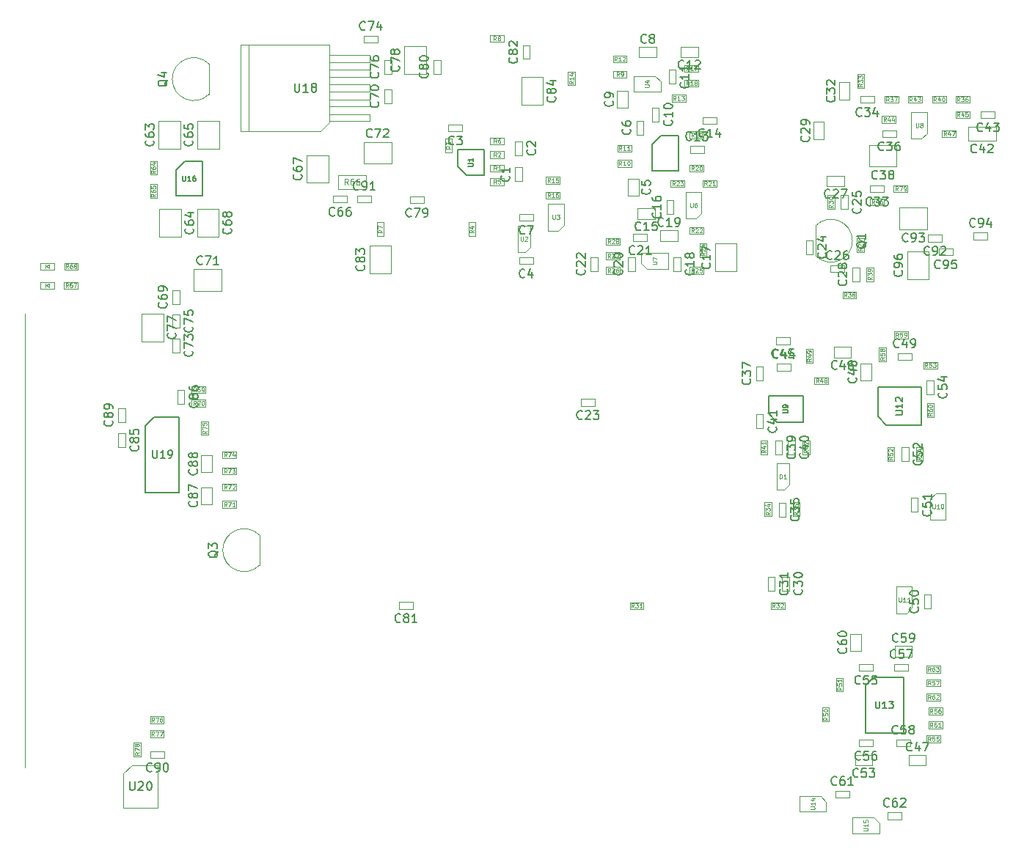
<source format=gbr>
G04 #@! TF.FileFunction,Other,Fab,Top*
%FSLAX46Y46*%
G04 Gerber Fmt 4.6, Leading zero omitted, Abs format (unit mm)*
G04 Created by KiCad (PCBNEW 4.0.7) date Sun Sep 24 15:37:13 2017*
%MOMM*%
%LPD*%
G01*
G04 APERTURE LIST*
%ADD10C,0.100000*%
%ADD11C,0.150000*%
%ADD12C,0.075000*%
%ADD13C,0.135000*%
%ADD14C,0.105000*%
G04 APERTURE END LIST*
D10*
X75875000Y-44737500D02*
X74875000Y-44737500D01*
X74875000Y-44737500D02*
X74875000Y-34737500D01*
X74875000Y-34737500D02*
X75875000Y-34737500D01*
X75875000Y-44737500D02*
X75875000Y-34737500D01*
X75875000Y-34737500D02*
X85125000Y-34737500D01*
X85125000Y-34737500D02*
X85125000Y-43737500D01*
X85125000Y-43737500D02*
X84125000Y-44737500D01*
X84125000Y-44737500D02*
X75875000Y-44737500D01*
X85125000Y-43537500D02*
X89825000Y-43537500D01*
X89825000Y-43537500D02*
X89825000Y-42737500D01*
X89825000Y-42737500D02*
X85125000Y-42737500D01*
X85125000Y-41837500D02*
X89825000Y-41837500D01*
X89825000Y-41837500D02*
X89825000Y-41037500D01*
X89825000Y-41037500D02*
X85125000Y-41037500D01*
X85125000Y-40137500D02*
X89825000Y-40137500D01*
X89825000Y-40137500D02*
X89825000Y-39337500D01*
X89825000Y-39337500D02*
X85125000Y-39337500D01*
X85125000Y-38437500D02*
X89825000Y-38437500D01*
X89825000Y-38437500D02*
X89825000Y-37637500D01*
X89825000Y-37637500D02*
X85125000Y-37637500D01*
X85125000Y-36737500D02*
X89825000Y-36737500D01*
X89825000Y-36737500D02*
X89825000Y-35937500D01*
X89825000Y-35937500D02*
X85125000Y-35937500D01*
X87200000Y-52150000D02*
X87200000Y-52950000D01*
X85600000Y-52150000D02*
X87200000Y-52150000D01*
X85600000Y-52950000D02*
X85600000Y-52150000D01*
X87200000Y-52950000D02*
X85600000Y-52950000D01*
X150300000Y-51770000D02*
X150300000Y-50970000D01*
X151900000Y-51770000D02*
X150300000Y-51770000D01*
X151900000Y-50970000D02*
X151900000Y-51770000D01*
X150300000Y-50970000D02*
X151900000Y-50970000D01*
X149180000Y-52470000D02*
X149180000Y-53270000D01*
X147580000Y-52470000D02*
X149180000Y-52470000D01*
X147580000Y-53270000D02*
X147580000Y-52470000D01*
X149180000Y-53270000D02*
X147580000Y-53270000D01*
X147150000Y-60450000D02*
X147950000Y-60450000D01*
X147150000Y-62050000D02*
X147150000Y-60450000D01*
X147950000Y-62050000D02*
X147150000Y-62050000D01*
X147950000Y-60450000D02*
X147950000Y-62050000D01*
X144380000Y-64030000D02*
X144380000Y-63230000D01*
X145980000Y-64030000D02*
X144380000Y-64030000D01*
X145980000Y-63230000D02*
X145980000Y-64030000D01*
X144380000Y-63230000D02*
X145980000Y-63230000D01*
X154350000Y-61790000D02*
X151850000Y-61790000D01*
X154350000Y-58590000D02*
X154350000Y-61790000D01*
X151850000Y-58590000D02*
X154350000Y-58590000D01*
X151850000Y-61790000D02*
X151850000Y-58590000D01*
X157090000Y-58230000D02*
X157090000Y-59030000D01*
X155490000Y-58230000D02*
X157090000Y-58230000D01*
X155490000Y-59030000D02*
X155490000Y-58230000D01*
X157090000Y-59030000D02*
X155490000Y-59030000D01*
X159530000Y-57230000D02*
X159530000Y-56430000D01*
X161130000Y-57230000D02*
X159530000Y-57230000D01*
X161130000Y-56430000D02*
X161130000Y-57230000D01*
X159530000Y-56430000D02*
X161130000Y-56430000D01*
X154160000Y-53540000D02*
X154160000Y-56040000D01*
X150960000Y-53540000D02*
X154160000Y-53540000D01*
X150960000Y-56040000D02*
X150960000Y-53540000D01*
X154160000Y-56040000D02*
X150960000Y-56040000D01*
X155840000Y-56660000D02*
X155840000Y-57460000D01*
X154240000Y-56660000D02*
X155840000Y-56660000D01*
X154240000Y-57460000D02*
X154240000Y-56660000D01*
X155840000Y-57460000D02*
X154240000Y-57460000D01*
X50000000Y-65800000D02*
X50000000Y-118200000D01*
X88375000Y-52950000D02*
X88375000Y-52150000D01*
X89975000Y-52950000D02*
X88375000Y-52950000D01*
X89975000Y-52150000D02*
X89975000Y-52950000D01*
X88375000Y-52150000D02*
X89975000Y-52150000D01*
X62400000Y-117925000D02*
X65300000Y-117925000D01*
X65300000Y-117925000D02*
X65300000Y-122825000D01*
X65300000Y-122825000D02*
X61400000Y-122825000D01*
X61400000Y-122825000D02*
X61400000Y-118925000D01*
X61400000Y-118925000D02*
X62400000Y-117925000D01*
D11*
X64910000Y-77720000D02*
X67810000Y-77720000D01*
X67810000Y-77720000D02*
X67810000Y-86420000D01*
X67810000Y-86420000D02*
X63910000Y-86420000D01*
X63910000Y-86420000D02*
X63910000Y-78720000D01*
X63910000Y-78720000D02*
X64910000Y-77720000D01*
D10*
X147990000Y-124000000D02*
X148640000Y-124650000D01*
X148640000Y-125800000D02*
X148640000Y-124650000D01*
X147990000Y-124000000D02*
X145540000Y-124000000D01*
X145540000Y-125800000D02*
X145540000Y-124000000D01*
X148640000Y-125800000D02*
X145540000Y-125800000D01*
X141850000Y-121500000D02*
X142500000Y-122150000D01*
X142500000Y-123300000D02*
X142500000Y-122150000D01*
X141850000Y-121500000D02*
X139400000Y-121500000D01*
X139400000Y-123300000D02*
X139400000Y-121500000D01*
X142500000Y-123300000D02*
X139400000Y-123300000D01*
D11*
X148012500Y-107762500D02*
X151412500Y-107762500D01*
X151412500Y-107762500D02*
X151412500Y-114262500D01*
X151412500Y-114262500D02*
X147012500Y-114262500D01*
X147012500Y-114262500D02*
X147012500Y-108762500D01*
X147012500Y-108762500D02*
X148012500Y-107762500D01*
X148450000Y-77675000D02*
X148450000Y-74275000D01*
X148450000Y-74275000D02*
X153450000Y-74275000D01*
X153450000Y-74275000D02*
X153450000Y-78675000D01*
X153450000Y-78675000D02*
X149450000Y-78675000D01*
X149450000Y-78675000D02*
X148450000Y-77675000D01*
D10*
X152400000Y-99750000D02*
X151750000Y-100400000D01*
X150600000Y-100400000D02*
X151750000Y-100400000D01*
X152400000Y-99750000D02*
X152400000Y-97300000D01*
X150600000Y-97300000D02*
X152400000Y-97300000D01*
X150600000Y-100400000D02*
X150600000Y-97300000D01*
X154500000Y-87175000D02*
X155150000Y-86525000D01*
X156300000Y-86525000D02*
X155150000Y-86525000D01*
X154500000Y-87175000D02*
X154500000Y-89625000D01*
X156300000Y-89625000D02*
X154500000Y-89625000D01*
X156300000Y-86525000D02*
X156300000Y-89625000D01*
D11*
X135825000Y-77300000D02*
X135825000Y-75300000D01*
X135825000Y-75300000D02*
X139825000Y-75300000D01*
X139825000Y-75300000D02*
X139825000Y-78300000D01*
X139825000Y-78300000D02*
X136825000Y-78300000D01*
X136825000Y-78300000D02*
X135825000Y-77300000D01*
D10*
X154125000Y-44950000D02*
X153475000Y-45600000D01*
X152325000Y-45600000D02*
X153475000Y-45600000D01*
X154125000Y-44950000D02*
X154125000Y-42500000D01*
X152325000Y-42500000D02*
X154125000Y-42500000D01*
X152325000Y-45600000D02*
X152325000Y-42500000D01*
X121825000Y-60600000D02*
X121175000Y-59950000D01*
X121175000Y-58800000D02*
X121175000Y-59950000D01*
X121825000Y-60600000D02*
X124275000Y-60600000D01*
X124275000Y-58800000D02*
X124275000Y-60600000D01*
X121175000Y-58800000D02*
X124275000Y-58800000D01*
X128100000Y-54175000D02*
X127450000Y-54825000D01*
X126300000Y-54825000D02*
X127450000Y-54825000D01*
X128100000Y-54175000D02*
X128100000Y-51725000D01*
X126300000Y-51725000D02*
X128100000Y-51725000D01*
X126300000Y-54825000D02*
X126300000Y-51725000D01*
D11*
X123425000Y-45250000D02*
X125425000Y-45250000D01*
X125425000Y-45250000D02*
X125425000Y-49250000D01*
X125425000Y-49250000D02*
X122425000Y-49250000D01*
X122425000Y-49250000D02*
X122425000Y-46250000D01*
X122425000Y-46250000D02*
X123425000Y-45250000D01*
D10*
X122740000Y-38340000D02*
X123390000Y-38990000D01*
X123390000Y-40140000D02*
X123390000Y-38990000D01*
X122740000Y-38340000D02*
X120290000Y-38340000D01*
X120290000Y-40140000D02*
X120290000Y-38340000D01*
X123390000Y-40140000D02*
X120290000Y-40140000D01*
X112210000Y-55540000D02*
X111560000Y-56190000D01*
X110410000Y-56190000D02*
X111560000Y-56190000D01*
X112210000Y-55540000D02*
X112210000Y-53090000D01*
X110410000Y-53090000D02*
X112210000Y-53090000D01*
X110410000Y-56190000D02*
X110410000Y-53090000D01*
X108310000Y-58120000D02*
X108310000Y-55670000D01*
X107760000Y-58690000D02*
X106910000Y-58690000D01*
X108310000Y-58120000D02*
X107760000Y-58690000D01*
X106910000Y-58690000D02*
X106910000Y-55650000D01*
X108310000Y-55650000D02*
X106910000Y-55650000D01*
D11*
X100000000Y-48800000D02*
X100000000Y-46800000D01*
X100000000Y-46800000D02*
X103000000Y-46800000D01*
X103000000Y-46800000D02*
X103000000Y-49800000D01*
X103000000Y-49800000D02*
X101000000Y-49800000D01*
X101000000Y-49800000D02*
X100000000Y-48800000D01*
D10*
X62570000Y-115340000D02*
X63370000Y-115340000D01*
X62570000Y-116940000D02*
X62570000Y-115340000D01*
X63370000Y-116940000D02*
X62570000Y-116940000D01*
X63370000Y-115340000D02*
X63370000Y-116940000D01*
X66050000Y-113900000D02*
X66050000Y-114700000D01*
X64450000Y-113900000D02*
X66050000Y-113900000D01*
X64450000Y-114700000D02*
X64450000Y-113900000D01*
X66050000Y-114700000D02*
X64450000Y-114700000D01*
X66050000Y-112300000D02*
X66050000Y-113100000D01*
X64450000Y-112300000D02*
X66050000Y-112300000D01*
X64450000Y-113100000D02*
X64450000Y-112300000D01*
X66050000Y-113100000D02*
X64450000Y-113100000D01*
X71150000Y-79810000D02*
X70350000Y-79810000D01*
X71150000Y-78210000D02*
X71150000Y-79810000D01*
X70350000Y-78210000D02*
X71150000Y-78210000D01*
X70350000Y-79810000D02*
X70350000Y-78210000D01*
X72825000Y-82475000D02*
X72825000Y-81675000D01*
X74425000Y-82475000D02*
X72825000Y-82475000D01*
X74425000Y-81675000D02*
X74425000Y-82475000D01*
X72825000Y-81675000D02*
X74425000Y-81675000D01*
X72825000Y-84375000D02*
X72825000Y-83575000D01*
X74425000Y-84375000D02*
X72825000Y-84375000D01*
X74425000Y-83575000D02*
X74425000Y-84375000D01*
X72825000Y-83575000D02*
X74425000Y-83575000D01*
X72825000Y-86225000D02*
X72825000Y-85425000D01*
X74425000Y-86225000D02*
X72825000Y-86225000D01*
X74425000Y-85425000D02*
X74425000Y-86225000D01*
X72825000Y-85425000D02*
X74425000Y-85425000D01*
X72825000Y-88225000D02*
X72825000Y-87425000D01*
X74425000Y-88225000D02*
X72825000Y-88225000D01*
X74425000Y-87425000D02*
X74425000Y-88225000D01*
X72825000Y-87425000D02*
X74425000Y-87425000D01*
X69275000Y-76525000D02*
X69275000Y-75725000D01*
X70875000Y-76525000D02*
X69275000Y-76525000D01*
X70875000Y-75725000D02*
X70875000Y-76525000D01*
X69275000Y-75725000D02*
X70875000Y-75725000D01*
X69275000Y-74975000D02*
X69275000Y-74175000D01*
X70875000Y-74975000D02*
X69275000Y-74975000D01*
X70875000Y-74175000D02*
X70875000Y-74975000D01*
X69275000Y-74175000D02*
X70875000Y-74175000D01*
X56150000Y-59925000D02*
X56150000Y-60725000D01*
X54550000Y-59925000D02*
X56150000Y-59925000D01*
X54550000Y-60725000D02*
X54550000Y-59925000D01*
X56150000Y-60725000D02*
X54550000Y-60725000D01*
X56125000Y-62125000D02*
X56125000Y-62925000D01*
X54525000Y-62125000D02*
X56125000Y-62125000D01*
X54525000Y-62925000D02*
X54525000Y-62125000D01*
X56125000Y-62925000D02*
X54525000Y-62925000D01*
X89375000Y-49775000D02*
X89375000Y-51375000D01*
X86175000Y-49775000D02*
X89375000Y-49775000D01*
X86175000Y-51375000D02*
X86175000Y-49775000D01*
X89375000Y-51375000D02*
X86175000Y-51375000D01*
X65250000Y-52450000D02*
X64450000Y-52450000D01*
X65250000Y-50850000D02*
X65250000Y-52450000D01*
X64450000Y-50850000D02*
X65250000Y-50850000D01*
X64450000Y-52450000D02*
X64450000Y-50850000D01*
X64450000Y-48150000D02*
X65250000Y-48150000D01*
X64450000Y-49750000D02*
X64450000Y-48150000D01*
X65250000Y-49750000D02*
X64450000Y-49750000D01*
X65250000Y-48150000D02*
X65250000Y-49750000D01*
X155675000Y-106450000D02*
X155675000Y-107250000D01*
X154075000Y-106450000D02*
X155675000Y-106450000D01*
X154075000Y-107250000D02*
X154075000Y-106450000D01*
X155675000Y-107250000D02*
X154075000Y-107250000D01*
X155675000Y-109675000D02*
X155675000Y-110475000D01*
X154075000Y-109675000D02*
X155675000Y-109675000D01*
X154075000Y-110475000D02*
X154075000Y-109675000D01*
X155675000Y-110475000D02*
X154075000Y-110475000D01*
X155900000Y-112900000D02*
X155900000Y-113700000D01*
X154300000Y-112900000D02*
X155900000Y-112900000D01*
X154300000Y-113700000D02*
X154300000Y-112900000D01*
X155900000Y-113700000D02*
X154300000Y-113700000D01*
X154925000Y-77750000D02*
X154125000Y-77750000D01*
X154925000Y-76150000D02*
X154925000Y-77750000D01*
X154125000Y-76150000D02*
X154925000Y-76150000D01*
X154125000Y-77750000D02*
X154125000Y-76150000D01*
X151950000Y-67850000D02*
X151950000Y-68650000D01*
X150350000Y-67850000D02*
X151950000Y-67850000D01*
X150350000Y-68650000D02*
X150350000Y-67850000D01*
X151950000Y-68650000D02*
X150350000Y-68650000D01*
X148600000Y-69700000D02*
X149400000Y-69700000D01*
X148600000Y-71300000D02*
X148600000Y-69700000D01*
X149400000Y-71300000D02*
X148600000Y-71300000D01*
X149400000Y-69700000D02*
X149400000Y-71300000D01*
X155675000Y-108050000D02*
X155675000Y-108850000D01*
X154075000Y-108050000D02*
X155675000Y-108050000D01*
X154075000Y-108850000D02*
X154075000Y-108050000D01*
X155675000Y-108850000D02*
X154075000Y-108850000D01*
X155900000Y-111300000D02*
X155900000Y-112100000D01*
X154300000Y-111300000D02*
X155900000Y-111300000D01*
X154300000Y-112100000D02*
X154300000Y-111300000D01*
X155900000Y-112100000D02*
X154300000Y-112100000D01*
X155675000Y-114500000D02*
X155675000Y-115300000D01*
X154075000Y-114500000D02*
X155675000Y-114500000D01*
X154075000Y-115300000D02*
X154075000Y-114500000D01*
X155675000Y-115300000D02*
X154075000Y-115300000D01*
X153650000Y-82840000D02*
X152850000Y-82840000D01*
X153650000Y-81240000D02*
X153650000Y-82840000D01*
X152850000Y-81240000D02*
X153650000Y-81240000D01*
X152850000Y-82840000D02*
X152850000Y-81240000D01*
X155300000Y-71350000D02*
X155300000Y-72150000D01*
X153700000Y-71350000D02*
X155300000Y-71350000D01*
X153700000Y-72150000D02*
X153700000Y-71350000D01*
X155300000Y-72150000D02*
X153700000Y-72150000D01*
X150350000Y-82820000D02*
X149550000Y-82820000D01*
X150350000Y-81220000D02*
X150350000Y-82820000D01*
X149550000Y-81220000D02*
X150350000Y-81220000D01*
X149550000Y-82820000D02*
X149550000Y-81220000D01*
X143650000Y-107840000D02*
X144450000Y-107840000D01*
X143650000Y-109440000D02*
X143650000Y-107840000D01*
X144450000Y-109440000D02*
X143650000Y-109440000D01*
X144450000Y-107840000D02*
X144450000Y-109440000D01*
X142040000Y-111300000D02*
X142840000Y-111300000D01*
X142040000Y-112900000D02*
X142040000Y-111300000D01*
X142840000Y-112900000D02*
X142040000Y-112900000D01*
X142840000Y-111300000D02*
X142840000Y-112900000D01*
X140150000Y-69875000D02*
X140950000Y-69875000D01*
X140150000Y-71475000D02*
X140150000Y-69875000D01*
X140950000Y-71475000D02*
X140150000Y-71475000D01*
X140950000Y-69875000D02*
X140950000Y-71475000D01*
X142750000Y-73150000D02*
X142750000Y-73950000D01*
X141150000Y-73150000D02*
X142750000Y-73150000D01*
X141150000Y-73950000D02*
X141150000Y-73150000D01*
X142750000Y-73950000D02*
X141150000Y-73950000D01*
X157475000Y-44600000D02*
X157475000Y-45400000D01*
X155875000Y-44600000D02*
X157475000Y-44600000D01*
X155875000Y-45400000D02*
X155875000Y-44600000D01*
X157475000Y-45400000D02*
X155875000Y-45400000D01*
X159025000Y-42400000D02*
X159025000Y-43200000D01*
X157425000Y-42400000D02*
X159025000Y-42400000D01*
X157425000Y-43200000D02*
X157425000Y-42400000D01*
X159025000Y-43200000D02*
X157425000Y-43200000D01*
X148925000Y-43750000D02*
X148925000Y-42950000D01*
X150525000Y-43750000D02*
X148925000Y-43750000D01*
X150525000Y-42950000D02*
X150525000Y-43750000D01*
X148925000Y-42950000D02*
X150525000Y-42950000D01*
X153525000Y-40650000D02*
X153525000Y-41450000D01*
X151925000Y-40650000D02*
X153525000Y-40650000D01*
X151925000Y-41450000D02*
X151925000Y-40650000D01*
X153525000Y-41450000D02*
X151925000Y-41450000D01*
X140575000Y-82025000D02*
X139775000Y-82025000D01*
X140575000Y-80425000D02*
X140575000Y-82025000D01*
X139775000Y-80425000D02*
X140575000Y-80425000D01*
X139775000Y-82025000D02*
X139775000Y-80425000D01*
X135725000Y-82025000D02*
X134925000Y-82025000D01*
X135725000Y-80425000D02*
X135725000Y-82025000D01*
X134925000Y-80425000D02*
X135725000Y-80425000D01*
X134925000Y-82025000D02*
X134925000Y-80425000D01*
X154725000Y-41450000D02*
X154725000Y-40650000D01*
X156325000Y-41450000D02*
X154725000Y-41450000D01*
X156325000Y-40650000D02*
X156325000Y-41450000D01*
X154725000Y-40650000D02*
X156325000Y-40650000D01*
X150850000Y-40650000D02*
X150850000Y-41450000D01*
X149250000Y-40650000D02*
X150850000Y-40650000D01*
X149250000Y-41450000D02*
X149250000Y-40650000D01*
X150850000Y-41450000D02*
X149250000Y-41450000D01*
X157425000Y-41450000D02*
X157425000Y-40650000D01*
X159025000Y-41450000D02*
X157425000Y-41450000D01*
X159025000Y-40650000D02*
X159025000Y-41450000D01*
X157425000Y-40650000D02*
X159025000Y-40650000D01*
X138625000Y-87600000D02*
X139425000Y-87600000D01*
X138625000Y-89200000D02*
X138625000Y-87600000D01*
X139425000Y-89200000D02*
X138625000Y-89200000D01*
X139425000Y-87600000D02*
X139425000Y-89200000D01*
X135375000Y-87600000D02*
X136175000Y-87600000D01*
X135375000Y-89200000D02*
X135375000Y-87600000D01*
X136175000Y-89200000D02*
X135375000Y-89200000D01*
X136175000Y-87600000D02*
X136175000Y-89200000D01*
X146875000Y-39725000D02*
X146075000Y-39725000D01*
X146875000Y-38125000D02*
X146875000Y-39725000D01*
X146075000Y-38125000D02*
X146875000Y-38125000D01*
X146075000Y-39725000D02*
X146075000Y-38125000D01*
X136100000Y-99925000D02*
X136100000Y-99125000D01*
X137700000Y-99925000D02*
X136100000Y-99925000D01*
X137700000Y-99125000D02*
X137700000Y-99925000D01*
X136100000Y-99125000D02*
X137700000Y-99125000D01*
X121425000Y-99125000D02*
X121425000Y-99925000D01*
X119825000Y-99125000D02*
X121425000Y-99125000D01*
X119825000Y-99925000D02*
X119825000Y-99125000D01*
X121425000Y-99925000D02*
X119825000Y-99925000D01*
X143450000Y-53725000D02*
X142650000Y-53725000D01*
X143450000Y-52125000D02*
X143450000Y-53725000D01*
X142650000Y-52125000D02*
X143450000Y-52125000D01*
X142650000Y-53725000D02*
X142650000Y-52125000D01*
X146850000Y-58700000D02*
X146050000Y-58700000D01*
X146850000Y-57100000D02*
X146850000Y-58700000D01*
X146050000Y-57100000D02*
X146850000Y-57100000D01*
X146050000Y-58700000D02*
X146050000Y-57100000D01*
X118700000Y-57050000D02*
X118700000Y-57850000D01*
X117100000Y-57050000D02*
X118700000Y-57050000D01*
X117100000Y-57850000D02*
X117100000Y-57050000D01*
X118700000Y-57850000D02*
X117100000Y-57850000D01*
X117100000Y-59525000D02*
X117100000Y-58725000D01*
X118700000Y-59525000D02*
X117100000Y-59525000D01*
X118700000Y-58725000D02*
X118700000Y-59525000D01*
X117100000Y-58725000D02*
X118700000Y-58725000D01*
X117100000Y-61200000D02*
X117100000Y-60400000D01*
X118700000Y-61200000D02*
X117100000Y-61200000D01*
X118700000Y-60400000D02*
X118700000Y-61200000D01*
X117100000Y-60400000D02*
X118700000Y-60400000D01*
X126750000Y-61200000D02*
X126750000Y-60400000D01*
X128350000Y-61200000D02*
X126750000Y-61200000D01*
X128350000Y-60400000D02*
X128350000Y-61200000D01*
X126750000Y-60400000D02*
X128350000Y-60400000D01*
X128700000Y-59250000D02*
X127900000Y-59250000D01*
X128700000Y-57650000D02*
X128700000Y-59250000D01*
X127900000Y-57650000D02*
X128700000Y-57650000D01*
X127900000Y-59250000D02*
X127900000Y-57650000D01*
X126150000Y-50350000D02*
X126150000Y-51150000D01*
X124550000Y-50350000D02*
X126150000Y-50350000D01*
X124550000Y-51150000D02*
X124550000Y-50350000D01*
X126150000Y-51150000D02*
X124550000Y-51150000D01*
X126750000Y-56600000D02*
X126750000Y-55800000D01*
X128350000Y-56600000D02*
X126750000Y-56600000D01*
X128350000Y-55800000D02*
X128350000Y-56600000D01*
X126750000Y-55800000D02*
X128350000Y-55800000D01*
X128250000Y-51150000D02*
X128250000Y-50350000D01*
X129850000Y-51150000D02*
X128250000Y-51150000D01*
X129850000Y-50350000D02*
X129850000Y-51150000D01*
X128250000Y-50350000D02*
X129850000Y-50350000D01*
X128350000Y-48600000D02*
X128350000Y-49400000D01*
X126750000Y-48600000D02*
X128350000Y-48600000D01*
X126750000Y-49400000D02*
X126750000Y-48600000D01*
X128350000Y-49400000D02*
X126750000Y-49400000D01*
X128350000Y-44750000D02*
X128350000Y-45550000D01*
X126750000Y-44750000D02*
X128350000Y-44750000D01*
X126750000Y-45550000D02*
X126750000Y-44750000D01*
X128350000Y-45550000D02*
X126750000Y-45550000D01*
X127750000Y-38790000D02*
X127750000Y-39590000D01*
X126150000Y-38790000D02*
X127750000Y-38790000D01*
X126150000Y-39590000D02*
X126150000Y-38790000D01*
X127750000Y-39590000D02*
X126150000Y-39590000D01*
X127750000Y-37090000D02*
X127750000Y-37890000D01*
X126150000Y-37090000D02*
X127750000Y-37090000D01*
X126150000Y-37890000D02*
X126150000Y-37090000D01*
X127750000Y-37890000D02*
X126150000Y-37890000D01*
X111760000Y-51710000D02*
X111760000Y-52510000D01*
X110160000Y-51710000D02*
X111760000Y-51710000D01*
X110160000Y-52510000D02*
X110160000Y-51710000D01*
X111760000Y-52510000D02*
X110160000Y-52510000D01*
X110160000Y-50800000D02*
X110160000Y-50000000D01*
X111760000Y-50800000D02*
X110160000Y-50800000D01*
X111760000Y-50000000D02*
X111760000Y-50800000D01*
X110160000Y-50000000D02*
X111760000Y-50000000D01*
X112700000Y-37820000D02*
X113500000Y-37820000D01*
X112700000Y-39420000D02*
X112700000Y-37820000D01*
X113500000Y-39420000D02*
X112700000Y-39420000D01*
X113500000Y-37820000D02*
X113500000Y-39420000D01*
X124660000Y-41310000D02*
X124660000Y-40510000D01*
X126260000Y-41310000D02*
X124660000Y-41310000D01*
X126260000Y-40510000D02*
X126260000Y-41310000D01*
X124660000Y-40510000D02*
X126260000Y-40510000D01*
X117880000Y-36800000D02*
X117880000Y-36000000D01*
X119480000Y-36800000D02*
X117880000Y-36800000D01*
X119480000Y-36000000D02*
X119480000Y-36800000D01*
X117880000Y-36000000D02*
X119480000Y-36000000D01*
X118400000Y-47100000D02*
X118400000Y-46300000D01*
X120000000Y-47100000D02*
X118400000Y-47100000D01*
X120000000Y-46300000D02*
X120000000Y-47100000D01*
X118400000Y-46300000D02*
X120000000Y-46300000D01*
X118400000Y-48825000D02*
X118400000Y-48025000D01*
X120000000Y-48825000D02*
X118400000Y-48825000D01*
X120000000Y-48025000D02*
X120000000Y-48825000D01*
X118400000Y-48025000D02*
X120000000Y-48025000D01*
X119480000Y-37740000D02*
X119480000Y-38540000D01*
X117880000Y-37740000D02*
X119480000Y-37740000D01*
X117880000Y-38540000D02*
X117880000Y-37740000D01*
X119480000Y-38540000D02*
X117880000Y-38540000D01*
X105275000Y-33625000D02*
X105275000Y-34425000D01*
X103675000Y-33625000D02*
X105275000Y-33625000D01*
X103675000Y-34425000D02*
X103675000Y-33625000D01*
X105275000Y-34425000D02*
X103675000Y-34425000D01*
X91450000Y-56850000D02*
X90650000Y-56850000D01*
X91450000Y-55250000D02*
X91450000Y-56850000D01*
X90650000Y-55250000D02*
X91450000Y-55250000D01*
X90650000Y-56850000D02*
X90650000Y-55250000D01*
X105325000Y-45450000D02*
X105325000Y-46250000D01*
X103725000Y-45450000D02*
X105325000Y-45450000D01*
X103725000Y-46250000D02*
X103725000Y-45450000D01*
X105325000Y-46250000D02*
X103725000Y-46250000D01*
X105325000Y-50150000D02*
X105325000Y-50950000D01*
X103725000Y-50150000D02*
X105325000Y-50150000D01*
X103725000Y-50950000D02*
X103725000Y-50150000D01*
X105325000Y-50950000D02*
X103725000Y-50950000D01*
X102025000Y-56850000D02*
X101225000Y-56850000D01*
X102025000Y-55250000D02*
X102025000Y-56850000D01*
X101225000Y-55250000D02*
X102025000Y-55250000D01*
X101225000Y-56850000D02*
X101225000Y-55250000D01*
X99325000Y-47150000D02*
X98525000Y-47150000D01*
X99325000Y-45550000D02*
X99325000Y-47150000D01*
X98525000Y-45550000D02*
X99325000Y-45550000D01*
X98525000Y-47150000D02*
X98525000Y-45550000D01*
X103725000Y-47825000D02*
X103725000Y-47025000D01*
X105325000Y-47825000D02*
X103725000Y-47825000D01*
X105325000Y-47025000D02*
X105325000Y-47825000D01*
X103725000Y-47025000D02*
X105325000Y-47025000D01*
X103725000Y-49375000D02*
X103725000Y-48575000D01*
X105325000Y-49375000D02*
X103725000Y-49375000D01*
X105325000Y-48575000D02*
X105325000Y-49375000D01*
X103725000Y-48575000D02*
X105325000Y-48575000D01*
X71250000Y-40470000D02*
X71250000Y-36970000D01*
X71253625Y-36946375D02*
G75*
G03X67020000Y-38700000I-1753625J-1753625D01*
G01*
X71253625Y-40453625D02*
G75*
G02X67020000Y-38700000I-1753625J1753625D01*
G01*
X77075000Y-94875000D02*
X77075000Y-91375000D01*
X77078625Y-91351375D02*
G75*
G03X72845000Y-93105000I-1753625J-1753625D01*
G01*
X77078625Y-94858625D02*
G75*
G02X72845000Y-93105000I-1753625J1753625D01*
G01*
X141300000Y-55600000D02*
X141300000Y-59100000D01*
X141296375Y-59123625D02*
G75*
G03X145530000Y-57370000I1753625J1753625D01*
G01*
X141296375Y-55616375D02*
G75*
G02X145530000Y-57370000I1753625J-1753625D01*
G01*
X52425000Y-60125000D02*
X52425000Y-60525000D01*
X52475000Y-60325000D02*
X52775000Y-60125000D01*
X52775000Y-60525000D02*
X52475000Y-60325000D01*
X52775000Y-60125000D02*
X52775000Y-60525000D01*
X53425000Y-60725000D02*
X51825000Y-60725000D01*
X53425000Y-59925000D02*
X53425000Y-60725000D01*
X51825000Y-59925000D02*
X53425000Y-59925000D01*
X51825000Y-60725000D02*
X51825000Y-59925000D01*
X52425000Y-62325000D02*
X52425000Y-62725000D01*
X52475000Y-62525000D02*
X52775000Y-62325000D01*
X52775000Y-62725000D02*
X52475000Y-62525000D01*
X52775000Y-62325000D02*
X52775000Y-62725000D01*
X53425000Y-62925000D02*
X51825000Y-62925000D01*
X53425000Y-62125000D02*
X53425000Y-62925000D01*
X51825000Y-62125000D02*
X53425000Y-62125000D01*
X51825000Y-62925000D02*
X51825000Y-62125000D01*
X138200000Y-85550000D02*
X138200000Y-83100000D01*
X137650000Y-86120000D02*
X136800000Y-86120000D01*
X138200000Y-85550000D02*
X137650000Y-86120000D01*
X136800000Y-86120000D02*
X136800000Y-83080000D01*
X138200000Y-83080000D02*
X136800000Y-83080000D01*
X66100000Y-116340000D02*
X66100000Y-117140000D01*
X64500000Y-116340000D02*
X66100000Y-116340000D01*
X64500000Y-117140000D02*
X64500000Y-116340000D01*
X66100000Y-117140000D02*
X64500000Y-117140000D01*
X61600000Y-78300000D02*
X60800000Y-78300000D01*
X61600000Y-76700000D02*
X61600000Y-78300000D01*
X60800000Y-76700000D02*
X61600000Y-76700000D01*
X60800000Y-78300000D02*
X60800000Y-76700000D01*
X71595000Y-84125000D02*
X70355000Y-84125000D01*
X71595000Y-82125000D02*
X71595000Y-84125000D01*
X70355000Y-82125000D02*
X71595000Y-82125000D01*
X70355000Y-84125000D02*
X70355000Y-82125000D01*
X71595000Y-87825000D02*
X70355000Y-87825000D01*
X71595000Y-85825000D02*
X71595000Y-87825000D01*
X70355000Y-85825000D02*
X71595000Y-85825000D01*
X70355000Y-87825000D02*
X70355000Y-85825000D01*
X67625000Y-74575000D02*
X68425000Y-74575000D01*
X67625000Y-76175000D02*
X67625000Y-74575000D01*
X68425000Y-76175000D02*
X67625000Y-76175000D01*
X68425000Y-74575000D02*
X68425000Y-76175000D01*
X60800000Y-79600000D02*
X61600000Y-79600000D01*
X60800000Y-81200000D02*
X60800000Y-79600000D01*
X61600000Y-81200000D02*
X60800000Y-81200000D01*
X61600000Y-79600000D02*
X61600000Y-81200000D01*
X107325000Y-38475000D02*
X109825000Y-38475000D01*
X107325000Y-41675000D02*
X107325000Y-38475000D01*
X109825000Y-41675000D02*
X107325000Y-41675000D01*
X109825000Y-38475000D02*
X109825000Y-41675000D01*
X92275000Y-61150000D02*
X89775000Y-61150000D01*
X92275000Y-57950000D02*
X92275000Y-61150000D01*
X89775000Y-57950000D02*
X92275000Y-57950000D01*
X89775000Y-61150000D02*
X89775000Y-57950000D01*
X108300000Y-36375000D02*
X107500000Y-36375000D01*
X108300000Y-34775000D02*
X108300000Y-36375000D01*
X107500000Y-34775000D02*
X108300000Y-34775000D01*
X107500000Y-36375000D02*
X107500000Y-34775000D01*
X94800000Y-99100000D02*
X94800000Y-99900000D01*
X93200000Y-99100000D02*
X94800000Y-99100000D01*
X93200000Y-99900000D02*
X93200000Y-99100000D01*
X94800000Y-99900000D02*
X93200000Y-99900000D01*
X98000000Y-38100000D02*
X97200000Y-38100000D01*
X98000000Y-36500000D02*
X98000000Y-38100000D01*
X97200000Y-36500000D02*
X98000000Y-36500000D01*
X97200000Y-38100000D02*
X97200000Y-36500000D01*
X96050000Y-52250000D02*
X96050000Y-53050000D01*
X94450000Y-52250000D02*
X96050000Y-52250000D01*
X94450000Y-53050000D02*
X94450000Y-52250000D01*
X96050000Y-53050000D02*
X94450000Y-53050000D01*
X96287500Y-38137500D02*
X93787500Y-38137500D01*
X96287500Y-34937500D02*
X96287500Y-38137500D01*
X93787500Y-34937500D02*
X96287500Y-34937500D01*
X93787500Y-38137500D02*
X93787500Y-34937500D01*
X63500000Y-65800000D02*
X66000000Y-65800000D01*
X63500000Y-69000000D02*
X63500000Y-65800000D01*
X66000000Y-69000000D02*
X63500000Y-69000000D01*
X66000000Y-65800000D02*
X66000000Y-69000000D01*
X92312500Y-38087500D02*
X91512500Y-38087500D01*
X92312500Y-36487500D02*
X92312500Y-38087500D01*
X91512500Y-36487500D02*
X92312500Y-36487500D01*
X91512500Y-38087500D02*
X91512500Y-36487500D01*
X67050000Y-65850000D02*
X67850000Y-65850000D01*
X67050000Y-67450000D02*
X67050000Y-65850000D01*
X67850000Y-67450000D02*
X67050000Y-67450000D01*
X67850000Y-65850000D02*
X67850000Y-67450000D01*
X89125000Y-34500000D02*
X89125000Y-33700000D01*
X90725000Y-34500000D02*
X89125000Y-34500000D01*
X90725000Y-33700000D02*
X90725000Y-34500000D01*
X89125000Y-33700000D02*
X90725000Y-33700000D01*
X67050000Y-68650000D02*
X67850000Y-68650000D01*
X67050000Y-70250000D02*
X67050000Y-68650000D01*
X67850000Y-70250000D02*
X67050000Y-70250000D01*
X67850000Y-68650000D02*
X67850000Y-70250000D01*
X89125000Y-48475000D02*
X89125000Y-45975000D01*
X92325000Y-48475000D02*
X89125000Y-48475000D01*
X92325000Y-45975000D02*
X92325000Y-48475000D01*
X89125000Y-45975000D02*
X92325000Y-45975000D01*
X69525000Y-63175000D02*
X69525000Y-60675000D01*
X72725000Y-63175000D02*
X69525000Y-63175000D01*
X72725000Y-60675000D02*
X72725000Y-63175000D01*
X69525000Y-60675000D02*
X72725000Y-60675000D01*
X92312500Y-41487500D02*
X91512500Y-41487500D01*
X92312500Y-39887500D02*
X92312500Y-41487500D01*
X91512500Y-39887500D02*
X92312500Y-39887500D01*
X91512500Y-41487500D02*
X91512500Y-39887500D01*
X67850000Y-64675000D02*
X67050000Y-64675000D01*
X67850000Y-63075000D02*
X67850000Y-64675000D01*
X67050000Y-63075000D02*
X67850000Y-63075000D01*
X67050000Y-64675000D02*
X67050000Y-63075000D01*
X69900000Y-53700000D02*
X72400000Y-53700000D01*
X69900000Y-56900000D02*
X69900000Y-53700000D01*
X72400000Y-56900000D02*
X69900000Y-56900000D01*
X72400000Y-53700000D02*
X72400000Y-56900000D01*
X85025000Y-50675000D02*
X82525000Y-50675000D01*
X85025000Y-47475000D02*
X85025000Y-50675000D01*
X82525000Y-47475000D02*
X85025000Y-47475000D01*
X82525000Y-50675000D02*
X82525000Y-47475000D01*
X72450000Y-46750000D02*
X69950000Y-46750000D01*
X72450000Y-43550000D02*
X72450000Y-46750000D01*
X69950000Y-43550000D02*
X72450000Y-43550000D01*
X69950000Y-46750000D02*
X69950000Y-43550000D01*
X65525000Y-53700000D02*
X68025000Y-53700000D01*
X65525000Y-56900000D02*
X65525000Y-53700000D01*
X68025000Y-56900000D02*
X65525000Y-56900000D01*
X68025000Y-53700000D02*
X68025000Y-56900000D01*
X67950000Y-46750000D02*
X65450000Y-46750000D01*
X67950000Y-43550000D02*
X67950000Y-46750000D01*
X65450000Y-43550000D02*
X67950000Y-43550000D01*
X65450000Y-46750000D02*
X65450000Y-43550000D01*
X149600000Y-124200000D02*
X149600000Y-123400000D01*
X151200000Y-124200000D02*
X149600000Y-124200000D01*
X151200000Y-123400000D02*
X151200000Y-124200000D01*
X149600000Y-123400000D02*
X151200000Y-123400000D01*
X143550000Y-121700000D02*
X143550000Y-120900000D01*
X145150000Y-121700000D02*
X143550000Y-121700000D01*
X145150000Y-120900000D02*
X145150000Y-121700000D01*
X143550000Y-120900000D02*
X145150000Y-120900000D01*
X146530000Y-104760000D02*
X145290000Y-104760000D01*
X146530000Y-102760000D02*
X146530000Y-104760000D01*
X145290000Y-102760000D02*
X146530000Y-102760000D01*
X145290000Y-104760000D02*
X145290000Y-102760000D01*
X150412500Y-105382500D02*
X150412500Y-104142500D01*
X152412500Y-105382500D02*
X150412500Y-105382500D01*
X152412500Y-104142500D02*
X152412500Y-105382500D01*
X150412500Y-104142500D02*
X152412500Y-104142500D01*
X150587500Y-115787500D02*
X150587500Y-114987500D01*
X152187500Y-115787500D02*
X150587500Y-115787500D01*
X152187500Y-114987500D02*
X152187500Y-115787500D01*
X150587500Y-114987500D02*
X152187500Y-114987500D01*
X150362500Y-107037500D02*
X150362500Y-106237500D01*
X151962500Y-107037500D02*
X150362500Y-107037500D01*
X151962500Y-106237500D02*
X151962500Y-107037500D01*
X150362500Y-106237500D02*
X151962500Y-106237500D01*
X147887500Y-114987500D02*
X147887500Y-115787500D01*
X146287500Y-114987500D02*
X147887500Y-114987500D01*
X146287500Y-115787500D02*
X146287500Y-114987500D01*
X147887500Y-115787500D02*
X146287500Y-115787500D01*
X147887500Y-106237500D02*
X147887500Y-107037500D01*
X146287500Y-106237500D02*
X147887500Y-106237500D01*
X146287500Y-107037500D02*
X146287500Y-106237500D01*
X147887500Y-107037500D02*
X146287500Y-107037500D01*
X154075000Y-73475000D02*
X154875000Y-73475000D01*
X154075000Y-75075000D02*
X154075000Y-73475000D01*
X154875000Y-75075000D02*
X154075000Y-75075000D01*
X154875000Y-73475000D02*
X154875000Y-75075000D01*
X147837500Y-116742500D02*
X147837500Y-117982500D01*
X145837500Y-116742500D02*
X147837500Y-116742500D01*
X145837500Y-117982500D02*
X145837500Y-116742500D01*
X147837500Y-117982500D02*
X145837500Y-117982500D01*
X151200000Y-81220000D02*
X152000000Y-81220000D01*
X151200000Y-82820000D02*
X151200000Y-81220000D01*
X152000000Y-82820000D02*
X151200000Y-82820000D01*
X152000000Y-81220000D02*
X152000000Y-82820000D01*
X152270000Y-87080000D02*
X153070000Y-87080000D01*
X152270000Y-88680000D02*
X152270000Y-87080000D01*
X153070000Y-88680000D02*
X152270000Y-88680000D01*
X153070000Y-87080000D02*
X153070000Y-88680000D01*
X154600000Y-99850000D02*
X153800000Y-99850000D01*
X154600000Y-98250000D02*
X154600000Y-99850000D01*
X153800000Y-98250000D02*
X154600000Y-98250000D01*
X153800000Y-99850000D02*
X153800000Y-98250000D01*
X150750000Y-71150000D02*
X150750000Y-70350000D01*
X152350000Y-71150000D02*
X150750000Y-71150000D01*
X152350000Y-70350000D02*
X152350000Y-71150000D01*
X150750000Y-70350000D02*
X152350000Y-70350000D01*
X147695000Y-73525000D02*
X146455000Y-73525000D01*
X147695000Y-71525000D02*
X147695000Y-73525000D01*
X146455000Y-71525000D02*
X147695000Y-71525000D01*
X146455000Y-73525000D02*
X146455000Y-71525000D01*
X152025000Y-117970000D02*
X152025000Y-116730000D01*
X154025000Y-117970000D02*
X152025000Y-117970000D01*
X154025000Y-116730000D02*
X154025000Y-117970000D01*
X152025000Y-116730000D02*
X154025000Y-116730000D01*
X145375000Y-69630000D02*
X145375000Y-70870000D01*
X143375000Y-69630000D02*
X145375000Y-69630000D01*
X143375000Y-70870000D02*
X143375000Y-69630000D01*
X145375000Y-70870000D02*
X143375000Y-70870000D01*
X138300000Y-68550000D02*
X138300000Y-69350000D01*
X136700000Y-68550000D02*
X138300000Y-68550000D01*
X136700000Y-69350000D02*
X136700000Y-68550000D01*
X138300000Y-69350000D02*
X136700000Y-69350000D01*
X136800000Y-72375000D02*
X136800000Y-71575000D01*
X138400000Y-72375000D02*
X136800000Y-72375000D01*
X138400000Y-71575000D02*
X138400000Y-72375000D01*
X136800000Y-71575000D02*
X138400000Y-71575000D01*
X161975000Y-42400000D02*
X161975000Y-43200000D01*
X160375000Y-42400000D02*
X161975000Y-42400000D01*
X160375000Y-43200000D02*
X160375000Y-42400000D01*
X161975000Y-43200000D02*
X160375000Y-43200000D01*
X162075000Y-44200000D02*
X162075000Y-45800000D01*
X158875000Y-44200000D02*
X162075000Y-44200000D01*
X158875000Y-45800000D02*
X158875000Y-44200000D01*
X162075000Y-45800000D02*
X158875000Y-45800000D01*
X134425000Y-77425000D02*
X135225000Y-77425000D01*
X134425000Y-79025000D02*
X134425000Y-77425000D01*
X135225000Y-79025000D02*
X134425000Y-79025000D01*
X135225000Y-77425000D02*
X135225000Y-79025000D01*
X138100000Y-80425000D02*
X138900000Y-80425000D01*
X138100000Y-82025000D02*
X138100000Y-80425000D01*
X138900000Y-82025000D02*
X138100000Y-82025000D01*
X138900000Y-80425000D02*
X138900000Y-82025000D01*
X136600000Y-80425000D02*
X137400000Y-80425000D01*
X136600000Y-82025000D02*
X136600000Y-80425000D01*
X137400000Y-82025000D02*
X136600000Y-82025000D01*
X137400000Y-80425000D02*
X137400000Y-82025000D01*
X150625000Y-46300000D02*
X150625000Y-48800000D01*
X147425000Y-46300000D02*
X150625000Y-46300000D01*
X147425000Y-48800000D02*
X147425000Y-46300000D01*
X150625000Y-48800000D02*
X147425000Y-48800000D01*
X135225000Y-73500000D02*
X134425000Y-73500000D01*
X135225000Y-71900000D02*
X135225000Y-73500000D01*
X134425000Y-71900000D02*
X135225000Y-71900000D01*
X134425000Y-73500000D02*
X134425000Y-71900000D01*
X150575000Y-44600000D02*
X150575000Y-45400000D01*
X148975000Y-44600000D02*
X150575000Y-44600000D01*
X148975000Y-45400000D02*
X148975000Y-44600000D01*
X150575000Y-45400000D02*
X148975000Y-45400000D01*
X137025000Y-87625000D02*
X137825000Y-87625000D01*
X137025000Y-89225000D02*
X137025000Y-87625000D01*
X137825000Y-89225000D02*
X137025000Y-89225000D01*
X137825000Y-87625000D02*
X137825000Y-89225000D01*
X148025000Y-40650000D02*
X148025000Y-41450000D01*
X146425000Y-40650000D02*
X148025000Y-40650000D01*
X146425000Y-41450000D02*
X146425000Y-40650000D01*
X148025000Y-41450000D02*
X146425000Y-41450000D01*
X149180000Y-50970000D02*
X149180000Y-51770000D01*
X147580000Y-50970000D02*
X149180000Y-50970000D01*
X147580000Y-51770000D02*
X147580000Y-50970000D01*
X149180000Y-51770000D02*
X147580000Y-51770000D01*
X145195000Y-41050000D02*
X143955000Y-41050000D01*
X145195000Y-39050000D02*
X145195000Y-41050000D01*
X143955000Y-39050000D02*
X145195000Y-39050000D01*
X143955000Y-41050000D02*
X143955000Y-39050000D01*
X135750000Y-96175000D02*
X136550000Y-96175000D01*
X135750000Y-97775000D02*
X135750000Y-96175000D01*
X136550000Y-97775000D02*
X135750000Y-97775000D01*
X136550000Y-96175000D02*
X136550000Y-97775000D01*
X137400000Y-96175000D02*
X138200000Y-96175000D01*
X137400000Y-97775000D02*
X137400000Y-96175000D01*
X138200000Y-97775000D02*
X137400000Y-97775000D01*
X138200000Y-96175000D02*
X138200000Y-97775000D01*
X142245000Y-45650000D02*
X141005000Y-45650000D01*
X142245000Y-43650000D02*
X142245000Y-45650000D01*
X141005000Y-43650000D02*
X142245000Y-43650000D01*
X141005000Y-45650000D02*
X141005000Y-43650000D01*
X146325000Y-62050000D02*
X145525000Y-62050000D01*
X146325000Y-60450000D02*
X146325000Y-62050000D01*
X145525000Y-60450000D02*
X146325000Y-60450000D01*
X145525000Y-62050000D02*
X145525000Y-60450000D01*
X144575000Y-49855000D02*
X144575000Y-51095000D01*
X142575000Y-49855000D02*
X144575000Y-49855000D01*
X142575000Y-51095000D02*
X142575000Y-49855000D01*
X144575000Y-51095000D02*
X142575000Y-51095000D01*
X143000000Y-60975000D02*
X143000000Y-60175000D01*
X144600000Y-60975000D02*
X143000000Y-60975000D01*
X144600000Y-60175000D02*
X144600000Y-60975000D01*
X143000000Y-60175000D02*
X144600000Y-60175000D01*
X144175000Y-52125000D02*
X144975000Y-52125000D01*
X144175000Y-53725000D02*
X144175000Y-52125000D01*
X144975000Y-53725000D02*
X144175000Y-53725000D01*
X144975000Y-52125000D02*
X144975000Y-53725000D01*
X140150000Y-57300000D02*
X140950000Y-57300000D01*
X140150000Y-58900000D02*
X140150000Y-57300000D01*
X140950000Y-58900000D02*
X140150000Y-58900000D01*
X140950000Y-57300000D02*
X140950000Y-58900000D01*
X115785000Y-75650000D02*
X115785000Y-76450000D01*
X114185000Y-75650000D02*
X115785000Y-75650000D01*
X114185000Y-76450000D02*
X114185000Y-75650000D01*
X115785000Y-76450000D02*
X114185000Y-76450000D01*
X116125000Y-60850000D02*
X115325000Y-60850000D01*
X116125000Y-59250000D02*
X116125000Y-60850000D01*
X115325000Y-59250000D02*
X116125000Y-59250000D01*
X115325000Y-60850000D02*
X115325000Y-59250000D01*
X121825000Y-56600000D02*
X121825000Y-57400000D01*
X120225000Y-56600000D02*
X121825000Y-56600000D01*
X120225000Y-57400000D02*
X120225000Y-56600000D01*
X121825000Y-57400000D02*
X120225000Y-57400000D01*
X120425000Y-60850000D02*
X119625000Y-60850000D01*
X120425000Y-59250000D02*
X120425000Y-60850000D01*
X119625000Y-59250000D02*
X120425000Y-59250000D01*
X119625000Y-60850000D02*
X119625000Y-59250000D01*
X123350000Y-57395000D02*
X123350000Y-56155000D01*
X125350000Y-57395000D02*
X123350000Y-57395000D01*
X125350000Y-56155000D02*
X125350000Y-57395000D01*
X123350000Y-56155000D02*
X125350000Y-56155000D01*
X124900000Y-59250000D02*
X125700000Y-59250000D01*
X124900000Y-60850000D02*
X124900000Y-59250000D01*
X125700000Y-60850000D02*
X124900000Y-60850000D01*
X125700000Y-59250000D02*
X125700000Y-60850000D01*
X132175000Y-60900000D02*
X129675000Y-60900000D01*
X132175000Y-57700000D02*
X132175000Y-60900000D01*
X129675000Y-57700000D02*
X132175000Y-57700000D01*
X129675000Y-60900000D02*
X129675000Y-57700000D01*
X124875000Y-54275000D02*
X124075000Y-54275000D01*
X124875000Y-52675000D02*
X124875000Y-54275000D01*
X124075000Y-52675000D02*
X124875000Y-52675000D01*
X124075000Y-54275000D02*
X124075000Y-52675000D01*
X122725000Y-53605000D02*
X122725000Y-54845000D01*
X120725000Y-53605000D02*
X122725000Y-53605000D01*
X120725000Y-54845000D02*
X120725000Y-53605000D01*
X122725000Y-54845000D02*
X120725000Y-54845000D01*
X129850000Y-43075000D02*
X129850000Y-43875000D01*
X128250000Y-43075000D02*
X129850000Y-43075000D01*
X128250000Y-43875000D02*
X128250000Y-43075000D01*
X129850000Y-43875000D02*
X128250000Y-43875000D01*
X126775000Y-47225000D02*
X126775000Y-46425000D01*
X128375000Y-47225000D02*
X126775000Y-47225000D01*
X128375000Y-46425000D02*
X128375000Y-47225000D01*
X126775000Y-46425000D02*
X128375000Y-46425000D01*
X127700000Y-34960000D02*
X127700000Y-36200000D01*
X125700000Y-34960000D02*
X127700000Y-34960000D01*
X125700000Y-36200000D02*
X125700000Y-34960000D01*
X127700000Y-36200000D02*
X125700000Y-36200000D01*
X124310000Y-37640000D02*
X125110000Y-37640000D01*
X124310000Y-39240000D02*
X124310000Y-37640000D01*
X125110000Y-39240000D02*
X124310000Y-39240000D01*
X125110000Y-37640000D02*
X125110000Y-39240000D01*
X122390000Y-42000000D02*
X123190000Y-42000000D01*
X122390000Y-43600000D02*
X122390000Y-42000000D01*
X123190000Y-43600000D02*
X122390000Y-43600000D01*
X123190000Y-42000000D02*
X123190000Y-43600000D01*
X119590000Y-42050000D02*
X118350000Y-42050000D01*
X119590000Y-40050000D02*
X119590000Y-42050000D01*
X118350000Y-40050000D02*
X119590000Y-40050000D01*
X118350000Y-42050000D02*
X118350000Y-40050000D01*
X120890000Y-36200000D02*
X120890000Y-34960000D01*
X122890000Y-36200000D02*
X120890000Y-36200000D01*
X122890000Y-34960000D02*
X122890000Y-36200000D01*
X120890000Y-34960000D02*
X122890000Y-34960000D01*
X108660000Y-54260000D02*
X108660000Y-55060000D01*
X107060000Y-54260000D02*
X108660000Y-54260000D01*
X107060000Y-55060000D02*
X107060000Y-54260000D01*
X108660000Y-55060000D02*
X107060000Y-55060000D01*
X121400000Y-45100000D02*
X120600000Y-45100000D01*
X121400000Y-43500000D02*
X121400000Y-45100000D01*
X120600000Y-43500000D02*
X121400000Y-43500000D01*
X120600000Y-45100000D02*
X120600000Y-43500000D01*
X119630000Y-50200000D02*
X120870000Y-50200000D01*
X119630000Y-52200000D02*
X119630000Y-50200000D01*
X120870000Y-52200000D02*
X119630000Y-52200000D01*
X120870000Y-50200000D02*
X120870000Y-52200000D01*
X108660000Y-59280000D02*
X108660000Y-60080000D01*
X107060000Y-59280000D02*
X108660000Y-59280000D01*
X107060000Y-60080000D02*
X107060000Y-59280000D01*
X108660000Y-60080000D02*
X107060000Y-60080000D01*
X100500000Y-43925000D02*
X100500000Y-44725000D01*
X98900000Y-43925000D02*
X100500000Y-43925000D01*
X98900000Y-44725000D02*
X98900000Y-43925000D01*
X100500000Y-44725000D02*
X98900000Y-44725000D01*
X106600000Y-45875000D02*
X107400000Y-45875000D01*
X106600000Y-47475000D02*
X106600000Y-45875000D01*
X107400000Y-47475000D02*
X106600000Y-47475000D01*
X107400000Y-45875000D02*
X107400000Y-47475000D01*
X107400000Y-50500000D02*
X106600000Y-50500000D01*
X107400000Y-48900000D02*
X107400000Y-50500000D01*
X106600000Y-48900000D02*
X107400000Y-48900000D01*
X106600000Y-50500000D02*
X106600000Y-48900000D01*
D11*
X68463000Y-48203000D02*
X70463000Y-48203000D01*
X70463000Y-48203000D02*
X70463000Y-52203000D01*
X70463000Y-52203000D02*
X67463000Y-52203000D01*
X67463000Y-52203000D02*
X67463000Y-49203000D01*
X67463000Y-49203000D02*
X68463000Y-48203000D01*
X81136905Y-39189881D02*
X81136905Y-39999405D01*
X81184524Y-40094643D01*
X81232143Y-40142262D01*
X81327381Y-40189881D01*
X81517858Y-40189881D01*
X81613096Y-40142262D01*
X81660715Y-40094643D01*
X81708334Y-39999405D01*
X81708334Y-39189881D01*
X82708334Y-40189881D02*
X82136905Y-40189881D01*
X82422619Y-40189881D02*
X82422619Y-39189881D01*
X82327381Y-39332738D01*
X82232143Y-39427976D01*
X82136905Y-39475595D01*
X83279762Y-39618452D02*
X83184524Y-39570833D01*
X83136905Y-39523214D01*
X83089286Y-39427976D01*
X83089286Y-39380357D01*
X83136905Y-39285119D01*
X83184524Y-39237500D01*
X83279762Y-39189881D01*
X83470239Y-39189881D01*
X83565477Y-39237500D01*
X83613096Y-39285119D01*
X83660715Y-39380357D01*
X83660715Y-39427976D01*
X83613096Y-39523214D01*
X83565477Y-39570833D01*
X83470239Y-39618452D01*
X83279762Y-39618452D01*
X83184524Y-39666071D01*
X83136905Y-39713690D01*
X83089286Y-39808929D01*
X83089286Y-39999405D01*
X83136905Y-40094643D01*
X83184524Y-40142262D01*
X83279762Y-40189881D01*
X83470239Y-40189881D01*
X83565477Y-40142262D01*
X83613096Y-40094643D01*
X83660715Y-39999405D01*
X83660715Y-39808929D01*
X83613096Y-39713690D01*
X83565477Y-39666071D01*
X83470239Y-39618452D01*
X85757143Y-54407143D02*
X85709524Y-54454762D01*
X85566667Y-54502381D01*
X85471429Y-54502381D01*
X85328571Y-54454762D01*
X85233333Y-54359524D01*
X85185714Y-54264286D01*
X85138095Y-54073810D01*
X85138095Y-53930952D01*
X85185714Y-53740476D01*
X85233333Y-53645238D01*
X85328571Y-53550000D01*
X85471429Y-53502381D01*
X85566667Y-53502381D01*
X85709524Y-53550000D01*
X85757143Y-53597619D01*
X86614286Y-53502381D02*
X86423809Y-53502381D01*
X86328571Y-53550000D01*
X86280952Y-53597619D01*
X86185714Y-53740476D01*
X86138095Y-53930952D01*
X86138095Y-54311905D01*
X86185714Y-54407143D01*
X86233333Y-54454762D01*
X86328571Y-54502381D01*
X86519048Y-54502381D01*
X86614286Y-54454762D01*
X86661905Y-54407143D01*
X86709524Y-54311905D01*
X86709524Y-54073810D01*
X86661905Y-53978571D01*
X86614286Y-53930952D01*
X86519048Y-53883333D01*
X86328571Y-53883333D01*
X86233333Y-53930952D01*
X86185714Y-53978571D01*
X86138095Y-54073810D01*
X87566667Y-53502381D02*
X87376190Y-53502381D01*
X87280952Y-53550000D01*
X87233333Y-53597619D01*
X87138095Y-53740476D01*
X87090476Y-53930952D01*
X87090476Y-54311905D01*
X87138095Y-54407143D01*
X87185714Y-54454762D01*
X87280952Y-54502381D01*
X87471429Y-54502381D01*
X87566667Y-54454762D01*
X87614286Y-54407143D01*
X87661905Y-54311905D01*
X87661905Y-54073810D01*
X87614286Y-53978571D01*
X87566667Y-53930952D01*
X87471429Y-53883333D01*
X87280952Y-53883333D01*
X87185714Y-53930952D01*
X87138095Y-53978571D01*
X87090476Y-54073810D01*
D12*
X150778572Y-51596190D02*
X150611905Y-51358095D01*
X150492858Y-51596190D02*
X150492858Y-51096190D01*
X150683334Y-51096190D01*
X150730953Y-51120000D01*
X150754762Y-51143810D01*
X150778572Y-51191429D01*
X150778572Y-51262857D01*
X150754762Y-51310476D01*
X150730953Y-51334286D01*
X150683334Y-51358095D01*
X150492858Y-51358095D01*
X150945239Y-51096190D02*
X151278572Y-51096190D01*
X151064286Y-51596190D01*
X151492857Y-51596190D02*
X151588095Y-51596190D01*
X151635714Y-51572381D01*
X151659524Y-51548571D01*
X151707143Y-51477143D01*
X151730952Y-51381905D01*
X151730952Y-51191429D01*
X151707143Y-51143810D01*
X151683333Y-51120000D01*
X151635714Y-51096190D01*
X151540476Y-51096190D01*
X151492857Y-51120000D01*
X151469048Y-51143810D01*
X151445238Y-51191429D01*
X151445238Y-51310476D01*
X151469048Y-51358095D01*
X151492857Y-51381905D01*
X151540476Y-51405714D01*
X151635714Y-51405714D01*
X151683333Y-51381905D01*
X151707143Y-51358095D01*
X151730952Y-51310476D01*
X148058572Y-53096190D02*
X147891905Y-52858095D01*
X147772858Y-53096190D02*
X147772858Y-52596190D01*
X147963334Y-52596190D01*
X148010953Y-52620000D01*
X148034762Y-52643810D01*
X148058572Y-52691429D01*
X148058572Y-52762857D01*
X148034762Y-52810476D01*
X148010953Y-52834286D01*
X147963334Y-52858095D01*
X147772858Y-52858095D01*
X148487143Y-52762857D02*
X148487143Y-53096190D01*
X148368096Y-52572381D02*
X148249048Y-52929524D01*
X148558572Y-52929524D01*
X148963333Y-52596190D02*
X148868095Y-52596190D01*
X148820476Y-52620000D01*
X148796667Y-52643810D01*
X148749048Y-52715238D01*
X148725238Y-52810476D01*
X148725238Y-53000952D01*
X148749048Y-53048571D01*
X148772857Y-53072381D01*
X148820476Y-53096190D01*
X148915714Y-53096190D01*
X148963333Y-53072381D01*
X148987143Y-53048571D01*
X149010952Y-53000952D01*
X149010952Y-52881905D01*
X148987143Y-52834286D01*
X148963333Y-52810476D01*
X148915714Y-52786667D01*
X148820476Y-52786667D01*
X148772857Y-52810476D01*
X148749048Y-52834286D01*
X148725238Y-52881905D01*
X147776190Y-61571428D02*
X147538095Y-61738095D01*
X147776190Y-61857142D02*
X147276190Y-61857142D01*
X147276190Y-61666666D01*
X147300000Y-61619047D01*
X147323810Y-61595238D01*
X147371429Y-61571428D01*
X147442857Y-61571428D01*
X147490476Y-61595238D01*
X147514286Y-61619047D01*
X147538095Y-61666666D01*
X147538095Y-61857142D01*
X147276190Y-61404761D02*
X147276190Y-61095238D01*
X147466667Y-61261904D01*
X147466667Y-61190476D01*
X147490476Y-61142857D01*
X147514286Y-61119047D01*
X147561905Y-61095238D01*
X147680952Y-61095238D01*
X147728571Y-61119047D01*
X147752381Y-61142857D01*
X147776190Y-61190476D01*
X147776190Y-61333333D01*
X147752381Y-61380952D01*
X147728571Y-61404761D01*
X147776190Y-60857143D02*
X147776190Y-60761905D01*
X147752381Y-60714286D01*
X147728571Y-60690476D01*
X147657143Y-60642857D01*
X147561905Y-60619048D01*
X147371429Y-60619048D01*
X147323810Y-60642857D01*
X147300000Y-60666667D01*
X147276190Y-60714286D01*
X147276190Y-60809524D01*
X147300000Y-60857143D01*
X147323810Y-60880952D01*
X147371429Y-60904762D01*
X147490476Y-60904762D01*
X147538095Y-60880952D01*
X147561905Y-60857143D01*
X147585714Y-60809524D01*
X147585714Y-60714286D01*
X147561905Y-60666667D01*
X147538095Y-60642857D01*
X147490476Y-60619048D01*
X144858572Y-63856190D02*
X144691905Y-63618095D01*
X144572858Y-63856190D02*
X144572858Y-63356190D01*
X144763334Y-63356190D01*
X144810953Y-63380000D01*
X144834762Y-63403810D01*
X144858572Y-63451429D01*
X144858572Y-63522857D01*
X144834762Y-63570476D01*
X144810953Y-63594286D01*
X144763334Y-63618095D01*
X144572858Y-63618095D01*
X145025239Y-63356190D02*
X145334762Y-63356190D01*
X145168096Y-63546667D01*
X145239524Y-63546667D01*
X145287143Y-63570476D01*
X145310953Y-63594286D01*
X145334762Y-63641905D01*
X145334762Y-63760952D01*
X145310953Y-63808571D01*
X145287143Y-63832381D01*
X145239524Y-63856190D01*
X145096667Y-63856190D01*
X145049048Y-63832381D01*
X145025239Y-63808571D01*
X145620476Y-63570476D02*
X145572857Y-63546667D01*
X145549048Y-63522857D01*
X145525238Y-63475238D01*
X145525238Y-63451429D01*
X145549048Y-63403810D01*
X145572857Y-63380000D01*
X145620476Y-63356190D01*
X145715714Y-63356190D01*
X145763333Y-63380000D01*
X145787143Y-63403810D01*
X145810952Y-63451429D01*
X145810952Y-63475238D01*
X145787143Y-63522857D01*
X145763333Y-63546667D01*
X145715714Y-63570476D01*
X145620476Y-63570476D01*
X145572857Y-63594286D01*
X145549048Y-63618095D01*
X145525238Y-63665714D01*
X145525238Y-63760952D01*
X145549048Y-63808571D01*
X145572857Y-63832381D01*
X145620476Y-63856190D01*
X145715714Y-63856190D01*
X145763333Y-63832381D01*
X145787143Y-63808571D01*
X145810952Y-63760952D01*
X145810952Y-63665714D01*
X145787143Y-63618095D01*
X145763333Y-63594286D01*
X145715714Y-63570476D01*
D11*
X151207143Y-60832857D02*
X151254762Y-60880476D01*
X151302381Y-61023333D01*
X151302381Y-61118571D01*
X151254762Y-61261429D01*
X151159524Y-61356667D01*
X151064286Y-61404286D01*
X150873810Y-61451905D01*
X150730952Y-61451905D01*
X150540476Y-61404286D01*
X150445238Y-61356667D01*
X150350000Y-61261429D01*
X150302381Y-61118571D01*
X150302381Y-61023333D01*
X150350000Y-60880476D01*
X150397619Y-60832857D01*
X151302381Y-60356667D02*
X151302381Y-60166191D01*
X151254762Y-60070952D01*
X151207143Y-60023333D01*
X151064286Y-59928095D01*
X150873810Y-59880476D01*
X150492857Y-59880476D01*
X150397619Y-59928095D01*
X150350000Y-59975714D01*
X150302381Y-60070952D01*
X150302381Y-60261429D01*
X150350000Y-60356667D01*
X150397619Y-60404286D01*
X150492857Y-60451905D01*
X150730952Y-60451905D01*
X150826190Y-60404286D01*
X150873810Y-60356667D01*
X150921429Y-60261429D01*
X150921429Y-60070952D01*
X150873810Y-59975714D01*
X150826190Y-59928095D01*
X150730952Y-59880476D01*
X150302381Y-59023333D02*
X150302381Y-59213810D01*
X150350000Y-59309048D01*
X150397619Y-59356667D01*
X150540476Y-59451905D01*
X150730952Y-59499524D01*
X151111905Y-59499524D01*
X151207143Y-59451905D01*
X151254762Y-59404286D01*
X151302381Y-59309048D01*
X151302381Y-59118571D01*
X151254762Y-59023333D01*
X151207143Y-58975714D01*
X151111905Y-58928095D01*
X150873810Y-58928095D01*
X150778571Y-58975714D01*
X150730952Y-59023333D01*
X150683333Y-59118571D01*
X150683333Y-59309048D01*
X150730952Y-59404286D01*
X150778571Y-59451905D01*
X150873810Y-59499524D01*
X155647143Y-60487143D02*
X155599524Y-60534762D01*
X155456667Y-60582381D01*
X155361429Y-60582381D01*
X155218571Y-60534762D01*
X155123333Y-60439524D01*
X155075714Y-60344286D01*
X155028095Y-60153810D01*
X155028095Y-60010952D01*
X155075714Y-59820476D01*
X155123333Y-59725238D01*
X155218571Y-59630000D01*
X155361429Y-59582381D01*
X155456667Y-59582381D01*
X155599524Y-59630000D01*
X155647143Y-59677619D01*
X156123333Y-60582381D02*
X156313809Y-60582381D01*
X156409048Y-60534762D01*
X156456667Y-60487143D01*
X156551905Y-60344286D01*
X156599524Y-60153810D01*
X156599524Y-59772857D01*
X156551905Y-59677619D01*
X156504286Y-59630000D01*
X156409048Y-59582381D01*
X156218571Y-59582381D01*
X156123333Y-59630000D01*
X156075714Y-59677619D01*
X156028095Y-59772857D01*
X156028095Y-60010952D01*
X156075714Y-60106190D01*
X156123333Y-60153810D01*
X156218571Y-60201429D01*
X156409048Y-60201429D01*
X156504286Y-60153810D01*
X156551905Y-60106190D01*
X156599524Y-60010952D01*
X157504286Y-59582381D02*
X157028095Y-59582381D01*
X156980476Y-60058571D01*
X157028095Y-60010952D01*
X157123333Y-59963333D01*
X157361429Y-59963333D01*
X157456667Y-60010952D01*
X157504286Y-60058571D01*
X157551905Y-60153810D01*
X157551905Y-60391905D01*
X157504286Y-60487143D01*
X157456667Y-60534762D01*
X157361429Y-60582381D01*
X157123333Y-60582381D01*
X157028095Y-60534762D01*
X156980476Y-60487143D01*
X159687143Y-55687143D02*
X159639524Y-55734762D01*
X159496667Y-55782381D01*
X159401429Y-55782381D01*
X159258571Y-55734762D01*
X159163333Y-55639524D01*
X159115714Y-55544286D01*
X159068095Y-55353810D01*
X159068095Y-55210952D01*
X159115714Y-55020476D01*
X159163333Y-54925238D01*
X159258571Y-54830000D01*
X159401429Y-54782381D01*
X159496667Y-54782381D01*
X159639524Y-54830000D01*
X159687143Y-54877619D01*
X160163333Y-55782381D02*
X160353809Y-55782381D01*
X160449048Y-55734762D01*
X160496667Y-55687143D01*
X160591905Y-55544286D01*
X160639524Y-55353810D01*
X160639524Y-54972857D01*
X160591905Y-54877619D01*
X160544286Y-54830000D01*
X160449048Y-54782381D01*
X160258571Y-54782381D01*
X160163333Y-54830000D01*
X160115714Y-54877619D01*
X160068095Y-54972857D01*
X160068095Y-55210952D01*
X160115714Y-55306190D01*
X160163333Y-55353810D01*
X160258571Y-55401429D01*
X160449048Y-55401429D01*
X160544286Y-55353810D01*
X160591905Y-55306190D01*
X160639524Y-55210952D01*
X161496667Y-55115714D02*
X161496667Y-55782381D01*
X161258571Y-54734762D02*
X161020476Y-55449048D01*
X161639524Y-55449048D01*
X151917143Y-57397143D02*
X151869524Y-57444762D01*
X151726667Y-57492381D01*
X151631429Y-57492381D01*
X151488571Y-57444762D01*
X151393333Y-57349524D01*
X151345714Y-57254286D01*
X151298095Y-57063810D01*
X151298095Y-56920952D01*
X151345714Y-56730476D01*
X151393333Y-56635238D01*
X151488571Y-56540000D01*
X151631429Y-56492381D01*
X151726667Y-56492381D01*
X151869524Y-56540000D01*
X151917143Y-56587619D01*
X152393333Y-57492381D02*
X152583809Y-57492381D01*
X152679048Y-57444762D01*
X152726667Y-57397143D01*
X152821905Y-57254286D01*
X152869524Y-57063810D01*
X152869524Y-56682857D01*
X152821905Y-56587619D01*
X152774286Y-56540000D01*
X152679048Y-56492381D01*
X152488571Y-56492381D01*
X152393333Y-56540000D01*
X152345714Y-56587619D01*
X152298095Y-56682857D01*
X152298095Y-56920952D01*
X152345714Y-57016190D01*
X152393333Y-57063810D01*
X152488571Y-57111429D01*
X152679048Y-57111429D01*
X152774286Y-57063810D01*
X152821905Y-57016190D01*
X152869524Y-56920952D01*
X153202857Y-56492381D02*
X153821905Y-56492381D01*
X153488571Y-56873333D01*
X153631429Y-56873333D01*
X153726667Y-56920952D01*
X153774286Y-56968571D01*
X153821905Y-57063810D01*
X153821905Y-57301905D01*
X153774286Y-57397143D01*
X153726667Y-57444762D01*
X153631429Y-57492381D01*
X153345714Y-57492381D01*
X153250476Y-57444762D01*
X153202857Y-57397143D01*
X154397143Y-58917143D02*
X154349524Y-58964762D01*
X154206667Y-59012381D01*
X154111429Y-59012381D01*
X153968571Y-58964762D01*
X153873333Y-58869524D01*
X153825714Y-58774286D01*
X153778095Y-58583810D01*
X153778095Y-58440952D01*
X153825714Y-58250476D01*
X153873333Y-58155238D01*
X153968571Y-58060000D01*
X154111429Y-58012381D01*
X154206667Y-58012381D01*
X154349524Y-58060000D01*
X154397143Y-58107619D01*
X154873333Y-59012381D02*
X155063809Y-59012381D01*
X155159048Y-58964762D01*
X155206667Y-58917143D01*
X155301905Y-58774286D01*
X155349524Y-58583810D01*
X155349524Y-58202857D01*
X155301905Y-58107619D01*
X155254286Y-58060000D01*
X155159048Y-58012381D01*
X154968571Y-58012381D01*
X154873333Y-58060000D01*
X154825714Y-58107619D01*
X154778095Y-58202857D01*
X154778095Y-58440952D01*
X154825714Y-58536190D01*
X154873333Y-58583810D01*
X154968571Y-58631429D01*
X155159048Y-58631429D01*
X155254286Y-58583810D01*
X155301905Y-58536190D01*
X155349524Y-58440952D01*
X155730476Y-58107619D02*
X155778095Y-58060000D01*
X155873333Y-58012381D01*
X156111429Y-58012381D01*
X156206667Y-58060000D01*
X156254286Y-58107619D01*
X156301905Y-58202857D01*
X156301905Y-58298095D01*
X156254286Y-58440952D01*
X155682857Y-59012381D01*
X156301905Y-59012381D01*
X88532143Y-51407143D02*
X88484524Y-51454762D01*
X88341667Y-51502381D01*
X88246429Y-51502381D01*
X88103571Y-51454762D01*
X88008333Y-51359524D01*
X87960714Y-51264286D01*
X87913095Y-51073810D01*
X87913095Y-50930952D01*
X87960714Y-50740476D01*
X88008333Y-50645238D01*
X88103571Y-50550000D01*
X88246429Y-50502381D01*
X88341667Y-50502381D01*
X88484524Y-50550000D01*
X88532143Y-50597619D01*
X89008333Y-51502381D02*
X89198809Y-51502381D01*
X89294048Y-51454762D01*
X89341667Y-51407143D01*
X89436905Y-51264286D01*
X89484524Y-51073810D01*
X89484524Y-50692857D01*
X89436905Y-50597619D01*
X89389286Y-50550000D01*
X89294048Y-50502381D01*
X89103571Y-50502381D01*
X89008333Y-50550000D01*
X88960714Y-50597619D01*
X88913095Y-50692857D01*
X88913095Y-50930952D01*
X88960714Y-51026190D01*
X89008333Y-51073810D01*
X89103571Y-51121429D01*
X89294048Y-51121429D01*
X89389286Y-51073810D01*
X89436905Y-51026190D01*
X89484524Y-50930952D01*
X90436905Y-51502381D02*
X89865476Y-51502381D01*
X90151190Y-51502381D02*
X90151190Y-50502381D01*
X90055952Y-50645238D01*
X89960714Y-50740476D01*
X89865476Y-50788095D01*
X62111905Y-119827381D02*
X62111905Y-120636905D01*
X62159524Y-120732143D01*
X62207143Y-120779762D01*
X62302381Y-120827381D01*
X62492858Y-120827381D01*
X62588096Y-120779762D01*
X62635715Y-120732143D01*
X62683334Y-120636905D01*
X62683334Y-119827381D01*
X63111905Y-119922619D02*
X63159524Y-119875000D01*
X63254762Y-119827381D01*
X63492858Y-119827381D01*
X63588096Y-119875000D01*
X63635715Y-119922619D01*
X63683334Y-120017857D01*
X63683334Y-120113095D01*
X63635715Y-120255952D01*
X63064286Y-120827381D01*
X63683334Y-120827381D01*
X64302381Y-119827381D02*
X64397620Y-119827381D01*
X64492858Y-119875000D01*
X64540477Y-119922619D01*
X64588096Y-120017857D01*
X64635715Y-120208333D01*
X64635715Y-120446429D01*
X64588096Y-120636905D01*
X64540477Y-120732143D01*
X64492858Y-120779762D01*
X64397620Y-120827381D01*
X64302381Y-120827381D01*
X64207143Y-120779762D01*
X64159524Y-120732143D01*
X64111905Y-120636905D01*
X64064286Y-120446429D01*
X64064286Y-120208333D01*
X64111905Y-120017857D01*
X64159524Y-119922619D01*
X64207143Y-119875000D01*
X64302381Y-119827381D01*
D13*
X64745715Y-81577143D02*
X64745715Y-82305714D01*
X64788572Y-82391429D01*
X64831429Y-82434286D01*
X64917143Y-82477143D01*
X65088572Y-82477143D01*
X65174286Y-82434286D01*
X65217143Y-82391429D01*
X65260000Y-82305714D01*
X65260000Y-81577143D01*
X66160000Y-82477143D02*
X65645715Y-82477143D01*
X65902857Y-82477143D02*
X65902857Y-81577143D01*
X65817143Y-81705714D01*
X65731429Y-81791429D01*
X65645715Y-81834286D01*
X66588572Y-82477143D02*
X66760000Y-82477143D01*
X66845715Y-82434286D01*
X66888572Y-82391429D01*
X66974286Y-82262857D01*
X67017143Y-82091429D01*
X67017143Y-81748571D01*
X66974286Y-81662857D01*
X66931429Y-81620000D01*
X66845715Y-81577143D01*
X66674286Y-81577143D01*
X66588572Y-81620000D01*
X66545715Y-81662857D01*
X66502858Y-81748571D01*
X66502858Y-81962857D01*
X66545715Y-82048571D01*
X66588572Y-82091429D01*
X66674286Y-82134286D01*
X66845715Y-82134286D01*
X66931429Y-82091429D01*
X66974286Y-82048571D01*
X67017143Y-81962857D01*
D12*
X146816190Y-125519047D02*
X147220952Y-125519047D01*
X147268571Y-125495238D01*
X147292381Y-125471428D01*
X147316190Y-125423809D01*
X147316190Y-125328571D01*
X147292381Y-125280952D01*
X147268571Y-125257143D01*
X147220952Y-125233333D01*
X146816190Y-125233333D01*
X147316190Y-124733333D02*
X147316190Y-125019047D01*
X147316190Y-124876190D02*
X146816190Y-124876190D01*
X146887619Y-124923809D01*
X146935238Y-124971428D01*
X146959048Y-125019047D01*
X146816190Y-124280952D02*
X146816190Y-124519047D01*
X147054286Y-124542857D01*
X147030476Y-124519047D01*
X147006667Y-124471428D01*
X147006667Y-124352381D01*
X147030476Y-124304762D01*
X147054286Y-124280952D01*
X147101905Y-124257143D01*
X147220952Y-124257143D01*
X147268571Y-124280952D01*
X147292381Y-124304762D01*
X147316190Y-124352381D01*
X147316190Y-124471428D01*
X147292381Y-124519047D01*
X147268571Y-124542857D01*
X140676190Y-123019047D02*
X141080952Y-123019047D01*
X141128571Y-122995238D01*
X141152381Y-122971428D01*
X141176190Y-122923809D01*
X141176190Y-122828571D01*
X141152381Y-122780952D01*
X141128571Y-122757143D01*
X141080952Y-122733333D01*
X140676190Y-122733333D01*
X141176190Y-122233333D02*
X141176190Y-122519047D01*
X141176190Y-122376190D02*
X140676190Y-122376190D01*
X140747619Y-122423809D01*
X140795238Y-122471428D01*
X140819048Y-122519047D01*
X140842857Y-121804762D02*
X141176190Y-121804762D01*
X140652381Y-121923809D02*
X141009524Y-122042857D01*
X141009524Y-121733333D01*
D11*
X148222024Y-110574405D02*
X148222024Y-111222024D01*
X148260119Y-111298214D01*
X148298215Y-111336310D01*
X148374405Y-111374405D01*
X148526786Y-111374405D01*
X148602977Y-111336310D01*
X148641072Y-111298214D01*
X148679167Y-111222024D01*
X148679167Y-110574405D01*
X149479167Y-111374405D02*
X149022024Y-111374405D01*
X149250595Y-111374405D02*
X149250595Y-110574405D01*
X149174405Y-110688690D01*
X149098214Y-110764881D01*
X149022024Y-110802976D01*
X149745834Y-110574405D02*
X150241072Y-110574405D01*
X149974405Y-110879167D01*
X150088691Y-110879167D01*
X150164881Y-110917262D01*
X150202977Y-110955357D01*
X150241072Y-111031548D01*
X150241072Y-111222024D01*
X150202977Y-111298214D01*
X150164881Y-111336310D01*
X150088691Y-111374405D01*
X149860119Y-111374405D01*
X149783929Y-111336310D01*
X149745834Y-111298214D01*
X150511905Y-77465476D02*
X151159524Y-77465476D01*
X151235714Y-77427381D01*
X151273810Y-77389285D01*
X151311905Y-77313095D01*
X151311905Y-77160714D01*
X151273810Y-77084523D01*
X151235714Y-77046428D01*
X151159524Y-77008333D01*
X150511905Y-77008333D01*
X151311905Y-76208333D02*
X151311905Y-76665476D01*
X151311905Y-76436905D02*
X150511905Y-76436905D01*
X150626190Y-76513095D01*
X150702381Y-76589286D01*
X150740476Y-76665476D01*
X150588095Y-75903571D02*
X150550000Y-75865476D01*
X150511905Y-75789285D01*
X150511905Y-75598809D01*
X150550000Y-75522619D01*
X150588095Y-75484523D01*
X150664286Y-75446428D01*
X150740476Y-75446428D01*
X150854762Y-75484523D01*
X151311905Y-75941666D01*
X151311905Y-75446428D01*
D12*
X150880953Y-98576190D02*
X150880953Y-98980952D01*
X150904762Y-99028571D01*
X150928572Y-99052381D01*
X150976191Y-99076190D01*
X151071429Y-99076190D01*
X151119048Y-99052381D01*
X151142857Y-99028571D01*
X151166667Y-98980952D01*
X151166667Y-98576190D01*
X151666667Y-99076190D02*
X151380953Y-99076190D01*
X151523810Y-99076190D02*
X151523810Y-98576190D01*
X151476191Y-98647619D01*
X151428572Y-98695238D01*
X151380953Y-98719048D01*
X152142857Y-99076190D02*
X151857143Y-99076190D01*
X152000000Y-99076190D02*
X152000000Y-98576190D01*
X151952381Y-98647619D01*
X151904762Y-98695238D01*
X151857143Y-98719048D01*
X154780953Y-87801190D02*
X154780953Y-88205952D01*
X154804762Y-88253571D01*
X154828572Y-88277381D01*
X154876191Y-88301190D01*
X154971429Y-88301190D01*
X155019048Y-88277381D01*
X155042857Y-88253571D01*
X155066667Y-88205952D01*
X155066667Y-87801190D01*
X155566667Y-88301190D02*
X155280953Y-88301190D01*
X155423810Y-88301190D02*
X155423810Y-87801190D01*
X155376191Y-87872619D01*
X155328572Y-87920238D01*
X155280953Y-87944048D01*
X155876191Y-87801190D02*
X155923810Y-87801190D01*
X155971429Y-87825000D01*
X155995238Y-87848810D01*
X156019048Y-87896429D01*
X156042857Y-87991667D01*
X156042857Y-88110714D01*
X156019048Y-88205952D01*
X155995238Y-88253571D01*
X155971429Y-88277381D01*
X155923810Y-88301190D01*
X155876191Y-88301190D01*
X155828572Y-88277381D01*
X155804762Y-88253571D01*
X155780953Y-88205952D01*
X155757143Y-88110714D01*
X155757143Y-87991667D01*
X155780953Y-87896429D01*
X155804762Y-87848810D01*
X155828572Y-87825000D01*
X155876191Y-87801190D01*
D11*
X137496429Y-77257143D02*
X137982143Y-77257143D01*
X138039286Y-77228571D01*
X138067857Y-77200000D01*
X138096429Y-77142857D01*
X138096429Y-77028571D01*
X138067857Y-76971429D01*
X138039286Y-76942857D01*
X137982143Y-76914286D01*
X137496429Y-76914286D01*
X138096429Y-76600000D02*
X138096429Y-76485715D01*
X138067857Y-76428572D01*
X138039286Y-76400000D01*
X137953571Y-76342858D01*
X137839286Y-76314286D01*
X137610714Y-76314286D01*
X137553571Y-76342858D01*
X137525000Y-76371429D01*
X137496429Y-76428572D01*
X137496429Y-76542858D01*
X137525000Y-76600000D01*
X137553571Y-76628572D01*
X137610714Y-76657143D01*
X137753571Y-76657143D01*
X137810714Y-76628572D01*
X137839286Y-76600000D01*
X137867857Y-76542858D01*
X137867857Y-76428572D01*
X137839286Y-76371429D01*
X137810714Y-76342858D01*
X137753571Y-76314286D01*
D12*
X152844048Y-43776190D02*
X152844048Y-44180952D01*
X152867857Y-44228571D01*
X152891667Y-44252381D01*
X152939286Y-44276190D01*
X153034524Y-44276190D01*
X153082143Y-44252381D01*
X153105952Y-44228571D01*
X153129762Y-44180952D01*
X153129762Y-43776190D01*
X153439286Y-43990476D02*
X153391667Y-43966667D01*
X153367858Y-43942857D01*
X153344048Y-43895238D01*
X153344048Y-43871429D01*
X153367858Y-43823810D01*
X153391667Y-43800000D01*
X153439286Y-43776190D01*
X153534524Y-43776190D01*
X153582143Y-43800000D01*
X153605953Y-43823810D01*
X153629762Y-43871429D01*
X153629762Y-43895238D01*
X153605953Y-43942857D01*
X153582143Y-43966667D01*
X153534524Y-43990476D01*
X153439286Y-43990476D01*
X153391667Y-44014286D01*
X153367858Y-44038095D01*
X153344048Y-44085714D01*
X153344048Y-44180952D01*
X153367858Y-44228571D01*
X153391667Y-44252381D01*
X153439286Y-44276190D01*
X153534524Y-44276190D01*
X153582143Y-44252381D01*
X153605953Y-44228571D01*
X153629762Y-44180952D01*
X153629762Y-44085714D01*
X153605953Y-44038095D01*
X153582143Y-44014286D01*
X153534524Y-43990476D01*
X122451190Y-60080952D02*
X122855952Y-60080952D01*
X122903571Y-60057143D01*
X122927381Y-60033333D01*
X122951190Y-59985714D01*
X122951190Y-59890476D01*
X122927381Y-59842857D01*
X122903571Y-59819048D01*
X122855952Y-59795238D01*
X122451190Y-59795238D01*
X122451190Y-59604761D02*
X122451190Y-59271428D01*
X122951190Y-59485714D01*
X126819048Y-53001190D02*
X126819048Y-53405952D01*
X126842857Y-53453571D01*
X126866667Y-53477381D01*
X126914286Y-53501190D01*
X127009524Y-53501190D01*
X127057143Y-53477381D01*
X127080952Y-53453571D01*
X127104762Y-53405952D01*
X127104762Y-53001190D01*
X127557143Y-53001190D02*
X127461905Y-53001190D01*
X127414286Y-53025000D01*
X127390477Y-53048810D01*
X127342858Y-53120238D01*
X127319048Y-53215476D01*
X127319048Y-53405952D01*
X127342858Y-53453571D01*
X127366667Y-53477381D01*
X127414286Y-53501190D01*
X127509524Y-53501190D01*
X127557143Y-53477381D01*
X127580953Y-53453571D01*
X127604762Y-53405952D01*
X127604762Y-53286905D01*
X127580953Y-53239286D01*
X127557143Y-53215476D01*
X127509524Y-53191667D01*
X127414286Y-53191667D01*
X127366667Y-53215476D01*
X127342858Y-53239286D01*
X127319048Y-53286905D01*
X121566190Y-39620952D02*
X121970952Y-39620952D01*
X122018571Y-39597143D01*
X122042381Y-39573333D01*
X122066190Y-39525714D01*
X122066190Y-39430476D01*
X122042381Y-39382857D01*
X122018571Y-39359048D01*
X121970952Y-39335238D01*
X121566190Y-39335238D01*
X121732857Y-38882857D02*
X122066190Y-38882857D01*
X121542381Y-39001904D02*
X121899524Y-39120952D01*
X121899524Y-38811428D01*
X110929048Y-54366190D02*
X110929048Y-54770952D01*
X110952857Y-54818571D01*
X110976667Y-54842381D01*
X111024286Y-54866190D01*
X111119524Y-54866190D01*
X111167143Y-54842381D01*
X111190952Y-54818571D01*
X111214762Y-54770952D01*
X111214762Y-54366190D01*
X111405239Y-54366190D02*
X111714762Y-54366190D01*
X111548096Y-54556667D01*
X111619524Y-54556667D01*
X111667143Y-54580476D01*
X111690953Y-54604286D01*
X111714762Y-54651905D01*
X111714762Y-54770952D01*
X111690953Y-54818571D01*
X111667143Y-54842381D01*
X111619524Y-54866190D01*
X111476667Y-54866190D01*
X111429048Y-54842381D01*
X111405239Y-54818571D01*
X107229048Y-56896190D02*
X107229048Y-57300952D01*
X107252857Y-57348571D01*
X107276667Y-57372381D01*
X107324286Y-57396190D01*
X107419524Y-57396190D01*
X107467143Y-57372381D01*
X107490952Y-57348571D01*
X107514762Y-57300952D01*
X107514762Y-56896190D01*
X107729048Y-56943810D02*
X107752858Y-56920000D01*
X107800477Y-56896190D01*
X107919524Y-56896190D01*
X107967143Y-56920000D01*
X107990953Y-56943810D01*
X108014762Y-56991429D01*
X108014762Y-57039048D01*
X107990953Y-57110476D01*
X107705239Y-57396190D01*
X108014762Y-57396190D01*
D11*
X101171429Y-48757143D02*
X101657143Y-48757143D01*
X101714286Y-48728571D01*
X101742857Y-48700000D01*
X101771429Y-48642857D01*
X101771429Y-48528571D01*
X101742857Y-48471429D01*
X101714286Y-48442857D01*
X101657143Y-48414286D01*
X101171429Y-48414286D01*
X101771429Y-47814286D02*
X101771429Y-48157143D01*
X101771429Y-47985715D02*
X101171429Y-47985715D01*
X101257143Y-48042858D01*
X101314286Y-48100000D01*
X101342857Y-48157143D01*
D12*
X63196190Y-116461428D02*
X62958095Y-116628095D01*
X63196190Y-116747142D02*
X62696190Y-116747142D01*
X62696190Y-116556666D01*
X62720000Y-116509047D01*
X62743810Y-116485238D01*
X62791429Y-116461428D01*
X62862857Y-116461428D01*
X62910476Y-116485238D01*
X62934286Y-116509047D01*
X62958095Y-116556666D01*
X62958095Y-116747142D01*
X62696190Y-116294761D02*
X62696190Y-115961428D01*
X63196190Y-116175714D01*
X62910476Y-115699524D02*
X62886667Y-115747143D01*
X62862857Y-115770952D01*
X62815238Y-115794762D01*
X62791429Y-115794762D01*
X62743810Y-115770952D01*
X62720000Y-115747143D01*
X62696190Y-115699524D01*
X62696190Y-115604286D01*
X62720000Y-115556667D01*
X62743810Y-115532857D01*
X62791429Y-115509048D01*
X62815238Y-115509048D01*
X62862857Y-115532857D01*
X62886667Y-115556667D01*
X62910476Y-115604286D01*
X62910476Y-115699524D01*
X62934286Y-115747143D01*
X62958095Y-115770952D01*
X63005714Y-115794762D01*
X63100952Y-115794762D01*
X63148571Y-115770952D01*
X63172381Y-115747143D01*
X63196190Y-115699524D01*
X63196190Y-115604286D01*
X63172381Y-115556667D01*
X63148571Y-115532857D01*
X63100952Y-115509048D01*
X63005714Y-115509048D01*
X62958095Y-115532857D01*
X62934286Y-115556667D01*
X62910476Y-115604286D01*
X64928572Y-114526190D02*
X64761905Y-114288095D01*
X64642858Y-114526190D02*
X64642858Y-114026190D01*
X64833334Y-114026190D01*
X64880953Y-114050000D01*
X64904762Y-114073810D01*
X64928572Y-114121429D01*
X64928572Y-114192857D01*
X64904762Y-114240476D01*
X64880953Y-114264286D01*
X64833334Y-114288095D01*
X64642858Y-114288095D01*
X65095239Y-114026190D02*
X65428572Y-114026190D01*
X65214286Y-114526190D01*
X65571429Y-114026190D02*
X65904762Y-114026190D01*
X65690476Y-114526190D01*
X64928572Y-112926190D02*
X64761905Y-112688095D01*
X64642858Y-112926190D02*
X64642858Y-112426190D01*
X64833334Y-112426190D01*
X64880953Y-112450000D01*
X64904762Y-112473810D01*
X64928572Y-112521429D01*
X64928572Y-112592857D01*
X64904762Y-112640476D01*
X64880953Y-112664286D01*
X64833334Y-112688095D01*
X64642858Y-112688095D01*
X65095239Y-112426190D02*
X65428572Y-112426190D01*
X65214286Y-112926190D01*
X65833333Y-112426190D02*
X65738095Y-112426190D01*
X65690476Y-112450000D01*
X65666667Y-112473810D01*
X65619048Y-112545238D01*
X65595238Y-112640476D01*
X65595238Y-112830952D01*
X65619048Y-112878571D01*
X65642857Y-112902381D01*
X65690476Y-112926190D01*
X65785714Y-112926190D01*
X65833333Y-112902381D01*
X65857143Y-112878571D01*
X65880952Y-112830952D01*
X65880952Y-112711905D01*
X65857143Y-112664286D01*
X65833333Y-112640476D01*
X65785714Y-112616667D01*
X65690476Y-112616667D01*
X65642857Y-112640476D01*
X65619048Y-112664286D01*
X65595238Y-112711905D01*
X70976190Y-79331428D02*
X70738095Y-79498095D01*
X70976190Y-79617142D02*
X70476190Y-79617142D01*
X70476190Y-79426666D01*
X70500000Y-79379047D01*
X70523810Y-79355238D01*
X70571429Y-79331428D01*
X70642857Y-79331428D01*
X70690476Y-79355238D01*
X70714286Y-79379047D01*
X70738095Y-79426666D01*
X70738095Y-79617142D01*
X70476190Y-79164761D02*
X70476190Y-78831428D01*
X70976190Y-79045714D01*
X70476190Y-78402857D02*
X70476190Y-78640952D01*
X70714286Y-78664762D01*
X70690476Y-78640952D01*
X70666667Y-78593333D01*
X70666667Y-78474286D01*
X70690476Y-78426667D01*
X70714286Y-78402857D01*
X70761905Y-78379048D01*
X70880952Y-78379048D01*
X70928571Y-78402857D01*
X70952381Y-78426667D01*
X70976190Y-78474286D01*
X70976190Y-78593333D01*
X70952381Y-78640952D01*
X70928571Y-78664762D01*
X73303572Y-82301190D02*
X73136905Y-82063095D01*
X73017858Y-82301190D02*
X73017858Y-81801190D01*
X73208334Y-81801190D01*
X73255953Y-81825000D01*
X73279762Y-81848810D01*
X73303572Y-81896429D01*
X73303572Y-81967857D01*
X73279762Y-82015476D01*
X73255953Y-82039286D01*
X73208334Y-82063095D01*
X73017858Y-82063095D01*
X73470239Y-81801190D02*
X73803572Y-81801190D01*
X73589286Y-82301190D01*
X74208333Y-81967857D02*
X74208333Y-82301190D01*
X74089286Y-81777381D02*
X73970238Y-82134524D01*
X74279762Y-82134524D01*
X73303572Y-84201190D02*
X73136905Y-83963095D01*
X73017858Y-84201190D02*
X73017858Y-83701190D01*
X73208334Y-83701190D01*
X73255953Y-83725000D01*
X73279762Y-83748810D01*
X73303572Y-83796429D01*
X73303572Y-83867857D01*
X73279762Y-83915476D01*
X73255953Y-83939286D01*
X73208334Y-83963095D01*
X73017858Y-83963095D01*
X73470239Y-83701190D02*
X73803572Y-83701190D01*
X73589286Y-84201190D01*
X73946429Y-83701190D02*
X74255952Y-83701190D01*
X74089286Y-83891667D01*
X74160714Y-83891667D01*
X74208333Y-83915476D01*
X74232143Y-83939286D01*
X74255952Y-83986905D01*
X74255952Y-84105952D01*
X74232143Y-84153571D01*
X74208333Y-84177381D01*
X74160714Y-84201190D01*
X74017857Y-84201190D01*
X73970238Y-84177381D01*
X73946429Y-84153571D01*
X73303572Y-86051190D02*
X73136905Y-85813095D01*
X73017858Y-86051190D02*
X73017858Y-85551190D01*
X73208334Y-85551190D01*
X73255953Y-85575000D01*
X73279762Y-85598810D01*
X73303572Y-85646429D01*
X73303572Y-85717857D01*
X73279762Y-85765476D01*
X73255953Y-85789286D01*
X73208334Y-85813095D01*
X73017858Y-85813095D01*
X73470239Y-85551190D02*
X73803572Y-85551190D01*
X73589286Y-86051190D01*
X73970238Y-85598810D02*
X73994048Y-85575000D01*
X74041667Y-85551190D01*
X74160714Y-85551190D01*
X74208333Y-85575000D01*
X74232143Y-85598810D01*
X74255952Y-85646429D01*
X74255952Y-85694048D01*
X74232143Y-85765476D01*
X73946429Y-86051190D01*
X74255952Y-86051190D01*
X73303572Y-88051190D02*
X73136905Y-87813095D01*
X73017858Y-88051190D02*
X73017858Y-87551190D01*
X73208334Y-87551190D01*
X73255953Y-87575000D01*
X73279762Y-87598810D01*
X73303572Y-87646429D01*
X73303572Y-87717857D01*
X73279762Y-87765476D01*
X73255953Y-87789286D01*
X73208334Y-87813095D01*
X73017858Y-87813095D01*
X73470239Y-87551190D02*
X73803572Y-87551190D01*
X73589286Y-88051190D01*
X74255952Y-88051190D02*
X73970238Y-88051190D01*
X74113095Y-88051190D02*
X74113095Y-87551190D01*
X74065476Y-87622619D01*
X74017857Y-87670238D01*
X73970238Y-87694048D01*
X69753572Y-76351190D02*
X69586905Y-76113095D01*
X69467858Y-76351190D02*
X69467858Y-75851190D01*
X69658334Y-75851190D01*
X69705953Y-75875000D01*
X69729762Y-75898810D01*
X69753572Y-75946429D01*
X69753572Y-76017857D01*
X69729762Y-76065476D01*
X69705953Y-76089286D01*
X69658334Y-76113095D01*
X69467858Y-76113095D01*
X69920239Y-75851190D02*
X70253572Y-75851190D01*
X70039286Y-76351190D01*
X70539286Y-75851190D02*
X70586905Y-75851190D01*
X70634524Y-75875000D01*
X70658333Y-75898810D01*
X70682143Y-75946429D01*
X70705952Y-76041667D01*
X70705952Y-76160714D01*
X70682143Y-76255952D01*
X70658333Y-76303571D01*
X70634524Y-76327381D01*
X70586905Y-76351190D01*
X70539286Y-76351190D01*
X70491667Y-76327381D01*
X70467857Y-76303571D01*
X70444048Y-76255952D01*
X70420238Y-76160714D01*
X70420238Y-76041667D01*
X70444048Y-75946429D01*
X70467857Y-75898810D01*
X70491667Y-75875000D01*
X70539286Y-75851190D01*
X69753572Y-74801190D02*
X69586905Y-74563095D01*
X69467858Y-74801190D02*
X69467858Y-74301190D01*
X69658334Y-74301190D01*
X69705953Y-74325000D01*
X69729762Y-74348810D01*
X69753572Y-74396429D01*
X69753572Y-74467857D01*
X69729762Y-74515476D01*
X69705953Y-74539286D01*
X69658334Y-74563095D01*
X69467858Y-74563095D01*
X70182143Y-74301190D02*
X70086905Y-74301190D01*
X70039286Y-74325000D01*
X70015477Y-74348810D01*
X69967858Y-74420238D01*
X69944048Y-74515476D01*
X69944048Y-74705952D01*
X69967858Y-74753571D01*
X69991667Y-74777381D01*
X70039286Y-74801190D01*
X70134524Y-74801190D01*
X70182143Y-74777381D01*
X70205953Y-74753571D01*
X70229762Y-74705952D01*
X70229762Y-74586905D01*
X70205953Y-74539286D01*
X70182143Y-74515476D01*
X70134524Y-74491667D01*
X70039286Y-74491667D01*
X69991667Y-74515476D01*
X69967858Y-74539286D01*
X69944048Y-74586905D01*
X70467857Y-74801190D02*
X70563095Y-74801190D01*
X70610714Y-74777381D01*
X70634524Y-74753571D01*
X70682143Y-74682143D01*
X70705952Y-74586905D01*
X70705952Y-74396429D01*
X70682143Y-74348810D01*
X70658333Y-74325000D01*
X70610714Y-74301190D01*
X70515476Y-74301190D01*
X70467857Y-74325000D01*
X70444048Y-74348810D01*
X70420238Y-74396429D01*
X70420238Y-74515476D01*
X70444048Y-74563095D01*
X70467857Y-74586905D01*
X70515476Y-74610714D01*
X70610714Y-74610714D01*
X70658333Y-74586905D01*
X70682143Y-74563095D01*
X70705952Y-74515476D01*
X55028572Y-60551190D02*
X54861905Y-60313095D01*
X54742858Y-60551190D02*
X54742858Y-60051190D01*
X54933334Y-60051190D01*
X54980953Y-60075000D01*
X55004762Y-60098810D01*
X55028572Y-60146429D01*
X55028572Y-60217857D01*
X55004762Y-60265476D01*
X54980953Y-60289286D01*
X54933334Y-60313095D01*
X54742858Y-60313095D01*
X55457143Y-60051190D02*
X55361905Y-60051190D01*
X55314286Y-60075000D01*
X55290477Y-60098810D01*
X55242858Y-60170238D01*
X55219048Y-60265476D01*
X55219048Y-60455952D01*
X55242858Y-60503571D01*
X55266667Y-60527381D01*
X55314286Y-60551190D01*
X55409524Y-60551190D01*
X55457143Y-60527381D01*
X55480953Y-60503571D01*
X55504762Y-60455952D01*
X55504762Y-60336905D01*
X55480953Y-60289286D01*
X55457143Y-60265476D01*
X55409524Y-60241667D01*
X55314286Y-60241667D01*
X55266667Y-60265476D01*
X55242858Y-60289286D01*
X55219048Y-60336905D01*
X55790476Y-60265476D02*
X55742857Y-60241667D01*
X55719048Y-60217857D01*
X55695238Y-60170238D01*
X55695238Y-60146429D01*
X55719048Y-60098810D01*
X55742857Y-60075000D01*
X55790476Y-60051190D01*
X55885714Y-60051190D01*
X55933333Y-60075000D01*
X55957143Y-60098810D01*
X55980952Y-60146429D01*
X55980952Y-60170238D01*
X55957143Y-60217857D01*
X55933333Y-60241667D01*
X55885714Y-60265476D01*
X55790476Y-60265476D01*
X55742857Y-60289286D01*
X55719048Y-60313095D01*
X55695238Y-60360714D01*
X55695238Y-60455952D01*
X55719048Y-60503571D01*
X55742857Y-60527381D01*
X55790476Y-60551190D01*
X55885714Y-60551190D01*
X55933333Y-60527381D01*
X55957143Y-60503571D01*
X55980952Y-60455952D01*
X55980952Y-60360714D01*
X55957143Y-60313095D01*
X55933333Y-60289286D01*
X55885714Y-60265476D01*
X55003572Y-62751190D02*
X54836905Y-62513095D01*
X54717858Y-62751190D02*
X54717858Y-62251190D01*
X54908334Y-62251190D01*
X54955953Y-62275000D01*
X54979762Y-62298810D01*
X55003572Y-62346429D01*
X55003572Y-62417857D01*
X54979762Y-62465476D01*
X54955953Y-62489286D01*
X54908334Y-62513095D01*
X54717858Y-62513095D01*
X55432143Y-62251190D02*
X55336905Y-62251190D01*
X55289286Y-62275000D01*
X55265477Y-62298810D01*
X55217858Y-62370238D01*
X55194048Y-62465476D01*
X55194048Y-62655952D01*
X55217858Y-62703571D01*
X55241667Y-62727381D01*
X55289286Y-62751190D01*
X55384524Y-62751190D01*
X55432143Y-62727381D01*
X55455953Y-62703571D01*
X55479762Y-62655952D01*
X55479762Y-62536905D01*
X55455953Y-62489286D01*
X55432143Y-62465476D01*
X55384524Y-62441667D01*
X55289286Y-62441667D01*
X55241667Y-62465476D01*
X55217858Y-62489286D01*
X55194048Y-62536905D01*
X55646429Y-62251190D02*
X55979762Y-62251190D01*
X55765476Y-62751190D01*
D14*
X87325000Y-50891667D02*
X87091666Y-50558333D01*
X86925000Y-50891667D02*
X86925000Y-50191667D01*
X87191666Y-50191667D01*
X87258333Y-50225000D01*
X87291666Y-50258333D01*
X87325000Y-50325000D01*
X87325000Y-50425000D01*
X87291666Y-50491667D01*
X87258333Y-50525000D01*
X87191666Y-50558333D01*
X86925000Y-50558333D01*
X87925000Y-50191667D02*
X87791666Y-50191667D01*
X87725000Y-50225000D01*
X87691666Y-50258333D01*
X87625000Y-50358333D01*
X87591666Y-50491667D01*
X87591666Y-50758333D01*
X87625000Y-50825000D01*
X87658333Y-50858333D01*
X87725000Y-50891667D01*
X87858333Y-50891667D01*
X87925000Y-50858333D01*
X87958333Y-50825000D01*
X87991666Y-50758333D01*
X87991666Y-50591667D01*
X87958333Y-50525000D01*
X87925000Y-50491667D01*
X87858333Y-50458333D01*
X87725000Y-50458333D01*
X87658333Y-50491667D01*
X87625000Y-50525000D01*
X87591666Y-50591667D01*
X88591667Y-50191667D02*
X88458333Y-50191667D01*
X88391667Y-50225000D01*
X88358333Y-50258333D01*
X88291667Y-50358333D01*
X88258333Y-50491667D01*
X88258333Y-50758333D01*
X88291667Y-50825000D01*
X88325000Y-50858333D01*
X88391667Y-50891667D01*
X88525000Y-50891667D01*
X88591667Y-50858333D01*
X88625000Y-50825000D01*
X88658333Y-50758333D01*
X88658333Y-50591667D01*
X88625000Y-50525000D01*
X88591667Y-50491667D01*
X88525000Y-50458333D01*
X88391667Y-50458333D01*
X88325000Y-50491667D01*
X88291667Y-50525000D01*
X88258333Y-50591667D01*
D12*
X65076190Y-51971428D02*
X64838095Y-52138095D01*
X65076190Y-52257142D02*
X64576190Y-52257142D01*
X64576190Y-52066666D01*
X64600000Y-52019047D01*
X64623810Y-51995238D01*
X64671429Y-51971428D01*
X64742857Y-51971428D01*
X64790476Y-51995238D01*
X64814286Y-52019047D01*
X64838095Y-52066666D01*
X64838095Y-52257142D01*
X64576190Y-51542857D02*
X64576190Y-51638095D01*
X64600000Y-51685714D01*
X64623810Y-51709523D01*
X64695238Y-51757142D01*
X64790476Y-51780952D01*
X64980952Y-51780952D01*
X65028571Y-51757142D01*
X65052381Y-51733333D01*
X65076190Y-51685714D01*
X65076190Y-51590476D01*
X65052381Y-51542857D01*
X65028571Y-51519047D01*
X64980952Y-51495238D01*
X64861905Y-51495238D01*
X64814286Y-51519047D01*
X64790476Y-51542857D01*
X64766667Y-51590476D01*
X64766667Y-51685714D01*
X64790476Y-51733333D01*
X64814286Y-51757142D01*
X64861905Y-51780952D01*
X64576190Y-51042857D02*
X64576190Y-51280952D01*
X64814286Y-51304762D01*
X64790476Y-51280952D01*
X64766667Y-51233333D01*
X64766667Y-51114286D01*
X64790476Y-51066667D01*
X64814286Y-51042857D01*
X64861905Y-51019048D01*
X64980952Y-51019048D01*
X65028571Y-51042857D01*
X65052381Y-51066667D01*
X65076190Y-51114286D01*
X65076190Y-51233333D01*
X65052381Y-51280952D01*
X65028571Y-51304762D01*
X65076190Y-49271428D02*
X64838095Y-49438095D01*
X65076190Y-49557142D02*
X64576190Y-49557142D01*
X64576190Y-49366666D01*
X64600000Y-49319047D01*
X64623810Y-49295238D01*
X64671429Y-49271428D01*
X64742857Y-49271428D01*
X64790476Y-49295238D01*
X64814286Y-49319047D01*
X64838095Y-49366666D01*
X64838095Y-49557142D01*
X64576190Y-48842857D02*
X64576190Y-48938095D01*
X64600000Y-48985714D01*
X64623810Y-49009523D01*
X64695238Y-49057142D01*
X64790476Y-49080952D01*
X64980952Y-49080952D01*
X65028571Y-49057142D01*
X65052381Y-49033333D01*
X65076190Y-48985714D01*
X65076190Y-48890476D01*
X65052381Y-48842857D01*
X65028571Y-48819047D01*
X64980952Y-48795238D01*
X64861905Y-48795238D01*
X64814286Y-48819047D01*
X64790476Y-48842857D01*
X64766667Y-48890476D01*
X64766667Y-48985714D01*
X64790476Y-49033333D01*
X64814286Y-49057142D01*
X64861905Y-49080952D01*
X64742857Y-48366667D02*
X65076190Y-48366667D01*
X64552381Y-48485714D02*
X64909524Y-48604762D01*
X64909524Y-48295238D01*
X154553572Y-107076190D02*
X154386905Y-106838095D01*
X154267858Y-107076190D02*
X154267858Y-106576190D01*
X154458334Y-106576190D01*
X154505953Y-106600000D01*
X154529762Y-106623810D01*
X154553572Y-106671429D01*
X154553572Y-106742857D01*
X154529762Y-106790476D01*
X154505953Y-106814286D01*
X154458334Y-106838095D01*
X154267858Y-106838095D01*
X154982143Y-106576190D02*
X154886905Y-106576190D01*
X154839286Y-106600000D01*
X154815477Y-106623810D01*
X154767858Y-106695238D01*
X154744048Y-106790476D01*
X154744048Y-106980952D01*
X154767858Y-107028571D01*
X154791667Y-107052381D01*
X154839286Y-107076190D01*
X154934524Y-107076190D01*
X154982143Y-107052381D01*
X155005953Y-107028571D01*
X155029762Y-106980952D01*
X155029762Y-106861905D01*
X155005953Y-106814286D01*
X154982143Y-106790476D01*
X154934524Y-106766667D01*
X154839286Y-106766667D01*
X154791667Y-106790476D01*
X154767858Y-106814286D01*
X154744048Y-106861905D01*
X155196429Y-106576190D02*
X155505952Y-106576190D01*
X155339286Y-106766667D01*
X155410714Y-106766667D01*
X155458333Y-106790476D01*
X155482143Y-106814286D01*
X155505952Y-106861905D01*
X155505952Y-106980952D01*
X155482143Y-107028571D01*
X155458333Y-107052381D01*
X155410714Y-107076190D01*
X155267857Y-107076190D01*
X155220238Y-107052381D01*
X155196429Y-107028571D01*
X154553572Y-110301190D02*
X154386905Y-110063095D01*
X154267858Y-110301190D02*
X154267858Y-109801190D01*
X154458334Y-109801190D01*
X154505953Y-109825000D01*
X154529762Y-109848810D01*
X154553572Y-109896429D01*
X154553572Y-109967857D01*
X154529762Y-110015476D01*
X154505953Y-110039286D01*
X154458334Y-110063095D01*
X154267858Y-110063095D01*
X154982143Y-109801190D02*
X154886905Y-109801190D01*
X154839286Y-109825000D01*
X154815477Y-109848810D01*
X154767858Y-109920238D01*
X154744048Y-110015476D01*
X154744048Y-110205952D01*
X154767858Y-110253571D01*
X154791667Y-110277381D01*
X154839286Y-110301190D01*
X154934524Y-110301190D01*
X154982143Y-110277381D01*
X155005953Y-110253571D01*
X155029762Y-110205952D01*
X155029762Y-110086905D01*
X155005953Y-110039286D01*
X154982143Y-110015476D01*
X154934524Y-109991667D01*
X154839286Y-109991667D01*
X154791667Y-110015476D01*
X154767858Y-110039286D01*
X154744048Y-110086905D01*
X155220238Y-109848810D02*
X155244048Y-109825000D01*
X155291667Y-109801190D01*
X155410714Y-109801190D01*
X155458333Y-109825000D01*
X155482143Y-109848810D01*
X155505952Y-109896429D01*
X155505952Y-109944048D01*
X155482143Y-110015476D01*
X155196429Y-110301190D01*
X155505952Y-110301190D01*
X154778572Y-113526190D02*
X154611905Y-113288095D01*
X154492858Y-113526190D02*
X154492858Y-113026190D01*
X154683334Y-113026190D01*
X154730953Y-113050000D01*
X154754762Y-113073810D01*
X154778572Y-113121429D01*
X154778572Y-113192857D01*
X154754762Y-113240476D01*
X154730953Y-113264286D01*
X154683334Y-113288095D01*
X154492858Y-113288095D01*
X155207143Y-113026190D02*
X155111905Y-113026190D01*
X155064286Y-113050000D01*
X155040477Y-113073810D01*
X154992858Y-113145238D01*
X154969048Y-113240476D01*
X154969048Y-113430952D01*
X154992858Y-113478571D01*
X155016667Y-113502381D01*
X155064286Y-113526190D01*
X155159524Y-113526190D01*
X155207143Y-113502381D01*
X155230953Y-113478571D01*
X155254762Y-113430952D01*
X155254762Y-113311905D01*
X155230953Y-113264286D01*
X155207143Y-113240476D01*
X155159524Y-113216667D01*
X155064286Y-113216667D01*
X155016667Y-113240476D01*
X154992858Y-113264286D01*
X154969048Y-113311905D01*
X155730952Y-113526190D02*
X155445238Y-113526190D01*
X155588095Y-113526190D02*
X155588095Y-113026190D01*
X155540476Y-113097619D01*
X155492857Y-113145238D01*
X155445238Y-113169048D01*
X154751190Y-77271428D02*
X154513095Y-77438095D01*
X154751190Y-77557142D02*
X154251190Y-77557142D01*
X154251190Y-77366666D01*
X154275000Y-77319047D01*
X154298810Y-77295238D01*
X154346429Y-77271428D01*
X154417857Y-77271428D01*
X154465476Y-77295238D01*
X154489286Y-77319047D01*
X154513095Y-77366666D01*
X154513095Y-77557142D01*
X154251190Y-76842857D02*
X154251190Y-76938095D01*
X154275000Y-76985714D01*
X154298810Y-77009523D01*
X154370238Y-77057142D01*
X154465476Y-77080952D01*
X154655952Y-77080952D01*
X154703571Y-77057142D01*
X154727381Y-77033333D01*
X154751190Y-76985714D01*
X154751190Y-76890476D01*
X154727381Y-76842857D01*
X154703571Y-76819047D01*
X154655952Y-76795238D01*
X154536905Y-76795238D01*
X154489286Y-76819047D01*
X154465476Y-76842857D01*
X154441667Y-76890476D01*
X154441667Y-76985714D01*
X154465476Y-77033333D01*
X154489286Y-77057142D01*
X154536905Y-77080952D01*
X154251190Y-76485714D02*
X154251190Y-76438095D01*
X154275000Y-76390476D01*
X154298810Y-76366667D01*
X154346429Y-76342857D01*
X154441667Y-76319048D01*
X154560714Y-76319048D01*
X154655952Y-76342857D01*
X154703571Y-76366667D01*
X154727381Y-76390476D01*
X154751190Y-76438095D01*
X154751190Y-76485714D01*
X154727381Y-76533333D01*
X154703571Y-76557143D01*
X154655952Y-76580952D01*
X154560714Y-76604762D01*
X154441667Y-76604762D01*
X154346429Y-76580952D01*
X154298810Y-76557143D01*
X154275000Y-76533333D01*
X154251190Y-76485714D01*
X150828572Y-68476190D02*
X150661905Y-68238095D01*
X150542858Y-68476190D02*
X150542858Y-67976190D01*
X150733334Y-67976190D01*
X150780953Y-68000000D01*
X150804762Y-68023810D01*
X150828572Y-68071429D01*
X150828572Y-68142857D01*
X150804762Y-68190476D01*
X150780953Y-68214286D01*
X150733334Y-68238095D01*
X150542858Y-68238095D01*
X151280953Y-67976190D02*
X151042858Y-67976190D01*
X151019048Y-68214286D01*
X151042858Y-68190476D01*
X151090477Y-68166667D01*
X151209524Y-68166667D01*
X151257143Y-68190476D01*
X151280953Y-68214286D01*
X151304762Y-68261905D01*
X151304762Y-68380952D01*
X151280953Y-68428571D01*
X151257143Y-68452381D01*
X151209524Y-68476190D01*
X151090477Y-68476190D01*
X151042858Y-68452381D01*
X151019048Y-68428571D01*
X151542857Y-68476190D02*
X151638095Y-68476190D01*
X151685714Y-68452381D01*
X151709524Y-68428571D01*
X151757143Y-68357143D01*
X151780952Y-68261905D01*
X151780952Y-68071429D01*
X151757143Y-68023810D01*
X151733333Y-68000000D01*
X151685714Y-67976190D01*
X151590476Y-67976190D01*
X151542857Y-68000000D01*
X151519048Y-68023810D01*
X151495238Y-68071429D01*
X151495238Y-68190476D01*
X151519048Y-68238095D01*
X151542857Y-68261905D01*
X151590476Y-68285714D01*
X151685714Y-68285714D01*
X151733333Y-68261905D01*
X151757143Y-68238095D01*
X151780952Y-68190476D01*
X149226190Y-70821428D02*
X148988095Y-70988095D01*
X149226190Y-71107142D02*
X148726190Y-71107142D01*
X148726190Y-70916666D01*
X148750000Y-70869047D01*
X148773810Y-70845238D01*
X148821429Y-70821428D01*
X148892857Y-70821428D01*
X148940476Y-70845238D01*
X148964286Y-70869047D01*
X148988095Y-70916666D01*
X148988095Y-71107142D01*
X148726190Y-70369047D02*
X148726190Y-70607142D01*
X148964286Y-70630952D01*
X148940476Y-70607142D01*
X148916667Y-70559523D01*
X148916667Y-70440476D01*
X148940476Y-70392857D01*
X148964286Y-70369047D01*
X149011905Y-70345238D01*
X149130952Y-70345238D01*
X149178571Y-70369047D01*
X149202381Y-70392857D01*
X149226190Y-70440476D01*
X149226190Y-70559523D01*
X149202381Y-70607142D01*
X149178571Y-70630952D01*
X148940476Y-70059524D02*
X148916667Y-70107143D01*
X148892857Y-70130952D01*
X148845238Y-70154762D01*
X148821429Y-70154762D01*
X148773810Y-70130952D01*
X148750000Y-70107143D01*
X148726190Y-70059524D01*
X148726190Y-69964286D01*
X148750000Y-69916667D01*
X148773810Y-69892857D01*
X148821429Y-69869048D01*
X148845238Y-69869048D01*
X148892857Y-69892857D01*
X148916667Y-69916667D01*
X148940476Y-69964286D01*
X148940476Y-70059524D01*
X148964286Y-70107143D01*
X148988095Y-70130952D01*
X149035714Y-70154762D01*
X149130952Y-70154762D01*
X149178571Y-70130952D01*
X149202381Y-70107143D01*
X149226190Y-70059524D01*
X149226190Y-69964286D01*
X149202381Y-69916667D01*
X149178571Y-69892857D01*
X149130952Y-69869048D01*
X149035714Y-69869048D01*
X148988095Y-69892857D01*
X148964286Y-69916667D01*
X148940476Y-69964286D01*
X154553572Y-108676190D02*
X154386905Y-108438095D01*
X154267858Y-108676190D02*
X154267858Y-108176190D01*
X154458334Y-108176190D01*
X154505953Y-108200000D01*
X154529762Y-108223810D01*
X154553572Y-108271429D01*
X154553572Y-108342857D01*
X154529762Y-108390476D01*
X154505953Y-108414286D01*
X154458334Y-108438095D01*
X154267858Y-108438095D01*
X155005953Y-108176190D02*
X154767858Y-108176190D01*
X154744048Y-108414286D01*
X154767858Y-108390476D01*
X154815477Y-108366667D01*
X154934524Y-108366667D01*
X154982143Y-108390476D01*
X155005953Y-108414286D01*
X155029762Y-108461905D01*
X155029762Y-108580952D01*
X155005953Y-108628571D01*
X154982143Y-108652381D01*
X154934524Y-108676190D01*
X154815477Y-108676190D01*
X154767858Y-108652381D01*
X154744048Y-108628571D01*
X155196429Y-108176190D02*
X155529762Y-108176190D01*
X155315476Y-108676190D01*
X154778572Y-111926190D02*
X154611905Y-111688095D01*
X154492858Y-111926190D02*
X154492858Y-111426190D01*
X154683334Y-111426190D01*
X154730953Y-111450000D01*
X154754762Y-111473810D01*
X154778572Y-111521429D01*
X154778572Y-111592857D01*
X154754762Y-111640476D01*
X154730953Y-111664286D01*
X154683334Y-111688095D01*
X154492858Y-111688095D01*
X155230953Y-111426190D02*
X154992858Y-111426190D01*
X154969048Y-111664286D01*
X154992858Y-111640476D01*
X155040477Y-111616667D01*
X155159524Y-111616667D01*
X155207143Y-111640476D01*
X155230953Y-111664286D01*
X155254762Y-111711905D01*
X155254762Y-111830952D01*
X155230953Y-111878571D01*
X155207143Y-111902381D01*
X155159524Y-111926190D01*
X155040477Y-111926190D01*
X154992858Y-111902381D01*
X154969048Y-111878571D01*
X155683333Y-111426190D02*
X155588095Y-111426190D01*
X155540476Y-111450000D01*
X155516667Y-111473810D01*
X155469048Y-111545238D01*
X155445238Y-111640476D01*
X155445238Y-111830952D01*
X155469048Y-111878571D01*
X155492857Y-111902381D01*
X155540476Y-111926190D01*
X155635714Y-111926190D01*
X155683333Y-111902381D01*
X155707143Y-111878571D01*
X155730952Y-111830952D01*
X155730952Y-111711905D01*
X155707143Y-111664286D01*
X155683333Y-111640476D01*
X155635714Y-111616667D01*
X155540476Y-111616667D01*
X155492857Y-111640476D01*
X155469048Y-111664286D01*
X155445238Y-111711905D01*
X154553572Y-115126190D02*
X154386905Y-114888095D01*
X154267858Y-115126190D02*
X154267858Y-114626190D01*
X154458334Y-114626190D01*
X154505953Y-114650000D01*
X154529762Y-114673810D01*
X154553572Y-114721429D01*
X154553572Y-114792857D01*
X154529762Y-114840476D01*
X154505953Y-114864286D01*
X154458334Y-114888095D01*
X154267858Y-114888095D01*
X155005953Y-114626190D02*
X154767858Y-114626190D01*
X154744048Y-114864286D01*
X154767858Y-114840476D01*
X154815477Y-114816667D01*
X154934524Y-114816667D01*
X154982143Y-114840476D01*
X155005953Y-114864286D01*
X155029762Y-114911905D01*
X155029762Y-115030952D01*
X155005953Y-115078571D01*
X154982143Y-115102381D01*
X154934524Y-115126190D01*
X154815477Y-115126190D01*
X154767858Y-115102381D01*
X154744048Y-115078571D01*
X155482143Y-114626190D02*
X155244048Y-114626190D01*
X155220238Y-114864286D01*
X155244048Y-114840476D01*
X155291667Y-114816667D01*
X155410714Y-114816667D01*
X155458333Y-114840476D01*
X155482143Y-114864286D01*
X155505952Y-114911905D01*
X155505952Y-115030952D01*
X155482143Y-115078571D01*
X155458333Y-115102381D01*
X155410714Y-115126190D01*
X155291667Y-115126190D01*
X155244048Y-115102381D01*
X155220238Y-115078571D01*
X153476190Y-82361428D02*
X153238095Y-82528095D01*
X153476190Y-82647142D02*
X152976190Y-82647142D01*
X152976190Y-82456666D01*
X153000000Y-82409047D01*
X153023810Y-82385238D01*
X153071429Y-82361428D01*
X153142857Y-82361428D01*
X153190476Y-82385238D01*
X153214286Y-82409047D01*
X153238095Y-82456666D01*
X153238095Y-82647142D01*
X152976190Y-81909047D02*
X152976190Y-82147142D01*
X153214286Y-82170952D01*
X153190476Y-82147142D01*
X153166667Y-82099523D01*
X153166667Y-81980476D01*
X153190476Y-81932857D01*
X153214286Y-81909047D01*
X153261905Y-81885238D01*
X153380952Y-81885238D01*
X153428571Y-81909047D01*
X153452381Y-81932857D01*
X153476190Y-81980476D01*
X153476190Y-82099523D01*
X153452381Y-82147142D01*
X153428571Y-82170952D01*
X153142857Y-81456667D02*
X153476190Y-81456667D01*
X152952381Y-81575714D02*
X153309524Y-81694762D01*
X153309524Y-81385238D01*
X154178572Y-71976190D02*
X154011905Y-71738095D01*
X153892858Y-71976190D02*
X153892858Y-71476190D01*
X154083334Y-71476190D01*
X154130953Y-71500000D01*
X154154762Y-71523810D01*
X154178572Y-71571429D01*
X154178572Y-71642857D01*
X154154762Y-71690476D01*
X154130953Y-71714286D01*
X154083334Y-71738095D01*
X153892858Y-71738095D01*
X154630953Y-71476190D02*
X154392858Y-71476190D01*
X154369048Y-71714286D01*
X154392858Y-71690476D01*
X154440477Y-71666667D01*
X154559524Y-71666667D01*
X154607143Y-71690476D01*
X154630953Y-71714286D01*
X154654762Y-71761905D01*
X154654762Y-71880952D01*
X154630953Y-71928571D01*
X154607143Y-71952381D01*
X154559524Y-71976190D01*
X154440477Y-71976190D01*
X154392858Y-71952381D01*
X154369048Y-71928571D01*
X154821429Y-71476190D02*
X155130952Y-71476190D01*
X154964286Y-71666667D01*
X155035714Y-71666667D01*
X155083333Y-71690476D01*
X155107143Y-71714286D01*
X155130952Y-71761905D01*
X155130952Y-71880952D01*
X155107143Y-71928571D01*
X155083333Y-71952381D01*
X155035714Y-71976190D01*
X154892857Y-71976190D01*
X154845238Y-71952381D01*
X154821429Y-71928571D01*
X150176190Y-82341428D02*
X149938095Y-82508095D01*
X150176190Y-82627142D02*
X149676190Y-82627142D01*
X149676190Y-82436666D01*
X149700000Y-82389047D01*
X149723810Y-82365238D01*
X149771429Y-82341428D01*
X149842857Y-82341428D01*
X149890476Y-82365238D01*
X149914286Y-82389047D01*
X149938095Y-82436666D01*
X149938095Y-82627142D01*
X149676190Y-81889047D02*
X149676190Y-82127142D01*
X149914286Y-82150952D01*
X149890476Y-82127142D01*
X149866667Y-82079523D01*
X149866667Y-81960476D01*
X149890476Y-81912857D01*
X149914286Y-81889047D01*
X149961905Y-81865238D01*
X150080952Y-81865238D01*
X150128571Y-81889047D01*
X150152381Y-81912857D01*
X150176190Y-81960476D01*
X150176190Y-82079523D01*
X150152381Y-82127142D01*
X150128571Y-82150952D01*
X149723810Y-81674762D02*
X149700000Y-81650952D01*
X149676190Y-81603333D01*
X149676190Y-81484286D01*
X149700000Y-81436667D01*
X149723810Y-81412857D01*
X149771429Y-81389048D01*
X149819048Y-81389048D01*
X149890476Y-81412857D01*
X150176190Y-81698571D01*
X150176190Y-81389048D01*
X144276190Y-108961428D02*
X144038095Y-109128095D01*
X144276190Y-109247142D02*
X143776190Y-109247142D01*
X143776190Y-109056666D01*
X143800000Y-109009047D01*
X143823810Y-108985238D01*
X143871429Y-108961428D01*
X143942857Y-108961428D01*
X143990476Y-108985238D01*
X144014286Y-109009047D01*
X144038095Y-109056666D01*
X144038095Y-109247142D01*
X143776190Y-108509047D02*
X143776190Y-108747142D01*
X144014286Y-108770952D01*
X143990476Y-108747142D01*
X143966667Y-108699523D01*
X143966667Y-108580476D01*
X143990476Y-108532857D01*
X144014286Y-108509047D01*
X144061905Y-108485238D01*
X144180952Y-108485238D01*
X144228571Y-108509047D01*
X144252381Y-108532857D01*
X144276190Y-108580476D01*
X144276190Y-108699523D01*
X144252381Y-108747142D01*
X144228571Y-108770952D01*
X144276190Y-108009048D02*
X144276190Y-108294762D01*
X144276190Y-108151905D02*
X143776190Y-108151905D01*
X143847619Y-108199524D01*
X143895238Y-108247143D01*
X143919048Y-108294762D01*
X142666190Y-112421428D02*
X142428095Y-112588095D01*
X142666190Y-112707142D02*
X142166190Y-112707142D01*
X142166190Y-112516666D01*
X142190000Y-112469047D01*
X142213810Y-112445238D01*
X142261429Y-112421428D01*
X142332857Y-112421428D01*
X142380476Y-112445238D01*
X142404286Y-112469047D01*
X142428095Y-112516666D01*
X142428095Y-112707142D01*
X142166190Y-111969047D02*
X142166190Y-112207142D01*
X142404286Y-112230952D01*
X142380476Y-112207142D01*
X142356667Y-112159523D01*
X142356667Y-112040476D01*
X142380476Y-111992857D01*
X142404286Y-111969047D01*
X142451905Y-111945238D01*
X142570952Y-111945238D01*
X142618571Y-111969047D01*
X142642381Y-111992857D01*
X142666190Y-112040476D01*
X142666190Y-112159523D01*
X142642381Y-112207142D01*
X142618571Y-112230952D01*
X142166190Y-111635714D02*
X142166190Y-111588095D01*
X142190000Y-111540476D01*
X142213810Y-111516667D01*
X142261429Y-111492857D01*
X142356667Y-111469048D01*
X142475714Y-111469048D01*
X142570952Y-111492857D01*
X142618571Y-111516667D01*
X142642381Y-111540476D01*
X142666190Y-111588095D01*
X142666190Y-111635714D01*
X142642381Y-111683333D01*
X142618571Y-111707143D01*
X142570952Y-111730952D01*
X142475714Y-111754762D01*
X142356667Y-111754762D01*
X142261429Y-111730952D01*
X142213810Y-111707143D01*
X142190000Y-111683333D01*
X142166190Y-111635714D01*
X140776190Y-70996428D02*
X140538095Y-71163095D01*
X140776190Y-71282142D02*
X140276190Y-71282142D01*
X140276190Y-71091666D01*
X140300000Y-71044047D01*
X140323810Y-71020238D01*
X140371429Y-70996428D01*
X140442857Y-70996428D01*
X140490476Y-71020238D01*
X140514286Y-71044047D01*
X140538095Y-71091666D01*
X140538095Y-71282142D01*
X140442857Y-70567857D02*
X140776190Y-70567857D01*
X140252381Y-70686904D02*
X140609524Y-70805952D01*
X140609524Y-70496428D01*
X140776190Y-70282143D02*
X140776190Y-70186905D01*
X140752381Y-70139286D01*
X140728571Y-70115476D01*
X140657143Y-70067857D01*
X140561905Y-70044048D01*
X140371429Y-70044048D01*
X140323810Y-70067857D01*
X140300000Y-70091667D01*
X140276190Y-70139286D01*
X140276190Y-70234524D01*
X140300000Y-70282143D01*
X140323810Y-70305952D01*
X140371429Y-70329762D01*
X140490476Y-70329762D01*
X140538095Y-70305952D01*
X140561905Y-70282143D01*
X140585714Y-70234524D01*
X140585714Y-70139286D01*
X140561905Y-70091667D01*
X140538095Y-70067857D01*
X140490476Y-70044048D01*
X141628572Y-73776190D02*
X141461905Y-73538095D01*
X141342858Y-73776190D02*
X141342858Y-73276190D01*
X141533334Y-73276190D01*
X141580953Y-73300000D01*
X141604762Y-73323810D01*
X141628572Y-73371429D01*
X141628572Y-73442857D01*
X141604762Y-73490476D01*
X141580953Y-73514286D01*
X141533334Y-73538095D01*
X141342858Y-73538095D01*
X142057143Y-73442857D02*
X142057143Y-73776190D01*
X141938096Y-73252381D02*
X141819048Y-73609524D01*
X142128572Y-73609524D01*
X142390476Y-73490476D02*
X142342857Y-73466667D01*
X142319048Y-73442857D01*
X142295238Y-73395238D01*
X142295238Y-73371429D01*
X142319048Y-73323810D01*
X142342857Y-73300000D01*
X142390476Y-73276190D01*
X142485714Y-73276190D01*
X142533333Y-73300000D01*
X142557143Y-73323810D01*
X142580952Y-73371429D01*
X142580952Y-73395238D01*
X142557143Y-73442857D01*
X142533333Y-73466667D01*
X142485714Y-73490476D01*
X142390476Y-73490476D01*
X142342857Y-73514286D01*
X142319048Y-73538095D01*
X142295238Y-73585714D01*
X142295238Y-73680952D01*
X142319048Y-73728571D01*
X142342857Y-73752381D01*
X142390476Y-73776190D01*
X142485714Y-73776190D01*
X142533333Y-73752381D01*
X142557143Y-73728571D01*
X142580952Y-73680952D01*
X142580952Y-73585714D01*
X142557143Y-73538095D01*
X142533333Y-73514286D01*
X142485714Y-73490476D01*
X156353572Y-45226190D02*
X156186905Y-44988095D01*
X156067858Y-45226190D02*
X156067858Y-44726190D01*
X156258334Y-44726190D01*
X156305953Y-44750000D01*
X156329762Y-44773810D01*
X156353572Y-44821429D01*
X156353572Y-44892857D01*
X156329762Y-44940476D01*
X156305953Y-44964286D01*
X156258334Y-44988095D01*
X156067858Y-44988095D01*
X156782143Y-44892857D02*
X156782143Y-45226190D01*
X156663096Y-44702381D02*
X156544048Y-45059524D01*
X156853572Y-45059524D01*
X156996429Y-44726190D02*
X157329762Y-44726190D01*
X157115476Y-45226190D01*
X157903572Y-43026190D02*
X157736905Y-42788095D01*
X157617858Y-43026190D02*
X157617858Y-42526190D01*
X157808334Y-42526190D01*
X157855953Y-42550000D01*
X157879762Y-42573810D01*
X157903572Y-42621429D01*
X157903572Y-42692857D01*
X157879762Y-42740476D01*
X157855953Y-42764286D01*
X157808334Y-42788095D01*
X157617858Y-42788095D01*
X158332143Y-42692857D02*
X158332143Y-43026190D01*
X158213096Y-42502381D02*
X158094048Y-42859524D01*
X158403572Y-42859524D01*
X158832143Y-42526190D02*
X158594048Y-42526190D01*
X158570238Y-42764286D01*
X158594048Y-42740476D01*
X158641667Y-42716667D01*
X158760714Y-42716667D01*
X158808333Y-42740476D01*
X158832143Y-42764286D01*
X158855952Y-42811905D01*
X158855952Y-42930952D01*
X158832143Y-42978571D01*
X158808333Y-43002381D01*
X158760714Y-43026190D01*
X158641667Y-43026190D01*
X158594048Y-43002381D01*
X158570238Y-42978571D01*
X149403572Y-43576190D02*
X149236905Y-43338095D01*
X149117858Y-43576190D02*
X149117858Y-43076190D01*
X149308334Y-43076190D01*
X149355953Y-43100000D01*
X149379762Y-43123810D01*
X149403572Y-43171429D01*
X149403572Y-43242857D01*
X149379762Y-43290476D01*
X149355953Y-43314286D01*
X149308334Y-43338095D01*
X149117858Y-43338095D01*
X149832143Y-43242857D02*
X149832143Y-43576190D01*
X149713096Y-43052381D02*
X149594048Y-43409524D01*
X149903572Y-43409524D01*
X150308333Y-43242857D02*
X150308333Y-43576190D01*
X150189286Y-43052381D02*
X150070238Y-43409524D01*
X150379762Y-43409524D01*
X152403572Y-41276190D02*
X152236905Y-41038095D01*
X152117858Y-41276190D02*
X152117858Y-40776190D01*
X152308334Y-40776190D01*
X152355953Y-40800000D01*
X152379762Y-40823810D01*
X152403572Y-40871429D01*
X152403572Y-40942857D01*
X152379762Y-40990476D01*
X152355953Y-41014286D01*
X152308334Y-41038095D01*
X152117858Y-41038095D01*
X152832143Y-40942857D02*
X152832143Y-41276190D01*
X152713096Y-40752381D02*
X152594048Y-41109524D01*
X152903572Y-41109524D01*
X153046429Y-40776190D02*
X153355952Y-40776190D01*
X153189286Y-40966667D01*
X153260714Y-40966667D01*
X153308333Y-40990476D01*
X153332143Y-41014286D01*
X153355952Y-41061905D01*
X153355952Y-41180952D01*
X153332143Y-41228571D01*
X153308333Y-41252381D01*
X153260714Y-41276190D01*
X153117857Y-41276190D01*
X153070238Y-41252381D01*
X153046429Y-41228571D01*
X140401190Y-81546428D02*
X140163095Y-81713095D01*
X140401190Y-81832142D02*
X139901190Y-81832142D01*
X139901190Y-81641666D01*
X139925000Y-81594047D01*
X139948810Y-81570238D01*
X139996429Y-81546428D01*
X140067857Y-81546428D01*
X140115476Y-81570238D01*
X140139286Y-81594047D01*
X140163095Y-81641666D01*
X140163095Y-81832142D01*
X140067857Y-81117857D02*
X140401190Y-81117857D01*
X139877381Y-81236904D02*
X140234524Y-81355952D01*
X140234524Y-81046428D01*
X139948810Y-80879762D02*
X139925000Y-80855952D01*
X139901190Y-80808333D01*
X139901190Y-80689286D01*
X139925000Y-80641667D01*
X139948810Y-80617857D01*
X139996429Y-80594048D01*
X140044048Y-80594048D01*
X140115476Y-80617857D01*
X140401190Y-80903571D01*
X140401190Y-80594048D01*
X135551190Y-81546428D02*
X135313095Y-81713095D01*
X135551190Y-81832142D02*
X135051190Y-81832142D01*
X135051190Y-81641666D01*
X135075000Y-81594047D01*
X135098810Y-81570238D01*
X135146429Y-81546428D01*
X135217857Y-81546428D01*
X135265476Y-81570238D01*
X135289286Y-81594047D01*
X135313095Y-81641666D01*
X135313095Y-81832142D01*
X135217857Y-81117857D02*
X135551190Y-81117857D01*
X135027381Y-81236904D02*
X135384524Y-81355952D01*
X135384524Y-81046428D01*
X135551190Y-80594048D02*
X135551190Y-80879762D01*
X135551190Y-80736905D02*
X135051190Y-80736905D01*
X135122619Y-80784524D01*
X135170238Y-80832143D01*
X135194048Y-80879762D01*
X155203572Y-41276190D02*
X155036905Y-41038095D01*
X154917858Y-41276190D02*
X154917858Y-40776190D01*
X155108334Y-40776190D01*
X155155953Y-40800000D01*
X155179762Y-40823810D01*
X155203572Y-40871429D01*
X155203572Y-40942857D01*
X155179762Y-40990476D01*
X155155953Y-41014286D01*
X155108334Y-41038095D01*
X154917858Y-41038095D01*
X155632143Y-40942857D02*
X155632143Y-41276190D01*
X155513096Y-40752381D02*
X155394048Y-41109524D01*
X155703572Y-41109524D01*
X155989286Y-40776190D02*
X156036905Y-40776190D01*
X156084524Y-40800000D01*
X156108333Y-40823810D01*
X156132143Y-40871429D01*
X156155952Y-40966667D01*
X156155952Y-41085714D01*
X156132143Y-41180952D01*
X156108333Y-41228571D01*
X156084524Y-41252381D01*
X156036905Y-41276190D01*
X155989286Y-41276190D01*
X155941667Y-41252381D01*
X155917857Y-41228571D01*
X155894048Y-41180952D01*
X155870238Y-41085714D01*
X155870238Y-40966667D01*
X155894048Y-40871429D01*
X155917857Y-40823810D01*
X155941667Y-40800000D01*
X155989286Y-40776190D01*
X149728572Y-41276190D02*
X149561905Y-41038095D01*
X149442858Y-41276190D02*
X149442858Y-40776190D01*
X149633334Y-40776190D01*
X149680953Y-40800000D01*
X149704762Y-40823810D01*
X149728572Y-40871429D01*
X149728572Y-40942857D01*
X149704762Y-40990476D01*
X149680953Y-41014286D01*
X149633334Y-41038095D01*
X149442858Y-41038095D01*
X149895239Y-40776190D02*
X150204762Y-40776190D01*
X150038096Y-40966667D01*
X150109524Y-40966667D01*
X150157143Y-40990476D01*
X150180953Y-41014286D01*
X150204762Y-41061905D01*
X150204762Y-41180952D01*
X150180953Y-41228571D01*
X150157143Y-41252381D01*
X150109524Y-41276190D01*
X149966667Y-41276190D01*
X149919048Y-41252381D01*
X149895239Y-41228571D01*
X150371429Y-40776190D02*
X150704762Y-40776190D01*
X150490476Y-41276190D01*
X157903572Y-41276190D02*
X157736905Y-41038095D01*
X157617858Y-41276190D02*
X157617858Y-40776190D01*
X157808334Y-40776190D01*
X157855953Y-40800000D01*
X157879762Y-40823810D01*
X157903572Y-40871429D01*
X157903572Y-40942857D01*
X157879762Y-40990476D01*
X157855953Y-41014286D01*
X157808334Y-41038095D01*
X157617858Y-41038095D01*
X158070239Y-40776190D02*
X158379762Y-40776190D01*
X158213096Y-40966667D01*
X158284524Y-40966667D01*
X158332143Y-40990476D01*
X158355953Y-41014286D01*
X158379762Y-41061905D01*
X158379762Y-41180952D01*
X158355953Y-41228571D01*
X158332143Y-41252381D01*
X158284524Y-41276190D01*
X158141667Y-41276190D01*
X158094048Y-41252381D01*
X158070239Y-41228571D01*
X158808333Y-40776190D02*
X158713095Y-40776190D01*
X158665476Y-40800000D01*
X158641667Y-40823810D01*
X158594048Y-40895238D01*
X158570238Y-40990476D01*
X158570238Y-41180952D01*
X158594048Y-41228571D01*
X158617857Y-41252381D01*
X158665476Y-41276190D01*
X158760714Y-41276190D01*
X158808333Y-41252381D01*
X158832143Y-41228571D01*
X158855952Y-41180952D01*
X158855952Y-41061905D01*
X158832143Y-41014286D01*
X158808333Y-40990476D01*
X158760714Y-40966667D01*
X158665476Y-40966667D01*
X158617857Y-40990476D01*
X158594048Y-41014286D01*
X158570238Y-41061905D01*
X139251190Y-88721428D02*
X139013095Y-88888095D01*
X139251190Y-89007142D02*
X138751190Y-89007142D01*
X138751190Y-88816666D01*
X138775000Y-88769047D01*
X138798810Y-88745238D01*
X138846429Y-88721428D01*
X138917857Y-88721428D01*
X138965476Y-88745238D01*
X138989286Y-88769047D01*
X139013095Y-88816666D01*
X139013095Y-89007142D01*
X138751190Y-88554761D02*
X138751190Y-88245238D01*
X138941667Y-88411904D01*
X138941667Y-88340476D01*
X138965476Y-88292857D01*
X138989286Y-88269047D01*
X139036905Y-88245238D01*
X139155952Y-88245238D01*
X139203571Y-88269047D01*
X139227381Y-88292857D01*
X139251190Y-88340476D01*
X139251190Y-88483333D01*
X139227381Y-88530952D01*
X139203571Y-88554761D01*
X138751190Y-87792857D02*
X138751190Y-88030952D01*
X138989286Y-88054762D01*
X138965476Y-88030952D01*
X138941667Y-87983333D01*
X138941667Y-87864286D01*
X138965476Y-87816667D01*
X138989286Y-87792857D01*
X139036905Y-87769048D01*
X139155952Y-87769048D01*
X139203571Y-87792857D01*
X139227381Y-87816667D01*
X139251190Y-87864286D01*
X139251190Y-87983333D01*
X139227381Y-88030952D01*
X139203571Y-88054762D01*
X136001190Y-88721428D02*
X135763095Y-88888095D01*
X136001190Y-89007142D02*
X135501190Y-89007142D01*
X135501190Y-88816666D01*
X135525000Y-88769047D01*
X135548810Y-88745238D01*
X135596429Y-88721428D01*
X135667857Y-88721428D01*
X135715476Y-88745238D01*
X135739286Y-88769047D01*
X135763095Y-88816666D01*
X135763095Y-89007142D01*
X135501190Y-88554761D02*
X135501190Y-88245238D01*
X135691667Y-88411904D01*
X135691667Y-88340476D01*
X135715476Y-88292857D01*
X135739286Y-88269047D01*
X135786905Y-88245238D01*
X135905952Y-88245238D01*
X135953571Y-88269047D01*
X135977381Y-88292857D01*
X136001190Y-88340476D01*
X136001190Y-88483333D01*
X135977381Y-88530952D01*
X135953571Y-88554761D01*
X135667857Y-87816667D02*
X136001190Y-87816667D01*
X135477381Y-87935714D02*
X135834524Y-88054762D01*
X135834524Y-87745238D01*
X146701190Y-39246428D02*
X146463095Y-39413095D01*
X146701190Y-39532142D02*
X146201190Y-39532142D01*
X146201190Y-39341666D01*
X146225000Y-39294047D01*
X146248810Y-39270238D01*
X146296429Y-39246428D01*
X146367857Y-39246428D01*
X146415476Y-39270238D01*
X146439286Y-39294047D01*
X146463095Y-39341666D01*
X146463095Y-39532142D01*
X146201190Y-39079761D02*
X146201190Y-38770238D01*
X146391667Y-38936904D01*
X146391667Y-38865476D01*
X146415476Y-38817857D01*
X146439286Y-38794047D01*
X146486905Y-38770238D01*
X146605952Y-38770238D01*
X146653571Y-38794047D01*
X146677381Y-38817857D01*
X146701190Y-38865476D01*
X146701190Y-39008333D01*
X146677381Y-39055952D01*
X146653571Y-39079761D01*
X146201190Y-38603571D02*
X146201190Y-38294048D01*
X146391667Y-38460714D01*
X146391667Y-38389286D01*
X146415476Y-38341667D01*
X146439286Y-38317857D01*
X146486905Y-38294048D01*
X146605952Y-38294048D01*
X146653571Y-38317857D01*
X146677381Y-38341667D01*
X146701190Y-38389286D01*
X146701190Y-38532143D01*
X146677381Y-38579762D01*
X146653571Y-38603571D01*
X136578572Y-99751190D02*
X136411905Y-99513095D01*
X136292858Y-99751190D02*
X136292858Y-99251190D01*
X136483334Y-99251190D01*
X136530953Y-99275000D01*
X136554762Y-99298810D01*
X136578572Y-99346429D01*
X136578572Y-99417857D01*
X136554762Y-99465476D01*
X136530953Y-99489286D01*
X136483334Y-99513095D01*
X136292858Y-99513095D01*
X136745239Y-99251190D02*
X137054762Y-99251190D01*
X136888096Y-99441667D01*
X136959524Y-99441667D01*
X137007143Y-99465476D01*
X137030953Y-99489286D01*
X137054762Y-99536905D01*
X137054762Y-99655952D01*
X137030953Y-99703571D01*
X137007143Y-99727381D01*
X136959524Y-99751190D01*
X136816667Y-99751190D01*
X136769048Y-99727381D01*
X136745239Y-99703571D01*
X137245238Y-99298810D02*
X137269048Y-99275000D01*
X137316667Y-99251190D01*
X137435714Y-99251190D01*
X137483333Y-99275000D01*
X137507143Y-99298810D01*
X137530952Y-99346429D01*
X137530952Y-99394048D01*
X137507143Y-99465476D01*
X137221429Y-99751190D01*
X137530952Y-99751190D01*
X120303572Y-99751190D02*
X120136905Y-99513095D01*
X120017858Y-99751190D02*
X120017858Y-99251190D01*
X120208334Y-99251190D01*
X120255953Y-99275000D01*
X120279762Y-99298810D01*
X120303572Y-99346429D01*
X120303572Y-99417857D01*
X120279762Y-99465476D01*
X120255953Y-99489286D01*
X120208334Y-99513095D01*
X120017858Y-99513095D01*
X120470239Y-99251190D02*
X120779762Y-99251190D01*
X120613096Y-99441667D01*
X120684524Y-99441667D01*
X120732143Y-99465476D01*
X120755953Y-99489286D01*
X120779762Y-99536905D01*
X120779762Y-99655952D01*
X120755953Y-99703571D01*
X120732143Y-99727381D01*
X120684524Y-99751190D01*
X120541667Y-99751190D01*
X120494048Y-99727381D01*
X120470239Y-99703571D01*
X121255952Y-99751190D02*
X120970238Y-99751190D01*
X121113095Y-99751190D02*
X121113095Y-99251190D01*
X121065476Y-99322619D01*
X121017857Y-99370238D01*
X120970238Y-99394048D01*
X143276190Y-53246428D02*
X143038095Y-53413095D01*
X143276190Y-53532142D02*
X142776190Y-53532142D01*
X142776190Y-53341666D01*
X142800000Y-53294047D01*
X142823810Y-53270238D01*
X142871429Y-53246428D01*
X142942857Y-53246428D01*
X142990476Y-53270238D01*
X143014286Y-53294047D01*
X143038095Y-53341666D01*
X143038095Y-53532142D01*
X142776190Y-53079761D02*
X142776190Y-52770238D01*
X142966667Y-52936904D01*
X142966667Y-52865476D01*
X142990476Y-52817857D01*
X143014286Y-52794047D01*
X143061905Y-52770238D01*
X143180952Y-52770238D01*
X143228571Y-52794047D01*
X143252381Y-52817857D01*
X143276190Y-52865476D01*
X143276190Y-53008333D01*
X143252381Y-53055952D01*
X143228571Y-53079761D01*
X142776190Y-52460714D02*
X142776190Y-52413095D01*
X142800000Y-52365476D01*
X142823810Y-52341667D01*
X142871429Y-52317857D01*
X142966667Y-52294048D01*
X143085714Y-52294048D01*
X143180952Y-52317857D01*
X143228571Y-52341667D01*
X143252381Y-52365476D01*
X143276190Y-52413095D01*
X143276190Y-52460714D01*
X143252381Y-52508333D01*
X143228571Y-52532143D01*
X143180952Y-52555952D01*
X143085714Y-52579762D01*
X142966667Y-52579762D01*
X142871429Y-52555952D01*
X142823810Y-52532143D01*
X142800000Y-52508333D01*
X142776190Y-52460714D01*
X146676190Y-58221428D02*
X146438095Y-58388095D01*
X146676190Y-58507142D02*
X146176190Y-58507142D01*
X146176190Y-58316666D01*
X146200000Y-58269047D01*
X146223810Y-58245238D01*
X146271429Y-58221428D01*
X146342857Y-58221428D01*
X146390476Y-58245238D01*
X146414286Y-58269047D01*
X146438095Y-58316666D01*
X146438095Y-58507142D01*
X146223810Y-58030952D02*
X146200000Y-58007142D01*
X146176190Y-57959523D01*
X146176190Y-57840476D01*
X146200000Y-57792857D01*
X146223810Y-57769047D01*
X146271429Y-57745238D01*
X146319048Y-57745238D01*
X146390476Y-57769047D01*
X146676190Y-58054761D01*
X146676190Y-57745238D01*
X146676190Y-57507143D02*
X146676190Y-57411905D01*
X146652381Y-57364286D01*
X146628571Y-57340476D01*
X146557143Y-57292857D01*
X146461905Y-57269048D01*
X146271429Y-57269048D01*
X146223810Y-57292857D01*
X146200000Y-57316667D01*
X146176190Y-57364286D01*
X146176190Y-57459524D01*
X146200000Y-57507143D01*
X146223810Y-57530952D01*
X146271429Y-57554762D01*
X146390476Y-57554762D01*
X146438095Y-57530952D01*
X146461905Y-57507143D01*
X146485714Y-57459524D01*
X146485714Y-57364286D01*
X146461905Y-57316667D01*
X146438095Y-57292857D01*
X146390476Y-57269048D01*
X117578572Y-57676190D02*
X117411905Y-57438095D01*
X117292858Y-57676190D02*
X117292858Y-57176190D01*
X117483334Y-57176190D01*
X117530953Y-57200000D01*
X117554762Y-57223810D01*
X117578572Y-57271429D01*
X117578572Y-57342857D01*
X117554762Y-57390476D01*
X117530953Y-57414286D01*
X117483334Y-57438095D01*
X117292858Y-57438095D01*
X117769048Y-57223810D02*
X117792858Y-57200000D01*
X117840477Y-57176190D01*
X117959524Y-57176190D01*
X118007143Y-57200000D01*
X118030953Y-57223810D01*
X118054762Y-57271429D01*
X118054762Y-57319048D01*
X118030953Y-57390476D01*
X117745239Y-57676190D01*
X118054762Y-57676190D01*
X118340476Y-57390476D02*
X118292857Y-57366667D01*
X118269048Y-57342857D01*
X118245238Y-57295238D01*
X118245238Y-57271429D01*
X118269048Y-57223810D01*
X118292857Y-57200000D01*
X118340476Y-57176190D01*
X118435714Y-57176190D01*
X118483333Y-57200000D01*
X118507143Y-57223810D01*
X118530952Y-57271429D01*
X118530952Y-57295238D01*
X118507143Y-57342857D01*
X118483333Y-57366667D01*
X118435714Y-57390476D01*
X118340476Y-57390476D01*
X118292857Y-57414286D01*
X118269048Y-57438095D01*
X118245238Y-57485714D01*
X118245238Y-57580952D01*
X118269048Y-57628571D01*
X118292857Y-57652381D01*
X118340476Y-57676190D01*
X118435714Y-57676190D01*
X118483333Y-57652381D01*
X118507143Y-57628571D01*
X118530952Y-57580952D01*
X118530952Y-57485714D01*
X118507143Y-57438095D01*
X118483333Y-57414286D01*
X118435714Y-57390476D01*
X117578572Y-59351190D02*
X117411905Y-59113095D01*
X117292858Y-59351190D02*
X117292858Y-58851190D01*
X117483334Y-58851190D01*
X117530953Y-58875000D01*
X117554762Y-58898810D01*
X117578572Y-58946429D01*
X117578572Y-59017857D01*
X117554762Y-59065476D01*
X117530953Y-59089286D01*
X117483334Y-59113095D01*
X117292858Y-59113095D01*
X117769048Y-58898810D02*
X117792858Y-58875000D01*
X117840477Y-58851190D01*
X117959524Y-58851190D01*
X118007143Y-58875000D01*
X118030953Y-58898810D01*
X118054762Y-58946429D01*
X118054762Y-58994048D01*
X118030953Y-59065476D01*
X117745239Y-59351190D01*
X118054762Y-59351190D01*
X118221429Y-58851190D02*
X118554762Y-58851190D01*
X118340476Y-59351190D01*
X117578572Y-61026190D02*
X117411905Y-60788095D01*
X117292858Y-61026190D02*
X117292858Y-60526190D01*
X117483334Y-60526190D01*
X117530953Y-60550000D01*
X117554762Y-60573810D01*
X117578572Y-60621429D01*
X117578572Y-60692857D01*
X117554762Y-60740476D01*
X117530953Y-60764286D01*
X117483334Y-60788095D01*
X117292858Y-60788095D01*
X117769048Y-60573810D02*
X117792858Y-60550000D01*
X117840477Y-60526190D01*
X117959524Y-60526190D01*
X118007143Y-60550000D01*
X118030953Y-60573810D01*
X118054762Y-60621429D01*
X118054762Y-60669048D01*
X118030953Y-60740476D01*
X117745239Y-61026190D01*
X118054762Y-61026190D01*
X118483333Y-60526190D02*
X118388095Y-60526190D01*
X118340476Y-60550000D01*
X118316667Y-60573810D01*
X118269048Y-60645238D01*
X118245238Y-60740476D01*
X118245238Y-60930952D01*
X118269048Y-60978571D01*
X118292857Y-61002381D01*
X118340476Y-61026190D01*
X118435714Y-61026190D01*
X118483333Y-61002381D01*
X118507143Y-60978571D01*
X118530952Y-60930952D01*
X118530952Y-60811905D01*
X118507143Y-60764286D01*
X118483333Y-60740476D01*
X118435714Y-60716667D01*
X118340476Y-60716667D01*
X118292857Y-60740476D01*
X118269048Y-60764286D01*
X118245238Y-60811905D01*
X127228572Y-61026190D02*
X127061905Y-60788095D01*
X126942858Y-61026190D02*
X126942858Y-60526190D01*
X127133334Y-60526190D01*
X127180953Y-60550000D01*
X127204762Y-60573810D01*
X127228572Y-60621429D01*
X127228572Y-60692857D01*
X127204762Y-60740476D01*
X127180953Y-60764286D01*
X127133334Y-60788095D01*
X126942858Y-60788095D01*
X127419048Y-60573810D02*
X127442858Y-60550000D01*
X127490477Y-60526190D01*
X127609524Y-60526190D01*
X127657143Y-60550000D01*
X127680953Y-60573810D01*
X127704762Y-60621429D01*
X127704762Y-60669048D01*
X127680953Y-60740476D01*
X127395239Y-61026190D01*
X127704762Y-61026190D01*
X128157143Y-60526190D02*
X127919048Y-60526190D01*
X127895238Y-60764286D01*
X127919048Y-60740476D01*
X127966667Y-60716667D01*
X128085714Y-60716667D01*
X128133333Y-60740476D01*
X128157143Y-60764286D01*
X128180952Y-60811905D01*
X128180952Y-60930952D01*
X128157143Y-60978571D01*
X128133333Y-61002381D01*
X128085714Y-61026190D01*
X127966667Y-61026190D01*
X127919048Y-61002381D01*
X127895238Y-60978571D01*
X128526190Y-58771428D02*
X128288095Y-58938095D01*
X128526190Y-59057142D02*
X128026190Y-59057142D01*
X128026190Y-58866666D01*
X128050000Y-58819047D01*
X128073810Y-58795238D01*
X128121429Y-58771428D01*
X128192857Y-58771428D01*
X128240476Y-58795238D01*
X128264286Y-58819047D01*
X128288095Y-58866666D01*
X128288095Y-59057142D01*
X128073810Y-58580952D02*
X128050000Y-58557142D01*
X128026190Y-58509523D01*
X128026190Y-58390476D01*
X128050000Y-58342857D01*
X128073810Y-58319047D01*
X128121429Y-58295238D01*
X128169048Y-58295238D01*
X128240476Y-58319047D01*
X128526190Y-58604761D01*
X128526190Y-58295238D01*
X128192857Y-57866667D02*
X128526190Y-57866667D01*
X128002381Y-57985714D02*
X128359524Y-58104762D01*
X128359524Y-57795238D01*
X125028572Y-50976190D02*
X124861905Y-50738095D01*
X124742858Y-50976190D02*
X124742858Y-50476190D01*
X124933334Y-50476190D01*
X124980953Y-50500000D01*
X125004762Y-50523810D01*
X125028572Y-50571429D01*
X125028572Y-50642857D01*
X125004762Y-50690476D01*
X124980953Y-50714286D01*
X124933334Y-50738095D01*
X124742858Y-50738095D01*
X125219048Y-50523810D02*
X125242858Y-50500000D01*
X125290477Y-50476190D01*
X125409524Y-50476190D01*
X125457143Y-50500000D01*
X125480953Y-50523810D01*
X125504762Y-50571429D01*
X125504762Y-50619048D01*
X125480953Y-50690476D01*
X125195239Y-50976190D01*
X125504762Y-50976190D01*
X125671429Y-50476190D02*
X125980952Y-50476190D01*
X125814286Y-50666667D01*
X125885714Y-50666667D01*
X125933333Y-50690476D01*
X125957143Y-50714286D01*
X125980952Y-50761905D01*
X125980952Y-50880952D01*
X125957143Y-50928571D01*
X125933333Y-50952381D01*
X125885714Y-50976190D01*
X125742857Y-50976190D01*
X125695238Y-50952381D01*
X125671429Y-50928571D01*
X127228572Y-56426190D02*
X127061905Y-56188095D01*
X126942858Y-56426190D02*
X126942858Y-55926190D01*
X127133334Y-55926190D01*
X127180953Y-55950000D01*
X127204762Y-55973810D01*
X127228572Y-56021429D01*
X127228572Y-56092857D01*
X127204762Y-56140476D01*
X127180953Y-56164286D01*
X127133334Y-56188095D01*
X126942858Y-56188095D01*
X127419048Y-55973810D02*
X127442858Y-55950000D01*
X127490477Y-55926190D01*
X127609524Y-55926190D01*
X127657143Y-55950000D01*
X127680953Y-55973810D01*
X127704762Y-56021429D01*
X127704762Y-56069048D01*
X127680953Y-56140476D01*
X127395239Y-56426190D01*
X127704762Y-56426190D01*
X127895238Y-55973810D02*
X127919048Y-55950000D01*
X127966667Y-55926190D01*
X128085714Y-55926190D01*
X128133333Y-55950000D01*
X128157143Y-55973810D01*
X128180952Y-56021429D01*
X128180952Y-56069048D01*
X128157143Y-56140476D01*
X127871429Y-56426190D01*
X128180952Y-56426190D01*
X128728572Y-50976190D02*
X128561905Y-50738095D01*
X128442858Y-50976190D02*
X128442858Y-50476190D01*
X128633334Y-50476190D01*
X128680953Y-50500000D01*
X128704762Y-50523810D01*
X128728572Y-50571429D01*
X128728572Y-50642857D01*
X128704762Y-50690476D01*
X128680953Y-50714286D01*
X128633334Y-50738095D01*
X128442858Y-50738095D01*
X128919048Y-50523810D02*
X128942858Y-50500000D01*
X128990477Y-50476190D01*
X129109524Y-50476190D01*
X129157143Y-50500000D01*
X129180953Y-50523810D01*
X129204762Y-50571429D01*
X129204762Y-50619048D01*
X129180953Y-50690476D01*
X128895239Y-50976190D01*
X129204762Y-50976190D01*
X129680952Y-50976190D02*
X129395238Y-50976190D01*
X129538095Y-50976190D02*
X129538095Y-50476190D01*
X129490476Y-50547619D01*
X129442857Y-50595238D01*
X129395238Y-50619048D01*
X127228572Y-49226190D02*
X127061905Y-48988095D01*
X126942858Y-49226190D02*
X126942858Y-48726190D01*
X127133334Y-48726190D01*
X127180953Y-48750000D01*
X127204762Y-48773810D01*
X127228572Y-48821429D01*
X127228572Y-48892857D01*
X127204762Y-48940476D01*
X127180953Y-48964286D01*
X127133334Y-48988095D01*
X126942858Y-48988095D01*
X127419048Y-48773810D02*
X127442858Y-48750000D01*
X127490477Y-48726190D01*
X127609524Y-48726190D01*
X127657143Y-48750000D01*
X127680953Y-48773810D01*
X127704762Y-48821429D01*
X127704762Y-48869048D01*
X127680953Y-48940476D01*
X127395239Y-49226190D01*
X127704762Y-49226190D01*
X128014286Y-48726190D02*
X128061905Y-48726190D01*
X128109524Y-48750000D01*
X128133333Y-48773810D01*
X128157143Y-48821429D01*
X128180952Y-48916667D01*
X128180952Y-49035714D01*
X128157143Y-49130952D01*
X128133333Y-49178571D01*
X128109524Y-49202381D01*
X128061905Y-49226190D01*
X128014286Y-49226190D01*
X127966667Y-49202381D01*
X127942857Y-49178571D01*
X127919048Y-49130952D01*
X127895238Y-49035714D01*
X127895238Y-48916667D01*
X127919048Y-48821429D01*
X127942857Y-48773810D01*
X127966667Y-48750000D01*
X128014286Y-48726190D01*
X127228572Y-45376190D02*
X127061905Y-45138095D01*
X126942858Y-45376190D02*
X126942858Y-44876190D01*
X127133334Y-44876190D01*
X127180953Y-44900000D01*
X127204762Y-44923810D01*
X127228572Y-44971429D01*
X127228572Y-45042857D01*
X127204762Y-45090476D01*
X127180953Y-45114286D01*
X127133334Y-45138095D01*
X126942858Y-45138095D01*
X127704762Y-45376190D02*
X127419048Y-45376190D01*
X127561905Y-45376190D02*
X127561905Y-44876190D01*
X127514286Y-44947619D01*
X127466667Y-44995238D01*
X127419048Y-45019048D01*
X127942857Y-45376190D02*
X128038095Y-45376190D01*
X128085714Y-45352381D01*
X128109524Y-45328571D01*
X128157143Y-45257143D01*
X128180952Y-45161905D01*
X128180952Y-44971429D01*
X128157143Y-44923810D01*
X128133333Y-44900000D01*
X128085714Y-44876190D01*
X127990476Y-44876190D01*
X127942857Y-44900000D01*
X127919048Y-44923810D01*
X127895238Y-44971429D01*
X127895238Y-45090476D01*
X127919048Y-45138095D01*
X127942857Y-45161905D01*
X127990476Y-45185714D01*
X128085714Y-45185714D01*
X128133333Y-45161905D01*
X128157143Y-45138095D01*
X128180952Y-45090476D01*
X126628572Y-39416190D02*
X126461905Y-39178095D01*
X126342858Y-39416190D02*
X126342858Y-38916190D01*
X126533334Y-38916190D01*
X126580953Y-38940000D01*
X126604762Y-38963810D01*
X126628572Y-39011429D01*
X126628572Y-39082857D01*
X126604762Y-39130476D01*
X126580953Y-39154286D01*
X126533334Y-39178095D01*
X126342858Y-39178095D01*
X127104762Y-39416190D02*
X126819048Y-39416190D01*
X126961905Y-39416190D02*
X126961905Y-38916190D01*
X126914286Y-38987619D01*
X126866667Y-39035238D01*
X126819048Y-39059048D01*
X127390476Y-39130476D02*
X127342857Y-39106667D01*
X127319048Y-39082857D01*
X127295238Y-39035238D01*
X127295238Y-39011429D01*
X127319048Y-38963810D01*
X127342857Y-38940000D01*
X127390476Y-38916190D01*
X127485714Y-38916190D01*
X127533333Y-38940000D01*
X127557143Y-38963810D01*
X127580952Y-39011429D01*
X127580952Y-39035238D01*
X127557143Y-39082857D01*
X127533333Y-39106667D01*
X127485714Y-39130476D01*
X127390476Y-39130476D01*
X127342857Y-39154286D01*
X127319048Y-39178095D01*
X127295238Y-39225714D01*
X127295238Y-39320952D01*
X127319048Y-39368571D01*
X127342857Y-39392381D01*
X127390476Y-39416190D01*
X127485714Y-39416190D01*
X127533333Y-39392381D01*
X127557143Y-39368571D01*
X127580952Y-39320952D01*
X127580952Y-39225714D01*
X127557143Y-39178095D01*
X127533333Y-39154286D01*
X127485714Y-39130476D01*
X126628572Y-37716190D02*
X126461905Y-37478095D01*
X126342858Y-37716190D02*
X126342858Y-37216190D01*
X126533334Y-37216190D01*
X126580953Y-37240000D01*
X126604762Y-37263810D01*
X126628572Y-37311429D01*
X126628572Y-37382857D01*
X126604762Y-37430476D01*
X126580953Y-37454286D01*
X126533334Y-37478095D01*
X126342858Y-37478095D01*
X127104762Y-37716190D02*
X126819048Y-37716190D01*
X126961905Y-37716190D02*
X126961905Y-37216190D01*
X126914286Y-37287619D01*
X126866667Y-37335238D01*
X126819048Y-37359048D01*
X127271429Y-37216190D02*
X127604762Y-37216190D01*
X127390476Y-37716190D01*
X110638572Y-52336190D02*
X110471905Y-52098095D01*
X110352858Y-52336190D02*
X110352858Y-51836190D01*
X110543334Y-51836190D01*
X110590953Y-51860000D01*
X110614762Y-51883810D01*
X110638572Y-51931429D01*
X110638572Y-52002857D01*
X110614762Y-52050476D01*
X110590953Y-52074286D01*
X110543334Y-52098095D01*
X110352858Y-52098095D01*
X111114762Y-52336190D02*
X110829048Y-52336190D01*
X110971905Y-52336190D02*
X110971905Y-51836190D01*
X110924286Y-51907619D01*
X110876667Y-51955238D01*
X110829048Y-51979048D01*
X111543333Y-51836190D02*
X111448095Y-51836190D01*
X111400476Y-51860000D01*
X111376667Y-51883810D01*
X111329048Y-51955238D01*
X111305238Y-52050476D01*
X111305238Y-52240952D01*
X111329048Y-52288571D01*
X111352857Y-52312381D01*
X111400476Y-52336190D01*
X111495714Y-52336190D01*
X111543333Y-52312381D01*
X111567143Y-52288571D01*
X111590952Y-52240952D01*
X111590952Y-52121905D01*
X111567143Y-52074286D01*
X111543333Y-52050476D01*
X111495714Y-52026667D01*
X111400476Y-52026667D01*
X111352857Y-52050476D01*
X111329048Y-52074286D01*
X111305238Y-52121905D01*
X110638572Y-50626190D02*
X110471905Y-50388095D01*
X110352858Y-50626190D02*
X110352858Y-50126190D01*
X110543334Y-50126190D01*
X110590953Y-50150000D01*
X110614762Y-50173810D01*
X110638572Y-50221429D01*
X110638572Y-50292857D01*
X110614762Y-50340476D01*
X110590953Y-50364286D01*
X110543334Y-50388095D01*
X110352858Y-50388095D01*
X111114762Y-50626190D02*
X110829048Y-50626190D01*
X110971905Y-50626190D02*
X110971905Y-50126190D01*
X110924286Y-50197619D01*
X110876667Y-50245238D01*
X110829048Y-50269048D01*
X111567143Y-50126190D02*
X111329048Y-50126190D01*
X111305238Y-50364286D01*
X111329048Y-50340476D01*
X111376667Y-50316667D01*
X111495714Y-50316667D01*
X111543333Y-50340476D01*
X111567143Y-50364286D01*
X111590952Y-50411905D01*
X111590952Y-50530952D01*
X111567143Y-50578571D01*
X111543333Y-50602381D01*
X111495714Y-50626190D01*
X111376667Y-50626190D01*
X111329048Y-50602381D01*
X111305238Y-50578571D01*
X113326190Y-38941428D02*
X113088095Y-39108095D01*
X113326190Y-39227142D02*
X112826190Y-39227142D01*
X112826190Y-39036666D01*
X112850000Y-38989047D01*
X112873810Y-38965238D01*
X112921429Y-38941428D01*
X112992857Y-38941428D01*
X113040476Y-38965238D01*
X113064286Y-38989047D01*
X113088095Y-39036666D01*
X113088095Y-39227142D01*
X113326190Y-38465238D02*
X113326190Y-38750952D01*
X113326190Y-38608095D02*
X112826190Y-38608095D01*
X112897619Y-38655714D01*
X112945238Y-38703333D01*
X112969048Y-38750952D01*
X112992857Y-38036667D02*
X113326190Y-38036667D01*
X112802381Y-38155714D02*
X113159524Y-38274762D01*
X113159524Y-37965238D01*
X125138572Y-41136190D02*
X124971905Y-40898095D01*
X124852858Y-41136190D02*
X124852858Y-40636190D01*
X125043334Y-40636190D01*
X125090953Y-40660000D01*
X125114762Y-40683810D01*
X125138572Y-40731429D01*
X125138572Y-40802857D01*
X125114762Y-40850476D01*
X125090953Y-40874286D01*
X125043334Y-40898095D01*
X124852858Y-40898095D01*
X125614762Y-41136190D02*
X125329048Y-41136190D01*
X125471905Y-41136190D02*
X125471905Y-40636190D01*
X125424286Y-40707619D01*
X125376667Y-40755238D01*
X125329048Y-40779048D01*
X125781429Y-40636190D02*
X126090952Y-40636190D01*
X125924286Y-40826667D01*
X125995714Y-40826667D01*
X126043333Y-40850476D01*
X126067143Y-40874286D01*
X126090952Y-40921905D01*
X126090952Y-41040952D01*
X126067143Y-41088571D01*
X126043333Y-41112381D01*
X125995714Y-41136190D01*
X125852857Y-41136190D01*
X125805238Y-41112381D01*
X125781429Y-41088571D01*
X118358572Y-36626190D02*
X118191905Y-36388095D01*
X118072858Y-36626190D02*
X118072858Y-36126190D01*
X118263334Y-36126190D01*
X118310953Y-36150000D01*
X118334762Y-36173810D01*
X118358572Y-36221429D01*
X118358572Y-36292857D01*
X118334762Y-36340476D01*
X118310953Y-36364286D01*
X118263334Y-36388095D01*
X118072858Y-36388095D01*
X118834762Y-36626190D02*
X118549048Y-36626190D01*
X118691905Y-36626190D02*
X118691905Y-36126190D01*
X118644286Y-36197619D01*
X118596667Y-36245238D01*
X118549048Y-36269048D01*
X119025238Y-36173810D02*
X119049048Y-36150000D01*
X119096667Y-36126190D01*
X119215714Y-36126190D01*
X119263333Y-36150000D01*
X119287143Y-36173810D01*
X119310952Y-36221429D01*
X119310952Y-36269048D01*
X119287143Y-36340476D01*
X119001429Y-36626190D01*
X119310952Y-36626190D01*
X118878572Y-46926190D02*
X118711905Y-46688095D01*
X118592858Y-46926190D02*
X118592858Y-46426190D01*
X118783334Y-46426190D01*
X118830953Y-46450000D01*
X118854762Y-46473810D01*
X118878572Y-46521429D01*
X118878572Y-46592857D01*
X118854762Y-46640476D01*
X118830953Y-46664286D01*
X118783334Y-46688095D01*
X118592858Y-46688095D01*
X119354762Y-46926190D02*
X119069048Y-46926190D01*
X119211905Y-46926190D02*
X119211905Y-46426190D01*
X119164286Y-46497619D01*
X119116667Y-46545238D01*
X119069048Y-46569048D01*
X119830952Y-46926190D02*
X119545238Y-46926190D01*
X119688095Y-46926190D02*
X119688095Y-46426190D01*
X119640476Y-46497619D01*
X119592857Y-46545238D01*
X119545238Y-46569048D01*
X118878572Y-48651190D02*
X118711905Y-48413095D01*
X118592858Y-48651190D02*
X118592858Y-48151190D01*
X118783334Y-48151190D01*
X118830953Y-48175000D01*
X118854762Y-48198810D01*
X118878572Y-48246429D01*
X118878572Y-48317857D01*
X118854762Y-48365476D01*
X118830953Y-48389286D01*
X118783334Y-48413095D01*
X118592858Y-48413095D01*
X119354762Y-48651190D02*
X119069048Y-48651190D01*
X119211905Y-48651190D02*
X119211905Y-48151190D01*
X119164286Y-48222619D01*
X119116667Y-48270238D01*
X119069048Y-48294048D01*
X119664286Y-48151190D02*
X119711905Y-48151190D01*
X119759524Y-48175000D01*
X119783333Y-48198810D01*
X119807143Y-48246429D01*
X119830952Y-48341667D01*
X119830952Y-48460714D01*
X119807143Y-48555952D01*
X119783333Y-48603571D01*
X119759524Y-48627381D01*
X119711905Y-48651190D01*
X119664286Y-48651190D01*
X119616667Y-48627381D01*
X119592857Y-48603571D01*
X119569048Y-48555952D01*
X119545238Y-48460714D01*
X119545238Y-48341667D01*
X119569048Y-48246429D01*
X119592857Y-48198810D01*
X119616667Y-48175000D01*
X119664286Y-48151190D01*
X118596667Y-38366190D02*
X118430000Y-38128095D01*
X118310953Y-38366190D02*
X118310953Y-37866190D01*
X118501429Y-37866190D01*
X118549048Y-37890000D01*
X118572857Y-37913810D01*
X118596667Y-37961429D01*
X118596667Y-38032857D01*
X118572857Y-38080476D01*
X118549048Y-38104286D01*
X118501429Y-38128095D01*
X118310953Y-38128095D01*
X118834762Y-38366190D02*
X118930000Y-38366190D01*
X118977619Y-38342381D01*
X119001429Y-38318571D01*
X119049048Y-38247143D01*
X119072857Y-38151905D01*
X119072857Y-37961429D01*
X119049048Y-37913810D01*
X119025238Y-37890000D01*
X118977619Y-37866190D01*
X118882381Y-37866190D01*
X118834762Y-37890000D01*
X118810953Y-37913810D01*
X118787143Y-37961429D01*
X118787143Y-38080476D01*
X118810953Y-38128095D01*
X118834762Y-38151905D01*
X118882381Y-38175714D01*
X118977619Y-38175714D01*
X119025238Y-38151905D01*
X119049048Y-38128095D01*
X119072857Y-38080476D01*
X104391667Y-34251190D02*
X104225000Y-34013095D01*
X104105953Y-34251190D02*
X104105953Y-33751190D01*
X104296429Y-33751190D01*
X104344048Y-33775000D01*
X104367857Y-33798810D01*
X104391667Y-33846429D01*
X104391667Y-33917857D01*
X104367857Y-33965476D01*
X104344048Y-33989286D01*
X104296429Y-34013095D01*
X104105953Y-34013095D01*
X104677381Y-33965476D02*
X104629762Y-33941667D01*
X104605953Y-33917857D01*
X104582143Y-33870238D01*
X104582143Y-33846429D01*
X104605953Y-33798810D01*
X104629762Y-33775000D01*
X104677381Y-33751190D01*
X104772619Y-33751190D01*
X104820238Y-33775000D01*
X104844048Y-33798810D01*
X104867857Y-33846429D01*
X104867857Y-33870238D01*
X104844048Y-33917857D01*
X104820238Y-33941667D01*
X104772619Y-33965476D01*
X104677381Y-33965476D01*
X104629762Y-33989286D01*
X104605953Y-34013095D01*
X104582143Y-34060714D01*
X104582143Y-34155952D01*
X104605953Y-34203571D01*
X104629762Y-34227381D01*
X104677381Y-34251190D01*
X104772619Y-34251190D01*
X104820238Y-34227381D01*
X104844048Y-34203571D01*
X104867857Y-34155952D01*
X104867857Y-34060714D01*
X104844048Y-34013095D01*
X104820238Y-33989286D01*
X104772619Y-33965476D01*
X91276190Y-56133333D02*
X91038095Y-56300000D01*
X91276190Y-56419047D02*
X90776190Y-56419047D01*
X90776190Y-56228571D01*
X90800000Y-56180952D01*
X90823810Y-56157143D01*
X90871429Y-56133333D01*
X90942857Y-56133333D01*
X90990476Y-56157143D01*
X91014286Y-56180952D01*
X91038095Y-56228571D01*
X91038095Y-56419047D01*
X90776190Y-55966666D02*
X90776190Y-55633333D01*
X91276190Y-55847619D01*
X104441667Y-46076190D02*
X104275000Y-45838095D01*
X104155953Y-46076190D02*
X104155953Y-45576190D01*
X104346429Y-45576190D01*
X104394048Y-45600000D01*
X104417857Y-45623810D01*
X104441667Y-45671429D01*
X104441667Y-45742857D01*
X104417857Y-45790476D01*
X104394048Y-45814286D01*
X104346429Y-45838095D01*
X104155953Y-45838095D01*
X104870238Y-45576190D02*
X104775000Y-45576190D01*
X104727381Y-45600000D01*
X104703572Y-45623810D01*
X104655953Y-45695238D01*
X104632143Y-45790476D01*
X104632143Y-45980952D01*
X104655953Y-46028571D01*
X104679762Y-46052381D01*
X104727381Y-46076190D01*
X104822619Y-46076190D01*
X104870238Y-46052381D01*
X104894048Y-46028571D01*
X104917857Y-45980952D01*
X104917857Y-45861905D01*
X104894048Y-45814286D01*
X104870238Y-45790476D01*
X104822619Y-45766667D01*
X104727381Y-45766667D01*
X104679762Y-45790476D01*
X104655953Y-45814286D01*
X104632143Y-45861905D01*
X104441667Y-50776190D02*
X104275000Y-50538095D01*
X104155953Y-50776190D02*
X104155953Y-50276190D01*
X104346429Y-50276190D01*
X104394048Y-50300000D01*
X104417857Y-50323810D01*
X104441667Y-50371429D01*
X104441667Y-50442857D01*
X104417857Y-50490476D01*
X104394048Y-50514286D01*
X104346429Y-50538095D01*
X104155953Y-50538095D01*
X104894048Y-50276190D02*
X104655953Y-50276190D01*
X104632143Y-50514286D01*
X104655953Y-50490476D01*
X104703572Y-50466667D01*
X104822619Y-50466667D01*
X104870238Y-50490476D01*
X104894048Y-50514286D01*
X104917857Y-50561905D01*
X104917857Y-50680952D01*
X104894048Y-50728571D01*
X104870238Y-50752381D01*
X104822619Y-50776190D01*
X104703572Y-50776190D01*
X104655953Y-50752381D01*
X104632143Y-50728571D01*
X101851190Y-56133333D02*
X101613095Y-56300000D01*
X101851190Y-56419047D02*
X101351190Y-56419047D01*
X101351190Y-56228571D01*
X101375000Y-56180952D01*
X101398810Y-56157143D01*
X101446429Y-56133333D01*
X101517857Y-56133333D01*
X101565476Y-56157143D01*
X101589286Y-56180952D01*
X101613095Y-56228571D01*
X101613095Y-56419047D01*
X101517857Y-55704762D02*
X101851190Y-55704762D01*
X101327381Y-55823809D02*
X101684524Y-55942857D01*
X101684524Y-55633333D01*
X99151190Y-46433333D02*
X98913095Y-46600000D01*
X99151190Y-46719047D02*
X98651190Y-46719047D01*
X98651190Y-46528571D01*
X98675000Y-46480952D01*
X98698810Y-46457143D01*
X98746429Y-46433333D01*
X98817857Y-46433333D01*
X98865476Y-46457143D01*
X98889286Y-46480952D01*
X98913095Y-46528571D01*
X98913095Y-46719047D01*
X98651190Y-46266666D02*
X98651190Y-45957143D01*
X98841667Y-46123809D01*
X98841667Y-46052381D01*
X98865476Y-46004762D01*
X98889286Y-45980952D01*
X98936905Y-45957143D01*
X99055952Y-45957143D01*
X99103571Y-45980952D01*
X99127381Y-46004762D01*
X99151190Y-46052381D01*
X99151190Y-46195238D01*
X99127381Y-46242857D01*
X99103571Y-46266666D01*
X104441667Y-47651190D02*
X104275000Y-47413095D01*
X104155953Y-47651190D02*
X104155953Y-47151190D01*
X104346429Y-47151190D01*
X104394048Y-47175000D01*
X104417857Y-47198810D01*
X104441667Y-47246429D01*
X104441667Y-47317857D01*
X104417857Y-47365476D01*
X104394048Y-47389286D01*
X104346429Y-47413095D01*
X104155953Y-47413095D01*
X104632143Y-47198810D02*
X104655953Y-47175000D01*
X104703572Y-47151190D01*
X104822619Y-47151190D01*
X104870238Y-47175000D01*
X104894048Y-47198810D01*
X104917857Y-47246429D01*
X104917857Y-47294048D01*
X104894048Y-47365476D01*
X104608334Y-47651190D01*
X104917857Y-47651190D01*
X104441667Y-49201190D02*
X104275000Y-48963095D01*
X104155953Y-49201190D02*
X104155953Y-48701190D01*
X104346429Y-48701190D01*
X104394048Y-48725000D01*
X104417857Y-48748810D01*
X104441667Y-48796429D01*
X104441667Y-48867857D01*
X104417857Y-48915476D01*
X104394048Y-48939286D01*
X104346429Y-48963095D01*
X104155953Y-48963095D01*
X104917857Y-49201190D02*
X104632143Y-49201190D01*
X104775000Y-49201190D02*
X104775000Y-48701190D01*
X104727381Y-48772619D01*
X104679762Y-48820238D01*
X104632143Y-48844048D01*
D11*
X66487619Y-38795238D02*
X66440000Y-38890476D01*
X66344762Y-38985714D01*
X66201905Y-39128571D01*
X66154286Y-39223810D01*
X66154286Y-39319048D01*
X66392381Y-39271429D02*
X66344762Y-39366667D01*
X66249524Y-39461905D01*
X66059048Y-39509524D01*
X65725714Y-39509524D01*
X65535238Y-39461905D01*
X65440000Y-39366667D01*
X65392381Y-39271429D01*
X65392381Y-39080952D01*
X65440000Y-38985714D01*
X65535238Y-38890476D01*
X65725714Y-38842857D01*
X66059048Y-38842857D01*
X66249524Y-38890476D01*
X66344762Y-38985714D01*
X66392381Y-39080952D01*
X66392381Y-39271429D01*
X65725714Y-37985714D02*
X66392381Y-37985714D01*
X65344762Y-38223810D02*
X66059048Y-38461905D01*
X66059048Y-37842857D01*
X72312619Y-93200238D02*
X72265000Y-93295476D01*
X72169762Y-93390714D01*
X72026905Y-93533571D01*
X71979286Y-93628810D01*
X71979286Y-93724048D01*
X72217381Y-93676429D02*
X72169762Y-93771667D01*
X72074524Y-93866905D01*
X71884048Y-93914524D01*
X71550714Y-93914524D01*
X71360238Y-93866905D01*
X71265000Y-93771667D01*
X71217381Y-93676429D01*
X71217381Y-93485952D01*
X71265000Y-93390714D01*
X71360238Y-93295476D01*
X71550714Y-93247857D01*
X71884048Y-93247857D01*
X72074524Y-93295476D01*
X72169762Y-93390714D01*
X72217381Y-93485952D01*
X72217381Y-93676429D01*
X71217381Y-92914524D02*
X71217381Y-92295476D01*
X71598333Y-92628810D01*
X71598333Y-92485952D01*
X71645952Y-92390714D01*
X71693571Y-92343095D01*
X71788810Y-92295476D01*
X72026905Y-92295476D01*
X72122143Y-92343095D01*
X72169762Y-92390714D01*
X72217381Y-92485952D01*
X72217381Y-92771667D01*
X72169762Y-92866905D01*
X72122143Y-92914524D01*
X147157619Y-57465238D02*
X147110000Y-57560476D01*
X147014762Y-57655714D01*
X146871905Y-57798571D01*
X146824286Y-57893810D01*
X146824286Y-57989048D01*
X147062381Y-57941429D02*
X147014762Y-58036667D01*
X146919524Y-58131905D01*
X146729048Y-58179524D01*
X146395714Y-58179524D01*
X146205238Y-58131905D01*
X146110000Y-58036667D01*
X146062381Y-57941429D01*
X146062381Y-57750952D01*
X146110000Y-57655714D01*
X146205238Y-57560476D01*
X146395714Y-57512857D01*
X146729048Y-57512857D01*
X146919524Y-57560476D01*
X147014762Y-57655714D01*
X147062381Y-57750952D01*
X147062381Y-57941429D01*
X147062381Y-56560476D02*
X147062381Y-57131905D01*
X147062381Y-56846191D02*
X146062381Y-56846191D01*
X146205238Y-56941429D01*
X146300476Y-57036667D01*
X146348095Y-57131905D01*
D12*
X137130953Y-84826190D02*
X137130953Y-84326190D01*
X137250000Y-84326190D01*
X137321429Y-84350000D01*
X137369048Y-84397619D01*
X137392857Y-84445238D01*
X137416667Y-84540476D01*
X137416667Y-84611905D01*
X137392857Y-84707143D01*
X137369048Y-84754762D01*
X137321429Y-84802381D01*
X137250000Y-84826190D01*
X137130953Y-84826190D01*
X137892857Y-84826190D02*
X137607143Y-84826190D01*
X137750000Y-84826190D02*
X137750000Y-84326190D01*
X137702381Y-84397619D01*
X137654762Y-84445238D01*
X137607143Y-84469048D01*
D11*
X64657143Y-118597143D02*
X64609524Y-118644762D01*
X64466667Y-118692381D01*
X64371429Y-118692381D01*
X64228571Y-118644762D01*
X64133333Y-118549524D01*
X64085714Y-118454286D01*
X64038095Y-118263810D01*
X64038095Y-118120952D01*
X64085714Y-117930476D01*
X64133333Y-117835238D01*
X64228571Y-117740000D01*
X64371429Y-117692381D01*
X64466667Y-117692381D01*
X64609524Y-117740000D01*
X64657143Y-117787619D01*
X65133333Y-118692381D02*
X65323809Y-118692381D01*
X65419048Y-118644762D01*
X65466667Y-118597143D01*
X65561905Y-118454286D01*
X65609524Y-118263810D01*
X65609524Y-117882857D01*
X65561905Y-117787619D01*
X65514286Y-117740000D01*
X65419048Y-117692381D01*
X65228571Y-117692381D01*
X65133333Y-117740000D01*
X65085714Y-117787619D01*
X65038095Y-117882857D01*
X65038095Y-118120952D01*
X65085714Y-118216190D01*
X65133333Y-118263810D01*
X65228571Y-118311429D01*
X65419048Y-118311429D01*
X65514286Y-118263810D01*
X65561905Y-118216190D01*
X65609524Y-118120952D01*
X66228571Y-117692381D02*
X66323810Y-117692381D01*
X66419048Y-117740000D01*
X66466667Y-117787619D01*
X66514286Y-117882857D01*
X66561905Y-118073333D01*
X66561905Y-118311429D01*
X66514286Y-118501905D01*
X66466667Y-118597143D01*
X66419048Y-118644762D01*
X66323810Y-118692381D01*
X66228571Y-118692381D01*
X66133333Y-118644762D01*
X66085714Y-118597143D01*
X66038095Y-118501905D01*
X65990476Y-118311429D01*
X65990476Y-118073333D01*
X66038095Y-117882857D01*
X66085714Y-117787619D01*
X66133333Y-117740000D01*
X66228571Y-117692381D01*
X60057143Y-78142857D02*
X60104762Y-78190476D01*
X60152381Y-78333333D01*
X60152381Y-78428571D01*
X60104762Y-78571429D01*
X60009524Y-78666667D01*
X59914286Y-78714286D01*
X59723810Y-78761905D01*
X59580952Y-78761905D01*
X59390476Y-78714286D01*
X59295238Y-78666667D01*
X59200000Y-78571429D01*
X59152381Y-78428571D01*
X59152381Y-78333333D01*
X59200000Y-78190476D01*
X59247619Y-78142857D01*
X59580952Y-77571429D02*
X59533333Y-77666667D01*
X59485714Y-77714286D01*
X59390476Y-77761905D01*
X59342857Y-77761905D01*
X59247619Y-77714286D01*
X59200000Y-77666667D01*
X59152381Y-77571429D01*
X59152381Y-77380952D01*
X59200000Y-77285714D01*
X59247619Y-77238095D01*
X59342857Y-77190476D01*
X59390476Y-77190476D01*
X59485714Y-77238095D01*
X59533333Y-77285714D01*
X59580952Y-77380952D01*
X59580952Y-77571429D01*
X59628571Y-77666667D01*
X59676190Y-77714286D01*
X59771429Y-77761905D01*
X59961905Y-77761905D01*
X60057143Y-77714286D01*
X60104762Y-77666667D01*
X60152381Y-77571429D01*
X60152381Y-77380952D01*
X60104762Y-77285714D01*
X60057143Y-77238095D01*
X59961905Y-77190476D01*
X59771429Y-77190476D01*
X59676190Y-77238095D01*
X59628571Y-77285714D01*
X59580952Y-77380952D01*
X60152381Y-76714286D02*
X60152381Y-76523810D01*
X60104762Y-76428571D01*
X60057143Y-76380952D01*
X59914286Y-76285714D01*
X59723810Y-76238095D01*
X59342857Y-76238095D01*
X59247619Y-76285714D01*
X59200000Y-76333333D01*
X59152381Y-76428571D01*
X59152381Y-76619048D01*
X59200000Y-76714286D01*
X59247619Y-76761905D01*
X59342857Y-76809524D01*
X59580952Y-76809524D01*
X59676190Y-76761905D01*
X59723810Y-76714286D01*
X59771429Y-76619048D01*
X59771429Y-76428571D01*
X59723810Y-76333333D01*
X59676190Y-76285714D01*
X59580952Y-76238095D01*
X69832143Y-83767857D02*
X69879762Y-83815476D01*
X69927381Y-83958333D01*
X69927381Y-84053571D01*
X69879762Y-84196429D01*
X69784524Y-84291667D01*
X69689286Y-84339286D01*
X69498810Y-84386905D01*
X69355952Y-84386905D01*
X69165476Y-84339286D01*
X69070238Y-84291667D01*
X68975000Y-84196429D01*
X68927381Y-84053571D01*
X68927381Y-83958333D01*
X68975000Y-83815476D01*
X69022619Y-83767857D01*
X69355952Y-83196429D02*
X69308333Y-83291667D01*
X69260714Y-83339286D01*
X69165476Y-83386905D01*
X69117857Y-83386905D01*
X69022619Y-83339286D01*
X68975000Y-83291667D01*
X68927381Y-83196429D01*
X68927381Y-83005952D01*
X68975000Y-82910714D01*
X69022619Y-82863095D01*
X69117857Y-82815476D01*
X69165476Y-82815476D01*
X69260714Y-82863095D01*
X69308333Y-82910714D01*
X69355952Y-83005952D01*
X69355952Y-83196429D01*
X69403571Y-83291667D01*
X69451190Y-83339286D01*
X69546429Y-83386905D01*
X69736905Y-83386905D01*
X69832143Y-83339286D01*
X69879762Y-83291667D01*
X69927381Y-83196429D01*
X69927381Y-83005952D01*
X69879762Y-82910714D01*
X69832143Y-82863095D01*
X69736905Y-82815476D01*
X69546429Y-82815476D01*
X69451190Y-82863095D01*
X69403571Y-82910714D01*
X69355952Y-83005952D01*
X69355952Y-82244048D02*
X69308333Y-82339286D01*
X69260714Y-82386905D01*
X69165476Y-82434524D01*
X69117857Y-82434524D01*
X69022619Y-82386905D01*
X68975000Y-82339286D01*
X68927381Y-82244048D01*
X68927381Y-82053571D01*
X68975000Y-81958333D01*
X69022619Y-81910714D01*
X69117857Y-81863095D01*
X69165476Y-81863095D01*
X69260714Y-81910714D01*
X69308333Y-81958333D01*
X69355952Y-82053571D01*
X69355952Y-82244048D01*
X69403571Y-82339286D01*
X69451190Y-82386905D01*
X69546429Y-82434524D01*
X69736905Y-82434524D01*
X69832143Y-82386905D01*
X69879762Y-82339286D01*
X69927381Y-82244048D01*
X69927381Y-82053571D01*
X69879762Y-81958333D01*
X69832143Y-81910714D01*
X69736905Y-81863095D01*
X69546429Y-81863095D01*
X69451190Y-81910714D01*
X69403571Y-81958333D01*
X69355952Y-82053571D01*
X69832143Y-87467857D02*
X69879762Y-87515476D01*
X69927381Y-87658333D01*
X69927381Y-87753571D01*
X69879762Y-87896429D01*
X69784524Y-87991667D01*
X69689286Y-88039286D01*
X69498810Y-88086905D01*
X69355952Y-88086905D01*
X69165476Y-88039286D01*
X69070238Y-87991667D01*
X68975000Y-87896429D01*
X68927381Y-87753571D01*
X68927381Y-87658333D01*
X68975000Y-87515476D01*
X69022619Y-87467857D01*
X69355952Y-86896429D02*
X69308333Y-86991667D01*
X69260714Y-87039286D01*
X69165476Y-87086905D01*
X69117857Y-87086905D01*
X69022619Y-87039286D01*
X68975000Y-86991667D01*
X68927381Y-86896429D01*
X68927381Y-86705952D01*
X68975000Y-86610714D01*
X69022619Y-86563095D01*
X69117857Y-86515476D01*
X69165476Y-86515476D01*
X69260714Y-86563095D01*
X69308333Y-86610714D01*
X69355952Y-86705952D01*
X69355952Y-86896429D01*
X69403571Y-86991667D01*
X69451190Y-87039286D01*
X69546429Y-87086905D01*
X69736905Y-87086905D01*
X69832143Y-87039286D01*
X69879762Y-86991667D01*
X69927381Y-86896429D01*
X69927381Y-86705952D01*
X69879762Y-86610714D01*
X69832143Y-86563095D01*
X69736905Y-86515476D01*
X69546429Y-86515476D01*
X69451190Y-86563095D01*
X69403571Y-86610714D01*
X69355952Y-86705952D01*
X68927381Y-86182143D02*
X68927381Y-85515476D01*
X69927381Y-85944048D01*
X69882143Y-76017857D02*
X69929762Y-76065476D01*
X69977381Y-76208333D01*
X69977381Y-76303571D01*
X69929762Y-76446429D01*
X69834524Y-76541667D01*
X69739286Y-76589286D01*
X69548810Y-76636905D01*
X69405952Y-76636905D01*
X69215476Y-76589286D01*
X69120238Y-76541667D01*
X69025000Y-76446429D01*
X68977381Y-76303571D01*
X68977381Y-76208333D01*
X69025000Y-76065476D01*
X69072619Y-76017857D01*
X69405952Y-75446429D02*
X69358333Y-75541667D01*
X69310714Y-75589286D01*
X69215476Y-75636905D01*
X69167857Y-75636905D01*
X69072619Y-75589286D01*
X69025000Y-75541667D01*
X68977381Y-75446429D01*
X68977381Y-75255952D01*
X69025000Y-75160714D01*
X69072619Y-75113095D01*
X69167857Y-75065476D01*
X69215476Y-75065476D01*
X69310714Y-75113095D01*
X69358333Y-75160714D01*
X69405952Y-75255952D01*
X69405952Y-75446429D01*
X69453571Y-75541667D01*
X69501190Y-75589286D01*
X69596429Y-75636905D01*
X69786905Y-75636905D01*
X69882143Y-75589286D01*
X69929762Y-75541667D01*
X69977381Y-75446429D01*
X69977381Y-75255952D01*
X69929762Y-75160714D01*
X69882143Y-75113095D01*
X69786905Y-75065476D01*
X69596429Y-75065476D01*
X69501190Y-75113095D01*
X69453571Y-75160714D01*
X69405952Y-75255952D01*
X68977381Y-74208333D02*
X68977381Y-74398810D01*
X69025000Y-74494048D01*
X69072619Y-74541667D01*
X69215476Y-74636905D01*
X69405952Y-74684524D01*
X69786905Y-74684524D01*
X69882143Y-74636905D01*
X69929762Y-74589286D01*
X69977381Y-74494048D01*
X69977381Y-74303571D01*
X69929762Y-74208333D01*
X69882143Y-74160714D01*
X69786905Y-74113095D01*
X69548810Y-74113095D01*
X69453571Y-74160714D01*
X69405952Y-74208333D01*
X69358333Y-74303571D01*
X69358333Y-74494048D01*
X69405952Y-74589286D01*
X69453571Y-74636905D01*
X69548810Y-74684524D01*
X63057143Y-81042857D02*
X63104762Y-81090476D01*
X63152381Y-81233333D01*
X63152381Y-81328571D01*
X63104762Y-81471429D01*
X63009524Y-81566667D01*
X62914286Y-81614286D01*
X62723810Y-81661905D01*
X62580952Y-81661905D01*
X62390476Y-81614286D01*
X62295238Y-81566667D01*
X62200000Y-81471429D01*
X62152381Y-81328571D01*
X62152381Y-81233333D01*
X62200000Y-81090476D01*
X62247619Y-81042857D01*
X62580952Y-80471429D02*
X62533333Y-80566667D01*
X62485714Y-80614286D01*
X62390476Y-80661905D01*
X62342857Y-80661905D01*
X62247619Y-80614286D01*
X62200000Y-80566667D01*
X62152381Y-80471429D01*
X62152381Y-80280952D01*
X62200000Y-80185714D01*
X62247619Y-80138095D01*
X62342857Y-80090476D01*
X62390476Y-80090476D01*
X62485714Y-80138095D01*
X62533333Y-80185714D01*
X62580952Y-80280952D01*
X62580952Y-80471429D01*
X62628571Y-80566667D01*
X62676190Y-80614286D01*
X62771429Y-80661905D01*
X62961905Y-80661905D01*
X63057143Y-80614286D01*
X63104762Y-80566667D01*
X63152381Y-80471429D01*
X63152381Y-80280952D01*
X63104762Y-80185714D01*
X63057143Y-80138095D01*
X62961905Y-80090476D01*
X62771429Y-80090476D01*
X62676190Y-80138095D01*
X62628571Y-80185714D01*
X62580952Y-80280952D01*
X62152381Y-79185714D02*
X62152381Y-79661905D01*
X62628571Y-79709524D01*
X62580952Y-79661905D01*
X62533333Y-79566667D01*
X62533333Y-79328571D01*
X62580952Y-79233333D01*
X62628571Y-79185714D01*
X62723810Y-79138095D01*
X62961905Y-79138095D01*
X63057143Y-79185714D01*
X63104762Y-79233333D01*
X63152381Y-79328571D01*
X63152381Y-79566667D01*
X63104762Y-79661905D01*
X63057143Y-79709524D01*
X111182143Y-40717857D02*
X111229762Y-40765476D01*
X111277381Y-40908333D01*
X111277381Y-41003571D01*
X111229762Y-41146429D01*
X111134524Y-41241667D01*
X111039286Y-41289286D01*
X110848810Y-41336905D01*
X110705952Y-41336905D01*
X110515476Y-41289286D01*
X110420238Y-41241667D01*
X110325000Y-41146429D01*
X110277381Y-41003571D01*
X110277381Y-40908333D01*
X110325000Y-40765476D01*
X110372619Y-40717857D01*
X110705952Y-40146429D02*
X110658333Y-40241667D01*
X110610714Y-40289286D01*
X110515476Y-40336905D01*
X110467857Y-40336905D01*
X110372619Y-40289286D01*
X110325000Y-40241667D01*
X110277381Y-40146429D01*
X110277381Y-39955952D01*
X110325000Y-39860714D01*
X110372619Y-39813095D01*
X110467857Y-39765476D01*
X110515476Y-39765476D01*
X110610714Y-39813095D01*
X110658333Y-39860714D01*
X110705952Y-39955952D01*
X110705952Y-40146429D01*
X110753571Y-40241667D01*
X110801190Y-40289286D01*
X110896429Y-40336905D01*
X111086905Y-40336905D01*
X111182143Y-40289286D01*
X111229762Y-40241667D01*
X111277381Y-40146429D01*
X111277381Y-39955952D01*
X111229762Y-39860714D01*
X111182143Y-39813095D01*
X111086905Y-39765476D01*
X110896429Y-39765476D01*
X110801190Y-39813095D01*
X110753571Y-39860714D01*
X110705952Y-39955952D01*
X110610714Y-38908333D02*
X111277381Y-38908333D01*
X110229762Y-39146429D02*
X110944048Y-39384524D01*
X110944048Y-38765476D01*
X89132143Y-60192857D02*
X89179762Y-60240476D01*
X89227381Y-60383333D01*
X89227381Y-60478571D01*
X89179762Y-60621429D01*
X89084524Y-60716667D01*
X88989286Y-60764286D01*
X88798810Y-60811905D01*
X88655952Y-60811905D01*
X88465476Y-60764286D01*
X88370238Y-60716667D01*
X88275000Y-60621429D01*
X88227381Y-60478571D01*
X88227381Y-60383333D01*
X88275000Y-60240476D01*
X88322619Y-60192857D01*
X88655952Y-59621429D02*
X88608333Y-59716667D01*
X88560714Y-59764286D01*
X88465476Y-59811905D01*
X88417857Y-59811905D01*
X88322619Y-59764286D01*
X88275000Y-59716667D01*
X88227381Y-59621429D01*
X88227381Y-59430952D01*
X88275000Y-59335714D01*
X88322619Y-59288095D01*
X88417857Y-59240476D01*
X88465476Y-59240476D01*
X88560714Y-59288095D01*
X88608333Y-59335714D01*
X88655952Y-59430952D01*
X88655952Y-59621429D01*
X88703571Y-59716667D01*
X88751190Y-59764286D01*
X88846429Y-59811905D01*
X89036905Y-59811905D01*
X89132143Y-59764286D01*
X89179762Y-59716667D01*
X89227381Y-59621429D01*
X89227381Y-59430952D01*
X89179762Y-59335714D01*
X89132143Y-59288095D01*
X89036905Y-59240476D01*
X88846429Y-59240476D01*
X88751190Y-59288095D01*
X88703571Y-59335714D01*
X88655952Y-59430952D01*
X88227381Y-58907143D02*
X88227381Y-58288095D01*
X88608333Y-58621429D01*
X88608333Y-58478571D01*
X88655952Y-58383333D01*
X88703571Y-58335714D01*
X88798810Y-58288095D01*
X89036905Y-58288095D01*
X89132143Y-58335714D01*
X89179762Y-58383333D01*
X89227381Y-58478571D01*
X89227381Y-58764286D01*
X89179762Y-58859524D01*
X89132143Y-58907143D01*
X106757143Y-36217857D02*
X106804762Y-36265476D01*
X106852381Y-36408333D01*
X106852381Y-36503571D01*
X106804762Y-36646429D01*
X106709524Y-36741667D01*
X106614286Y-36789286D01*
X106423810Y-36836905D01*
X106280952Y-36836905D01*
X106090476Y-36789286D01*
X105995238Y-36741667D01*
X105900000Y-36646429D01*
X105852381Y-36503571D01*
X105852381Y-36408333D01*
X105900000Y-36265476D01*
X105947619Y-36217857D01*
X106280952Y-35646429D02*
X106233333Y-35741667D01*
X106185714Y-35789286D01*
X106090476Y-35836905D01*
X106042857Y-35836905D01*
X105947619Y-35789286D01*
X105900000Y-35741667D01*
X105852381Y-35646429D01*
X105852381Y-35455952D01*
X105900000Y-35360714D01*
X105947619Y-35313095D01*
X106042857Y-35265476D01*
X106090476Y-35265476D01*
X106185714Y-35313095D01*
X106233333Y-35360714D01*
X106280952Y-35455952D01*
X106280952Y-35646429D01*
X106328571Y-35741667D01*
X106376190Y-35789286D01*
X106471429Y-35836905D01*
X106661905Y-35836905D01*
X106757143Y-35789286D01*
X106804762Y-35741667D01*
X106852381Y-35646429D01*
X106852381Y-35455952D01*
X106804762Y-35360714D01*
X106757143Y-35313095D01*
X106661905Y-35265476D01*
X106471429Y-35265476D01*
X106376190Y-35313095D01*
X106328571Y-35360714D01*
X106280952Y-35455952D01*
X105947619Y-34884524D02*
X105900000Y-34836905D01*
X105852381Y-34741667D01*
X105852381Y-34503571D01*
X105900000Y-34408333D01*
X105947619Y-34360714D01*
X106042857Y-34313095D01*
X106138095Y-34313095D01*
X106280952Y-34360714D01*
X106852381Y-34932143D01*
X106852381Y-34313095D01*
X93357143Y-101357143D02*
X93309524Y-101404762D01*
X93166667Y-101452381D01*
X93071429Y-101452381D01*
X92928571Y-101404762D01*
X92833333Y-101309524D01*
X92785714Y-101214286D01*
X92738095Y-101023810D01*
X92738095Y-100880952D01*
X92785714Y-100690476D01*
X92833333Y-100595238D01*
X92928571Y-100500000D01*
X93071429Y-100452381D01*
X93166667Y-100452381D01*
X93309524Y-100500000D01*
X93357143Y-100547619D01*
X93928571Y-100880952D02*
X93833333Y-100833333D01*
X93785714Y-100785714D01*
X93738095Y-100690476D01*
X93738095Y-100642857D01*
X93785714Y-100547619D01*
X93833333Y-100500000D01*
X93928571Y-100452381D01*
X94119048Y-100452381D01*
X94214286Y-100500000D01*
X94261905Y-100547619D01*
X94309524Y-100642857D01*
X94309524Y-100690476D01*
X94261905Y-100785714D01*
X94214286Y-100833333D01*
X94119048Y-100880952D01*
X93928571Y-100880952D01*
X93833333Y-100928571D01*
X93785714Y-100976190D01*
X93738095Y-101071429D01*
X93738095Y-101261905D01*
X93785714Y-101357143D01*
X93833333Y-101404762D01*
X93928571Y-101452381D01*
X94119048Y-101452381D01*
X94214286Y-101404762D01*
X94261905Y-101357143D01*
X94309524Y-101261905D01*
X94309524Y-101071429D01*
X94261905Y-100976190D01*
X94214286Y-100928571D01*
X94119048Y-100880952D01*
X95261905Y-101452381D02*
X94690476Y-101452381D01*
X94976190Y-101452381D02*
X94976190Y-100452381D01*
X94880952Y-100595238D01*
X94785714Y-100690476D01*
X94690476Y-100738095D01*
X96457143Y-37942857D02*
X96504762Y-37990476D01*
X96552381Y-38133333D01*
X96552381Y-38228571D01*
X96504762Y-38371429D01*
X96409524Y-38466667D01*
X96314286Y-38514286D01*
X96123810Y-38561905D01*
X95980952Y-38561905D01*
X95790476Y-38514286D01*
X95695238Y-38466667D01*
X95600000Y-38371429D01*
X95552381Y-38228571D01*
X95552381Y-38133333D01*
X95600000Y-37990476D01*
X95647619Y-37942857D01*
X95980952Y-37371429D02*
X95933333Y-37466667D01*
X95885714Y-37514286D01*
X95790476Y-37561905D01*
X95742857Y-37561905D01*
X95647619Y-37514286D01*
X95600000Y-37466667D01*
X95552381Y-37371429D01*
X95552381Y-37180952D01*
X95600000Y-37085714D01*
X95647619Y-37038095D01*
X95742857Y-36990476D01*
X95790476Y-36990476D01*
X95885714Y-37038095D01*
X95933333Y-37085714D01*
X95980952Y-37180952D01*
X95980952Y-37371429D01*
X96028571Y-37466667D01*
X96076190Y-37514286D01*
X96171429Y-37561905D01*
X96361905Y-37561905D01*
X96457143Y-37514286D01*
X96504762Y-37466667D01*
X96552381Y-37371429D01*
X96552381Y-37180952D01*
X96504762Y-37085714D01*
X96457143Y-37038095D01*
X96361905Y-36990476D01*
X96171429Y-36990476D01*
X96076190Y-37038095D01*
X96028571Y-37085714D01*
X95980952Y-37180952D01*
X95552381Y-36371429D02*
X95552381Y-36276190D01*
X95600000Y-36180952D01*
X95647619Y-36133333D01*
X95742857Y-36085714D01*
X95933333Y-36038095D01*
X96171429Y-36038095D01*
X96361905Y-36085714D01*
X96457143Y-36133333D01*
X96504762Y-36180952D01*
X96552381Y-36276190D01*
X96552381Y-36371429D01*
X96504762Y-36466667D01*
X96457143Y-36514286D01*
X96361905Y-36561905D01*
X96171429Y-36609524D01*
X95933333Y-36609524D01*
X95742857Y-36561905D01*
X95647619Y-36514286D01*
X95600000Y-36466667D01*
X95552381Y-36371429D01*
X94607143Y-54507143D02*
X94559524Y-54554762D01*
X94416667Y-54602381D01*
X94321429Y-54602381D01*
X94178571Y-54554762D01*
X94083333Y-54459524D01*
X94035714Y-54364286D01*
X93988095Y-54173810D01*
X93988095Y-54030952D01*
X94035714Y-53840476D01*
X94083333Y-53745238D01*
X94178571Y-53650000D01*
X94321429Y-53602381D01*
X94416667Y-53602381D01*
X94559524Y-53650000D01*
X94607143Y-53697619D01*
X94940476Y-53602381D02*
X95607143Y-53602381D01*
X95178571Y-54602381D01*
X96035714Y-54602381D02*
X96226190Y-54602381D01*
X96321429Y-54554762D01*
X96369048Y-54507143D01*
X96464286Y-54364286D01*
X96511905Y-54173810D01*
X96511905Y-53792857D01*
X96464286Y-53697619D01*
X96416667Y-53650000D01*
X96321429Y-53602381D01*
X96130952Y-53602381D01*
X96035714Y-53650000D01*
X95988095Y-53697619D01*
X95940476Y-53792857D01*
X95940476Y-54030952D01*
X95988095Y-54126190D01*
X96035714Y-54173810D01*
X96130952Y-54221429D01*
X96321429Y-54221429D01*
X96416667Y-54173810D01*
X96464286Y-54126190D01*
X96511905Y-54030952D01*
X93144643Y-37180357D02*
X93192262Y-37227976D01*
X93239881Y-37370833D01*
X93239881Y-37466071D01*
X93192262Y-37608929D01*
X93097024Y-37704167D01*
X93001786Y-37751786D01*
X92811310Y-37799405D01*
X92668452Y-37799405D01*
X92477976Y-37751786D01*
X92382738Y-37704167D01*
X92287500Y-37608929D01*
X92239881Y-37466071D01*
X92239881Y-37370833D01*
X92287500Y-37227976D01*
X92335119Y-37180357D01*
X92239881Y-36847024D02*
X92239881Y-36180357D01*
X93239881Y-36608929D01*
X92668452Y-35656548D02*
X92620833Y-35751786D01*
X92573214Y-35799405D01*
X92477976Y-35847024D01*
X92430357Y-35847024D01*
X92335119Y-35799405D01*
X92287500Y-35751786D01*
X92239881Y-35656548D01*
X92239881Y-35466071D01*
X92287500Y-35370833D01*
X92335119Y-35323214D01*
X92430357Y-35275595D01*
X92477976Y-35275595D01*
X92573214Y-35323214D01*
X92620833Y-35370833D01*
X92668452Y-35466071D01*
X92668452Y-35656548D01*
X92716071Y-35751786D01*
X92763690Y-35799405D01*
X92858929Y-35847024D01*
X93049405Y-35847024D01*
X93144643Y-35799405D01*
X93192262Y-35751786D01*
X93239881Y-35656548D01*
X93239881Y-35466071D01*
X93192262Y-35370833D01*
X93144643Y-35323214D01*
X93049405Y-35275595D01*
X92858929Y-35275595D01*
X92763690Y-35323214D01*
X92716071Y-35370833D01*
X92668452Y-35466071D01*
X67357143Y-68042857D02*
X67404762Y-68090476D01*
X67452381Y-68233333D01*
X67452381Y-68328571D01*
X67404762Y-68471429D01*
X67309524Y-68566667D01*
X67214286Y-68614286D01*
X67023810Y-68661905D01*
X66880952Y-68661905D01*
X66690476Y-68614286D01*
X66595238Y-68566667D01*
X66500000Y-68471429D01*
X66452381Y-68328571D01*
X66452381Y-68233333D01*
X66500000Y-68090476D01*
X66547619Y-68042857D01*
X66452381Y-67709524D02*
X66452381Y-67042857D01*
X67452381Y-67471429D01*
X66452381Y-66757143D02*
X66452381Y-66090476D01*
X67452381Y-66519048D01*
X90769643Y-37930357D02*
X90817262Y-37977976D01*
X90864881Y-38120833D01*
X90864881Y-38216071D01*
X90817262Y-38358929D01*
X90722024Y-38454167D01*
X90626786Y-38501786D01*
X90436310Y-38549405D01*
X90293452Y-38549405D01*
X90102976Y-38501786D01*
X90007738Y-38454167D01*
X89912500Y-38358929D01*
X89864881Y-38216071D01*
X89864881Y-38120833D01*
X89912500Y-37977976D01*
X89960119Y-37930357D01*
X89864881Y-37597024D02*
X89864881Y-36930357D01*
X90864881Y-37358929D01*
X89864881Y-36120833D02*
X89864881Y-36311310D01*
X89912500Y-36406548D01*
X89960119Y-36454167D01*
X90102976Y-36549405D01*
X90293452Y-36597024D01*
X90674405Y-36597024D01*
X90769643Y-36549405D01*
X90817262Y-36501786D01*
X90864881Y-36406548D01*
X90864881Y-36216071D01*
X90817262Y-36120833D01*
X90769643Y-36073214D01*
X90674405Y-36025595D01*
X90436310Y-36025595D01*
X90341071Y-36073214D01*
X90293452Y-36120833D01*
X90245833Y-36216071D01*
X90245833Y-36406548D01*
X90293452Y-36501786D01*
X90341071Y-36549405D01*
X90436310Y-36597024D01*
X69307143Y-67292857D02*
X69354762Y-67340476D01*
X69402381Y-67483333D01*
X69402381Y-67578571D01*
X69354762Y-67721429D01*
X69259524Y-67816667D01*
X69164286Y-67864286D01*
X68973810Y-67911905D01*
X68830952Y-67911905D01*
X68640476Y-67864286D01*
X68545238Y-67816667D01*
X68450000Y-67721429D01*
X68402381Y-67578571D01*
X68402381Y-67483333D01*
X68450000Y-67340476D01*
X68497619Y-67292857D01*
X68402381Y-66959524D02*
X68402381Y-66292857D01*
X69402381Y-66721429D01*
X68402381Y-65435714D02*
X68402381Y-65911905D01*
X68878571Y-65959524D01*
X68830952Y-65911905D01*
X68783333Y-65816667D01*
X68783333Y-65578571D01*
X68830952Y-65483333D01*
X68878571Y-65435714D01*
X68973810Y-65388095D01*
X69211905Y-65388095D01*
X69307143Y-65435714D01*
X69354762Y-65483333D01*
X69402381Y-65578571D01*
X69402381Y-65816667D01*
X69354762Y-65911905D01*
X69307143Y-65959524D01*
X89282143Y-32957143D02*
X89234524Y-33004762D01*
X89091667Y-33052381D01*
X88996429Y-33052381D01*
X88853571Y-33004762D01*
X88758333Y-32909524D01*
X88710714Y-32814286D01*
X88663095Y-32623810D01*
X88663095Y-32480952D01*
X88710714Y-32290476D01*
X88758333Y-32195238D01*
X88853571Y-32100000D01*
X88996429Y-32052381D01*
X89091667Y-32052381D01*
X89234524Y-32100000D01*
X89282143Y-32147619D01*
X89615476Y-32052381D02*
X90282143Y-32052381D01*
X89853571Y-33052381D01*
X91091667Y-32385714D02*
X91091667Y-33052381D01*
X90853571Y-32004762D02*
X90615476Y-32719048D01*
X91234524Y-32719048D01*
X69307143Y-70092857D02*
X69354762Y-70140476D01*
X69402381Y-70283333D01*
X69402381Y-70378571D01*
X69354762Y-70521429D01*
X69259524Y-70616667D01*
X69164286Y-70664286D01*
X68973810Y-70711905D01*
X68830952Y-70711905D01*
X68640476Y-70664286D01*
X68545238Y-70616667D01*
X68450000Y-70521429D01*
X68402381Y-70378571D01*
X68402381Y-70283333D01*
X68450000Y-70140476D01*
X68497619Y-70092857D01*
X68402381Y-69759524D02*
X68402381Y-69092857D01*
X69402381Y-69521429D01*
X68402381Y-68807143D02*
X68402381Y-68188095D01*
X68783333Y-68521429D01*
X68783333Y-68378571D01*
X68830952Y-68283333D01*
X68878571Y-68235714D01*
X68973810Y-68188095D01*
X69211905Y-68188095D01*
X69307143Y-68235714D01*
X69354762Y-68283333D01*
X69402381Y-68378571D01*
X69402381Y-68664286D01*
X69354762Y-68759524D01*
X69307143Y-68807143D01*
X90082143Y-45332143D02*
X90034524Y-45379762D01*
X89891667Y-45427381D01*
X89796429Y-45427381D01*
X89653571Y-45379762D01*
X89558333Y-45284524D01*
X89510714Y-45189286D01*
X89463095Y-44998810D01*
X89463095Y-44855952D01*
X89510714Y-44665476D01*
X89558333Y-44570238D01*
X89653571Y-44475000D01*
X89796429Y-44427381D01*
X89891667Y-44427381D01*
X90034524Y-44475000D01*
X90082143Y-44522619D01*
X90415476Y-44427381D02*
X91082143Y-44427381D01*
X90653571Y-45427381D01*
X91415476Y-44522619D02*
X91463095Y-44475000D01*
X91558333Y-44427381D01*
X91796429Y-44427381D01*
X91891667Y-44475000D01*
X91939286Y-44522619D01*
X91986905Y-44617857D01*
X91986905Y-44713095D01*
X91939286Y-44855952D01*
X91367857Y-45427381D01*
X91986905Y-45427381D01*
X70482143Y-60032143D02*
X70434524Y-60079762D01*
X70291667Y-60127381D01*
X70196429Y-60127381D01*
X70053571Y-60079762D01*
X69958333Y-59984524D01*
X69910714Y-59889286D01*
X69863095Y-59698810D01*
X69863095Y-59555952D01*
X69910714Y-59365476D01*
X69958333Y-59270238D01*
X70053571Y-59175000D01*
X70196429Y-59127381D01*
X70291667Y-59127381D01*
X70434524Y-59175000D01*
X70482143Y-59222619D01*
X70815476Y-59127381D02*
X71482143Y-59127381D01*
X71053571Y-60127381D01*
X72386905Y-60127381D02*
X71815476Y-60127381D01*
X72101190Y-60127381D02*
X72101190Y-59127381D01*
X72005952Y-59270238D01*
X71910714Y-59365476D01*
X71815476Y-59413095D01*
X90769643Y-41330357D02*
X90817262Y-41377976D01*
X90864881Y-41520833D01*
X90864881Y-41616071D01*
X90817262Y-41758929D01*
X90722024Y-41854167D01*
X90626786Y-41901786D01*
X90436310Y-41949405D01*
X90293452Y-41949405D01*
X90102976Y-41901786D01*
X90007738Y-41854167D01*
X89912500Y-41758929D01*
X89864881Y-41616071D01*
X89864881Y-41520833D01*
X89912500Y-41377976D01*
X89960119Y-41330357D01*
X89864881Y-40997024D02*
X89864881Y-40330357D01*
X90864881Y-40758929D01*
X89864881Y-39758929D02*
X89864881Y-39663690D01*
X89912500Y-39568452D01*
X89960119Y-39520833D01*
X90055357Y-39473214D01*
X90245833Y-39425595D01*
X90483929Y-39425595D01*
X90674405Y-39473214D01*
X90769643Y-39520833D01*
X90817262Y-39568452D01*
X90864881Y-39663690D01*
X90864881Y-39758929D01*
X90817262Y-39854167D01*
X90769643Y-39901786D01*
X90674405Y-39949405D01*
X90483929Y-39997024D01*
X90245833Y-39997024D01*
X90055357Y-39949405D01*
X89960119Y-39901786D01*
X89912500Y-39854167D01*
X89864881Y-39758929D01*
X66307143Y-64517857D02*
X66354762Y-64565476D01*
X66402381Y-64708333D01*
X66402381Y-64803571D01*
X66354762Y-64946429D01*
X66259524Y-65041667D01*
X66164286Y-65089286D01*
X65973810Y-65136905D01*
X65830952Y-65136905D01*
X65640476Y-65089286D01*
X65545238Y-65041667D01*
X65450000Y-64946429D01*
X65402381Y-64803571D01*
X65402381Y-64708333D01*
X65450000Y-64565476D01*
X65497619Y-64517857D01*
X65402381Y-63660714D02*
X65402381Y-63851191D01*
X65450000Y-63946429D01*
X65497619Y-63994048D01*
X65640476Y-64089286D01*
X65830952Y-64136905D01*
X66211905Y-64136905D01*
X66307143Y-64089286D01*
X66354762Y-64041667D01*
X66402381Y-63946429D01*
X66402381Y-63755952D01*
X66354762Y-63660714D01*
X66307143Y-63613095D01*
X66211905Y-63565476D01*
X65973810Y-63565476D01*
X65878571Y-63613095D01*
X65830952Y-63660714D01*
X65783333Y-63755952D01*
X65783333Y-63946429D01*
X65830952Y-64041667D01*
X65878571Y-64089286D01*
X65973810Y-64136905D01*
X66402381Y-63089286D02*
X66402381Y-62898810D01*
X66354762Y-62803571D01*
X66307143Y-62755952D01*
X66164286Y-62660714D01*
X65973810Y-62613095D01*
X65592857Y-62613095D01*
X65497619Y-62660714D01*
X65450000Y-62708333D01*
X65402381Y-62803571D01*
X65402381Y-62994048D01*
X65450000Y-63089286D01*
X65497619Y-63136905D01*
X65592857Y-63184524D01*
X65830952Y-63184524D01*
X65926190Y-63136905D01*
X65973810Y-63089286D01*
X66021429Y-62994048D01*
X66021429Y-62803571D01*
X65973810Y-62708333D01*
X65926190Y-62660714D01*
X65830952Y-62613095D01*
X73757143Y-55942857D02*
X73804762Y-55990476D01*
X73852381Y-56133333D01*
X73852381Y-56228571D01*
X73804762Y-56371429D01*
X73709524Y-56466667D01*
X73614286Y-56514286D01*
X73423810Y-56561905D01*
X73280952Y-56561905D01*
X73090476Y-56514286D01*
X72995238Y-56466667D01*
X72900000Y-56371429D01*
X72852381Y-56228571D01*
X72852381Y-56133333D01*
X72900000Y-55990476D01*
X72947619Y-55942857D01*
X72852381Y-55085714D02*
X72852381Y-55276191D01*
X72900000Y-55371429D01*
X72947619Y-55419048D01*
X73090476Y-55514286D01*
X73280952Y-55561905D01*
X73661905Y-55561905D01*
X73757143Y-55514286D01*
X73804762Y-55466667D01*
X73852381Y-55371429D01*
X73852381Y-55180952D01*
X73804762Y-55085714D01*
X73757143Y-55038095D01*
X73661905Y-54990476D01*
X73423810Y-54990476D01*
X73328571Y-55038095D01*
X73280952Y-55085714D01*
X73233333Y-55180952D01*
X73233333Y-55371429D01*
X73280952Y-55466667D01*
X73328571Y-55514286D01*
X73423810Y-55561905D01*
X73280952Y-54419048D02*
X73233333Y-54514286D01*
X73185714Y-54561905D01*
X73090476Y-54609524D01*
X73042857Y-54609524D01*
X72947619Y-54561905D01*
X72900000Y-54514286D01*
X72852381Y-54419048D01*
X72852381Y-54228571D01*
X72900000Y-54133333D01*
X72947619Y-54085714D01*
X73042857Y-54038095D01*
X73090476Y-54038095D01*
X73185714Y-54085714D01*
X73233333Y-54133333D01*
X73280952Y-54228571D01*
X73280952Y-54419048D01*
X73328571Y-54514286D01*
X73376190Y-54561905D01*
X73471429Y-54609524D01*
X73661905Y-54609524D01*
X73757143Y-54561905D01*
X73804762Y-54514286D01*
X73852381Y-54419048D01*
X73852381Y-54228571D01*
X73804762Y-54133333D01*
X73757143Y-54085714D01*
X73661905Y-54038095D01*
X73471429Y-54038095D01*
X73376190Y-54085714D01*
X73328571Y-54133333D01*
X73280952Y-54228571D01*
X81882143Y-49717857D02*
X81929762Y-49765476D01*
X81977381Y-49908333D01*
X81977381Y-50003571D01*
X81929762Y-50146429D01*
X81834524Y-50241667D01*
X81739286Y-50289286D01*
X81548810Y-50336905D01*
X81405952Y-50336905D01*
X81215476Y-50289286D01*
X81120238Y-50241667D01*
X81025000Y-50146429D01*
X80977381Y-50003571D01*
X80977381Y-49908333D01*
X81025000Y-49765476D01*
X81072619Y-49717857D01*
X80977381Y-48860714D02*
X80977381Y-49051191D01*
X81025000Y-49146429D01*
X81072619Y-49194048D01*
X81215476Y-49289286D01*
X81405952Y-49336905D01*
X81786905Y-49336905D01*
X81882143Y-49289286D01*
X81929762Y-49241667D01*
X81977381Y-49146429D01*
X81977381Y-48955952D01*
X81929762Y-48860714D01*
X81882143Y-48813095D01*
X81786905Y-48765476D01*
X81548810Y-48765476D01*
X81453571Y-48813095D01*
X81405952Y-48860714D01*
X81358333Y-48955952D01*
X81358333Y-49146429D01*
X81405952Y-49241667D01*
X81453571Y-49289286D01*
X81548810Y-49336905D01*
X80977381Y-48432143D02*
X80977381Y-47765476D01*
X81977381Y-48194048D01*
X69307143Y-45792857D02*
X69354762Y-45840476D01*
X69402381Y-45983333D01*
X69402381Y-46078571D01*
X69354762Y-46221429D01*
X69259524Y-46316667D01*
X69164286Y-46364286D01*
X68973810Y-46411905D01*
X68830952Y-46411905D01*
X68640476Y-46364286D01*
X68545238Y-46316667D01*
X68450000Y-46221429D01*
X68402381Y-46078571D01*
X68402381Y-45983333D01*
X68450000Y-45840476D01*
X68497619Y-45792857D01*
X68402381Y-44935714D02*
X68402381Y-45126191D01*
X68450000Y-45221429D01*
X68497619Y-45269048D01*
X68640476Y-45364286D01*
X68830952Y-45411905D01*
X69211905Y-45411905D01*
X69307143Y-45364286D01*
X69354762Y-45316667D01*
X69402381Y-45221429D01*
X69402381Y-45030952D01*
X69354762Y-44935714D01*
X69307143Y-44888095D01*
X69211905Y-44840476D01*
X68973810Y-44840476D01*
X68878571Y-44888095D01*
X68830952Y-44935714D01*
X68783333Y-45030952D01*
X68783333Y-45221429D01*
X68830952Y-45316667D01*
X68878571Y-45364286D01*
X68973810Y-45411905D01*
X68402381Y-43935714D02*
X68402381Y-44411905D01*
X68878571Y-44459524D01*
X68830952Y-44411905D01*
X68783333Y-44316667D01*
X68783333Y-44078571D01*
X68830952Y-43983333D01*
X68878571Y-43935714D01*
X68973810Y-43888095D01*
X69211905Y-43888095D01*
X69307143Y-43935714D01*
X69354762Y-43983333D01*
X69402381Y-44078571D01*
X69402381Y-44316667D01*
X69354762Y-44411905D01*
X69307143Y-44459524D01*
X69382143Y-55942857D02*
X69429762Y-55990476D01*
X69477381Y-56133333D01*
X69477381Y-56228571D01*
X69429762Y-56371429D01*
X69334524Y-56466667D01*
X69239286Y-56514286D01*
X69048810Y-56561905D01*
X68905952Y-56561905D01*
X68715476Y-56514286D01*
X68620238Y-56466667D01*
X68525000Y-56371429D01*
X68477381Y-56228571D01*
X68477381Y-56133333D01*
X68525000Y-55990476D01*
X68572619Y-55942857D01*
X68477381Y-55085714D02*
X68477381Y-55276191D01*
X68525000Y-55371429D01*
X68572619Y-55419048D01*
X68715476Y-55514286D01*
X68905952Y-55561905D01*
X69286905Y-55561905D01*
X69382143Y-55514286D01*
X69429762Y-55466667D01*
X69477381Y-55371429D01*
X69477381Y-55180952D01*
X69429762Y-55085714D01*
X69382143Y-55038095D01*
X69286905Y-54990476D01*
X69048810Y-54990476D01*
X68953571Y-55038095D01*
X68905952Y-55085714D01*
X68858333Y-55180952D01*
X68858333Y-55371429D01*
X68905952Y-55466667D01*
X68953571Y-55514286D01*
X69048810Y-55561905D01*
X68810714Y-54133333D02*
X69477381Y-54133333D01*
X68429762Y-54371429D02*
X69144048Y-54609524D01*
X69144048Y-53990476D01*
X64807143Y-45792857D02*
X64854762Y-45840476D01*
X64902381Y-45983333D01*
X64902381Y-46078571D01*
X64854762Y-46221429D01*
X64759524Y-46316667D01*
X64664286Y-46364286D01*
X64473810Y-46411905D01*
X64330952Y-46411905D01*
X64140476Y-46364286D01*
X64045238Y-46316667D01*
X63950000Y-46221429D01*
X63902381Y-46078571D01*
X63902381Y-45983333D01*
X63950000Y-45840476D01*
X63997619Y-45792857D01*
X63902381Y-44935714D02*
X63902381Y-45126191D01*
X63950000Y-45221429D01*
X63997619Y-45269048D01*
X64140476Y-45364286D01*
X64330952Y-45411905D01*
X64711905Y-45411905D01*
X64807143Y-45364286D01*
X64854762Y-45316667D01*
X64902381Y-45221429D01*
X64902381Y-45030952D01*
X64854762Y-44935714D01*
X64807143Y-44888095D01*
X64711905Y-44840476D01*
X64473810Y-44840476D01*
X64378571Y-44888095D01*
X64330952Y-44935714D01*
X64283333Y-45030952D01*
X64283333Y-45221429D01*
X64330952Y-45316667D01*
X64378571Y-45364286D01*
X64473810Y-45411905D01*
X63902381Y-44507143D02*
X63902381Y-43888095D01*
X64283333Y-44221429D01*
X64283333Y-44078571D01*
X64330952Y-43983333D01*
X64378571Y-43935714D01*
X64473810Y-43888095D01*
X64711905Y-43888095D01*
X64807143Y-43935714D01*
X64854762Y-43983333D01*
X64902381Y-44078571D01*
X64902381Y-44364286D01*
X64854762Y-44459524D01*
X64807143Y-44507143D01*
X149757143Y-122657143D02*
X149709524Y-122704762D01*
X149566667Y-122752381D01*
X149471429Y-122752381D01*
X149328571Y-122704762D01*
X149233333Y-122609524D01*
X149185714Y-122514286D01*
X149138095Y-122323810D01*
X149138095Y-122180952D01*
X149185714Y-121990476D01*
X149233333Y-121895238D01*
X149328571Y-121800000D01*
X149471429Y-121752381D01*
X149566667Y-121752381D01*
X149709524Y-121800000D01*
X149757143Y-121847619D01*
X150614286Y-121752381D02*
X150423809Y-121752381D01*
X150328571Y-121800000D01*
X150280952Y-121847619D01*
X150185714Y-121990476D01*
X150138095Y-122180952D01*
X150138095Y-122561905D01*
X150185714Y-122657143D01*
X150233333Y-122704762D01*
X150328571Y-122752381D01*
X150519048Y-122752381D01*
X150614286Y-122704762D01*
X150661905Y-122657143D01*
X150709524Y-122561905D01*
X150709524Y-122323810D01*
X150661905Y-122228571D01*
X150614286Y-122180952D01*
X150519048Y-122133333D01*
X150328571Y-122133333D01*
X150233333Y-122180952D01*
X150185714Y-122228571D01*
X150138095Y-122323810D01*
X151090476Y-121847619D02*
X151138095Y-121800000D01*
X151233333Y-121752381D01*
X151471429Y-121752381D01*
X151566667Y-121800000D01*
X151614286Y-121847619D01*
X151661905Y-121942857D01*
X151661905Y-122038095D01*
X151614286Y-122180952D01*
X151042857Y-122752381D01*
X151661905Y-122752381D01*
X143707143Y-120157143D02*
X143659524Y-120204762D01*
X143516667Y-120252381D01*
X143421429Y-120252381D01*
X143278571Y-120204762D01*
X143183333Y-120109524D01*
X143135714Y-120014286D01*
X143088095Y-119823810D01*
X143088095Y-119680952D01*
X143135714Y-119490476D01*
X143183333Y-119395238D01*
X143278571Y-119300000D01*
X143421429Y-119252381D01*
X143516667Y-119252381D01*
X143659524Y-119300000D01*
X143707143Y-119347619D01*
X144564286Y-119252381D02*
X144373809Y-119252381D01*
X144278571Y-119300000D01*
X144230952Y-119347619D01*
X144135714Y-119490476D01*
X144088095Y-119680952D01*
X144088095Y-120061905D01*
X144135714Y-120157143D01*
X144183333Y-120204762D01*
X144278571Y-120252381D01*
X144469048Y-120252381D01*
X144564286Y-120204762D01*
X144611905Y-120157143D01*
X144659524Y-120061905D01*
X144659524Y-119823810D01*
X144611905Y-119728571D01*
X144564286Y-119680952D01*
X144469048Y-119633333D01*
X144278571Y-119633333D01*
X144183333Y-119680952D01*
X144135714Y-119728571D01*
X144088095Y-119823810D01*
X145611905Y-120252381D02*
X145040476Y-120252381D01*
X145326190Y-120252381D02*
X145326190Y-119252381D01*
X145230952Y-119395238D01*
X145135714Y-119490476D01*
X145040476Y-119538095D01*
X144767143Y-104402857D02*
X144814762Y-104450476D01*
X144862381Y-104593333D01*
X144862381Y-104688571D01*
X144814762Y-104831429D01*
X144719524Y-104926667D01*
X144624286Y-104974286D01*
X144433810Y-105021905D01*
X144290952Y-105021905D01*
X144100476Y-104974286D01*
X144005238Y-104926667D01*
X143910000Y-104831429D01*
X143862381Y-104688571D01*
X143862381Y-104593333D01*
X143910000Y-104450476D01*
X143957619Y-104402857D01*
X143862381Y-103545714D02*
X143862381Y-103736191D01*
X143910000Y-103831429D01*
X143957619Y-103879048D01*
X144100476Y-103974286D01*
X144290952Y-104021905D01*
X144671905Y-104021905D01*
X144767143Y-103974286D01*
X144814762Y-103926667D01*
X144862381Y-103831429D01*
X144862381Y-103640952D01*
X144814762Y-103545714D01*
X144767143Y-103498095D01*
X144671905Y-103450476D01*
X144433810Y-103450476D01*
X144338571Y-103498095D01*
X144290952Y-103545714D01*
X144243333Y-103640952D01*
X144243333Y-103831429D01*
X144290952Y-103926667D01*
X144338571Y-103974286D01*
X144433810Y-104021905D01*
X143862381Y-102831429D02*
X143862381Y-102736190D01*
X143910000Y-102640952D01*
X143957619Y-102593333D01*
X144052857Y-102545714D01*
X144243333Y-102498095D01*
X144481429Y-102498095D01*
X144671905Y-102545714D01*
X144767143Y-102593333D01*
X144814762Y-102640952D01*
X144862381Y-102736190D01*
X144862381Y-102831429D01*
X144814762Y-102926667D01*
X144767143Y-102974286D01*
X144671905Y-103021905D01*
X144481429Y-103069524D01*
X144243333Y-103069524D01*
X144052857Y-103021905D01*
X143957619Y-102974286D01*
X143910000Y-102926667D01*
X143862381Y-102831429D01*
X150769643Y-103619643D02*
X150722024Y-103667262D01*
X150579167Y-103714881D01*
X150483929Y-103714881D01*
X150341071Y-103667262D01*
X150245833Y-103572024D01*
X150198214Y-103476786D01*
X150150595Y-103286310D01*
X150150595Y-103143452D01*
X150198214Y-102952976D01*
X150245833Y-102857738D01*
X150341071Y-102762500D01*
X150483929Y-102714881D01*
X150579167Y-102714881D01*
X150722024Y-102762500D01*
X150769643Y-102810119D01*
X151674405Y-102714881D02*
X151198214Y-102714881D01*
X151150595Y-103191071D01*
X151198214Y-103143452D01*
X151293452Y-103095833D01*
X151531548Y-103095833D01*
X151626786Y-103143452D01*
X151674405Y-103191071D01*
X151722024Y-103286310D01*
X151722024Y-103524405D01*
X151674405Y-103619643D01*
X151626786Y-103667262D01*
X151531548Y-103714881D01*
X151293452Y-103714881D01*
X151198214Y-103667262D01*
X151150595Y-103619643D01*
X152198214Y-103714881D02*
X152388690Y-103714881D01*
X152483929Y-103667262D01*
X152531548Y-103619643D01*
X152626786Y-103476786D01*
X152674405Y-103286310D01*
X152674405Y-102905357D01*
X152626786Y-102810119D01*
X152579167Y-102762500D01*
X152483929Y-102714881D01*
X152293452Y-102714881D01*
X152198214Y-102762500D01*
X152150595Y-102810119D01*
X152102976Y-102905357D01*
X152102976Y-103143452D01*
X152150595Y-103238690D01*
X152198214Y-103286310D01*
X152293452Y-103333929D01*
X152483929Y-103333929D01*
X152579167Y-103286310D01*
X152626786Y-103238690D01*
X152674405Y-103143452D01*
X150744643Y-114244643D02*
X150697024Y-114292262D01*
X150554167Y-114339881D01*
X150458929Y-114339881D01*
X150316071Y-114292262D01*
X150220833Y-114197024D01*
X150173214Y-114101786D01*
X150125595Y-113911310D01*
X150125595Y-113768452D01*
X150173214Y-113577976D01*
X150220833Y-113482738D01*
X150316071Y-113387500D01*
X150458929Y-113339881D01*
X150554167Y-113339881D01*
X150697024Y-113387500D01*
X150744643Y-113435119D01*
X151649405Y-113339881D02*
X151173214Y-113339881D01*
X151125595Y-113816071D01*
X151173214Y-113768452D01*
X151268452Y-113720833D01*
X151506548Y-113720833D01*
X151601786Y-113768452D01*
X151649405Y-113816071D01*
X151697024Y-113911310D01*
X151697024Y-114149405D01*
X151649405Y-114244643D01*
X151601786Y-114292262D01*
X151506548Y-114339881D01*
X151268452Y-114339881D01*
X151173214Y-114292262D01*
X151125595Y-114244643D01*
X152268452Y-113768452D02*
X152173214Y-113720833D01*
X152125595Y-113673214D01*
X152077976Y-113577976D01*
X152077976Y-113530357D01*
X152125595Y-113435119D01*
X152173214Y-113387500D01*
X152268452Y-113339881D01*
X152458929Y-113339881D01*
X152554167Y-113387500D01*
X152601786Y-113435119D01*
X152649405Y-113530357D01*
X152649405Y-113577976D01*
X152601786Y-113673214D01*
X152554167Y-113720833D01*
X152458929Y-113768452D01*
X152268452Y-113768452D01*
X152173214Y-113816071D01*
X152125595Y-113863690D01*
X152077976Y-113958929D01*
X152077976Y-114149405D01*
X152125595Y-114244643D01*
X152173214Y-114292262D01*
X152268452Y-114339881D01*
X152458929Y-114339881D01*
X152554167Y-114292262D01*
X152601786Y-114244643D01*
X152649405Y-114149405D01*
X152649405Y-113958929D01*
X152601786Y-113863690D01*
X152554167Y-113816071D01*
X152458929Y-113768452D01*
X150519643Y-105494643D02*
X150472024Y-105542262D01*
X150329167Y-105589881D01*
X150233929Y-105589881D01*
X150091071Y-105542262D01*
X149995833Y-105447024D01*
X149948214Y-105351786D01*
X149900595Y-105161310D01*
X149900595Y-105018452D01*
X149948214Y-104827976D01*
X149995833Y-104732738D01*
X150091071Y-104637500D01*
X150233929Y-104589881D01*
X150329167Y-104589881D01*
X150472024Y-104637500D01*
X150519643Y-104685119D01*
X151424405Y-104589881D02*
X150948214Y-104589881D01*
X150900595Y-105066071D01*
X150948214Y-105018452D01*
X151043452Y-104970833D01*
X151281548Y-104970833D01*
X151376786Y-105018452D01*
X151424405Y-105066071D01*
X151472024Y-105161310D01*
X151472024Y-105399405D01*
X151424405Y-105494643D01*
X151376786Y-105542262D01*
X151281548Y-105589881D01*
X151043452Y-105589881D01*
X150948214Y-105542262D01*
X150900595Y-105494643D01*
X151805357Y-104589881D02*
X152472024Y-104589881D01*
X152043452Y-105589881D01*
X146444643Y-117244643D02*
X146397024Y-117292262D01*
X146254167Y-117339881D01*
X146158929Y-117339881D01*
X146016071Y-117292262D01*
X145920833Y-117197024D01*
X145873214Y-117101786D01*
X145825595Y-116911310D01*
X145825595Y-116768452D01*
X145873214Y-116577976D01*
X145920833Y-116482738D01*
X146016071Y-116387500D01*
X146158929Y-116339881D01*
X146254167Y-116339881D01*
X146397024Y-116387500D01*
X146444643Y-116435119D01*
X147349405Y-116339881D02*
X146873214Y-116339881D01*
X146825595Y-116816071D01*
X146873214Y-116768452D01*
X146968452Y-116720833D01*
X147206548Y-116720833D01*
X147301786Y-116768452D01*
X147349405Y-116816071D01*
X147397024Y-116911310D01*
X147397024Y-117149405D01*
X147349405Y-117244643D01*
X147301786Y-117292262D01*
X147206548Y-117339881D01*
X146968452Y-117339881D01*
X146873214Y-117292262D01*
X146825595Y-117244643D01*
X148254167Y-116339881D02*
X148063690Y-116339881D01*
X147968452Y-116387500D01*
X147920833Y-116435119D01*
X147825595Y-116577976D01*
X147777976Y-116768452D01*
X147777976Y-117149405D01*
X147825595Y-117244643D01*
X147873214Y-117292262D01*
X147968452Y-117339881D01*
X148158929Y-117339881D01*
X148254167Y-117292262D01*
X148301786Y-117244643D01*
X148349405Y-117149405D01*
X148349405Y-116911310D01*
X148301786Y-116816071D01*
X148254167Y-116768452D01*
X148158929Y-116720833D01*
X147968452Y-116720833D01*
X147873214Y-116768452D01*
X147825595Y-116816071D01*
X147777976Y-116911310D01*
X146444643Y-108494643D02*
X146397024Y-108542262D01*
X146254167Y-108589881D01*
X146158929Y-108589881D01*
X146016071Y-108542262D01*
X145920833Y-108447024D01*
X145873214Y-108351786D01*
X145825595Y-108161310D01*
X145825595Y-108018452D01*
X145873214Y-107827976D01*
X145920833Y-107732738D01*
X146016071Y-107637500D01*
X146158929Y-107589881D01*
X146254167Y-107589881D01*
X146397024Y-107637500D01*
X146444643Y-107685119D01*
X147349405Y-107589881D02*
X146873214Y-107589881D01*
X146825595Y-108066071D01*
X146873214Y-108018452D01*
X146968452Y-107970833D01*
X147206548Y-107970833D01*
X147301786Y-108018452D01*
X147349405Y-108066071D01*
X147397024Y-108161310D01*
X147397024Y-108399405D01*
X147349405Y-108494643D01*
X147301786Y-108542262D01*
X147206548Y-108589881D01*
X146968452Y-108589881D01*
X146873214Y-108542262D01*
X146825595Y-108494643D01*
X148301786Y-107589881D02*
X147825595Y-107589881D01*
X147777976Y-108066071D01*
X147825595Y-108018452D01*
X147920833Y-107970833D01*
X148158929Y-107970833D01*
X148254167Y-108018452D01*
X148301786Y-108066071D01*
X148349405Y-108161310D01*
X148349405Y-108399405D01*
X148301786Y-108494643D01*
X148254167Y-108542262D01*
X148158929Y-108589881D01*
X147920833Y-108589881D01*
X147825595Y-108542262D01*
X147777976Y-108494643D01*
X156332143Y-74917857D02*
X156379762Y-74965476D01*
X156427381Y-75108333D01*
X156427381Y-75203571D01*
X156379762Y-75346429D01*
X156284524Y-75441667D01*
X156189286Y-75489286D01*
X155998810Y-75536905D01*
X155855952Y-75536905D01*
X155665476Y-75489286D01*
X155570238Y-75441667D01*
X155475000Y-75346429D01*
X155427381Y-75203571D01*
X155427381Y-75108333D01*
X155475000Y-74965476D01*
X155522619Y-74917857D01*
X155427381Y-74013095D02*
X155427381Y-74489286D01*
X155903571Y-74536905D01*
X155855952Y-74489286D01*
X155808333Y-74394048D01*
X155808333Y-74155952D01*
X155855952Y-74060714D01*
X155903571Y-74013095D01*
X155998810Y-73965476D01*
X156236905Y-73965476D01*
X156332143Y-74013095D01*
X156379762Y-74060714D01*
X156427381Y-74155952D01*
X156427381Y-74394048D01*
X156379762Y-74489286D01*
X156332143Y-74536905D01*
X155760714Y-73108333D02*
X156427381Y-73108333D01*
X155379762Y-73346429D02*
X156094048Y-73584524D01*
X156094048Y-72965476D01*
X146194643Y-119219643D02*
X146147024Y-119267262D01*
X146004167Y-119314881D01*
X145908929Y-119314881D01*
X145766071Y-119267262D01*
X145670833Y-119172024D01*
X145623214Y-119076786D01*
X145575595Y-118886310D01*
X145575595Y-118743452D01*
X145623214Y-118552976D01*
X145670833Y-118457738D01*
X145766071Y-118362500D01*
X145908929Y-118314881D01*
X146004167Y-118314881D01*
X146147024Y-118362500D01*
X146194643Y-118410119D01*
X147099405Y-118314881D02*
X146623214Y-118314881D01*
X146575595Y-118791071D01*
X146623214Y-118743452D01*
X146718452Y-118695833D01*
X146956548Y-118695833D01*
X147051786Y-118743452D01*
X147099405Y-118791071D01*
X147147024Y-118886310D01*
X147147024Y-119124405D01*
X147099405Y-119219643D01*
X147051786Y-119267262D01*
X146956548Y-119314881D01*
X146718452Y-119314881D01*
X146623214Y-119267262D01*
X146575595Y-119219643D01*
X147480357Y-118314881D02*
X148099405Y-118314881D01*
X147766071Y-118695833D01*
X147908929Y-118695833D01*
X148004167Y-118743452D01*
X148051786Y-118791071D01*
X148099405Y-118886310D01*
X148099405Y-119124405D01*
X148051786Y-119219643D01*
X148004167Y-119267262D01*
X147908929Y-119314881D01*
X147623214Y-119314881D01*
X147527976Y-119267262D01*
X147480357Y-119219643D01*
X153457143Y-82662857D02*
X153504762Y-82710476D01*
X153552381Y-82853333D01*
X153552381Y-82948571D01*
X153504762Y-83091429D01*
X153409524Y-83186667D01*
X153314286Y-83234286D01*
X153123810Y-83281905D01*
X152980952Y-83281905D01*
X152790476Y-83234286D01*
X152695238Y-83186667D01*
X152600000Y-83091429D01*
X152552381Y-82948571D01*
X152552381Y-82853333D01*
X152600000Y-82710476D01*
X152647619Y-82662857D01*
X152552381Y-81758095D02*
X152552381Y-82234286D01*
X153028571Y-82281905D01*
X152980952Y-82234286D01*
X152933333Y-82139048D01*
X152933333Y-81900952D01*
X152980952Y-81805714D01*
X153028571Y-81758095D01*
X153123810Y-81710476D01*
X153361905Y-81710476D01*
X153457143Y-81758095D01*
X153504762Y-81805714D01*
X153552381Y-81900952D01*
X153552381Y-82139048D01*
X153504762Y-82234286D01*
X153457143Y-82281905D01*
X152647619Y-81329524D02*
X152600000Y-81281905D01*
X152552381Y-81186667D01*
X152552381Y-80948571D01*
X152600000Y-80853333D01*
X152647619Y-80805714D01*
X152742857Y-80758095D01*
X152838095Y-80758095D01*
X152980952Y-80805714D01*
X153552381Y-81377143D01*
X153552381Y-80758095D01*
X154527143Y-88522857D02*
X154574762Y-88570476D01*
X154622381Y-88713333D01*
X154622381Y-88808571D01*
X154574762Y-88951429D01*
X154479524Y-89046667D01*
X154384286Y-89094286D01*
X154193810Y-89141905D01*
X154050952Y-89141905D01*
X153860476Y-89094286D01*
X153765238Y-89046667D01*
X153670000Y-88951429D01*
X153622381Y-88808571D01*
X153622381Y-88713333D01*
X153670000Y-88570476D01*
X153717619Y-88522857D01*
X153622381Y-87618095D02*
X153622381Y-88094286D01*
X154098571Y-88141905D01*
X154050952Y-88094286D01*
X154003333Y-87999048D01*
X154003333Y-87760952D01*
X154050952Y-87665714D01*
X154098571Y-87618095D01*
X154193810Y-87570476D01*
X154431905Y-87570476D01*
X154527143Y-87618095D01*
X154574762Y-87665714D01*
X154622381Y-87760952D01*
X154622381Y-87999048D01*
X154574762Y-88094286D01*
X154527143Y-88141905D01*
X154622381Y-86618095D02*
X154622381Y-87189524D01*
X154622381Y-86903810D02*
X153622381Y-86903810D01*
X153765238Y-86999048D01*
X153860476Y-87094286D01*
X153908095Y-87189524D01*
X153057143Y-99692857D02*
X153104762Y-99740476D01*
X153152381Y-99883333D01*
X153152381Y-99978571D01*
X153104762Y-100121429D01*
X153009524Y-100216667D01*
X152914286Y-100264286D01*
X152723810Y-100311905D01*
X152580952Y-100311905D01*
X152390476Y-100264286D01*
X152295238Y-100216667D01*
X152200000Y-100121429D01*
X152152381Y-99978571D01*
X152152381Y-99883333D01*
X152200000Y-99740476D01*
X152247619Y-99692857D01*
X152152381Y-98788095D02*
X152152381Y-99264286D01*
X152628571Y-99311905D01*
X152580952Y-99264286D01*
X152533333Y-99169048D01*
X152533333Y-98930952D01*
X152580952Y-98835714D01*
X152628571Y-98788095D01*
X152723810Y-98740476D01*
X152961905Y-98740476D01*
X153057143Y-98788095D01*
X153104762Y-98835714D01*
X153152381Y-98930952D01*
X153152381Y-99169048D01*
X153104762Y-99264286D01*
X153057143Y-99311905D01*
X152152381Y-98121429D02*
X152152381Y-98026190D01*
X152200000Y-97930952D01*
X152247619Y-97883333D01*
X152342857Y-97835714D01*
X152533333Y-97788095D01*
X152771429Y-97788095D01*
X152961905Y-97835714D01*
X153057143Y-97883333D01*
X153104762Y-97930952D01*
X153152381Y-98026190D01*
X153152381Y-98121429D01*
X153104762Y-98216667D01*
X153057143Y-98264286D01*
X152961905Y-98311905D01*
X152771429Y-98359524D01*
X152533333Y-98359524D01*
X152342857Y-98311905D01*
X152247619Y-98264286D01*
X152200000Y-98216667D01*
X152152381Y-98121429D01*
X150907143Y-69607143D02*
X150859524Y-69654762D01*
X150716667Y-69702381D01*
X150621429Y-69702381D01*
X150478571Y-69654762D01*
X150383333Y-69559524D01*
X150335714Y-69464286D01*
X150288095Y-69273810D01*
X150288095Y-69130952D01*
X150335714Y-68940476D01*
X150383333Y-68845238D01*
X150478571Y-68750000D01*
X150621429Y-68702381D01*
X150716667Y-68702381D01*
X150859524Y-68750000D01*
X150907143Y-68797619D01*
X151764286Y-69035714D02*
X151764286Y-69702381D01*
X151526190Y-68654762D02*
X151288095Y-69369048D01*
X151907143Y-69369048D01*
X152335714Y-69702381D02*
X152526190Y-69702381D01*
X152621429Y-69654762D01*
X152669048Y-69607143D01*
X152764286Y-69464286D01*
X152811905Y-69273810D01*
X152811905Y-68892857D01*
X152764286Y-68797619D01*
X152716667Y-68750000D01*
X152621429Y-68702381D01*
X152430952Y-68702381D01*
X152335714Y-68750000D01*
X152288095Y-68797619D01*
X152240476Y-68892857D01*
X152240476Y-69130952D01*
X152288095Y-69226190D01*
X152335714Y-69273810D01*
X152430952Y-69321429D01*
X152621429Y-69321429D01*
X152716667Y-69273810D01*
X152764286Y-69226190D01*
X152811905Y-69130952D01*
X145932143Y-73167857D02*
X145979762Y-73215476D01*
X146027381Y-73358333D01*
X146027381Y-73453571D01*
X145979762Y-73596429D01*
X145884524Y-73691667D01*
X145789286Y-73739286D01*
X145598810Y-73786905D01*
X145455952Y-73786905D01*
X145265476Y-73739286D01*
X145170238Y-73691667D01*
X145075000Y-73596429D01*
X145027381Y-73453571D01*
X145027381Y-73358333D01*
X145075000Y-73215476D01*
X145122619Y-73167857D01*
X145360714Y-72310714D02*
X146027381Y-72310714D01*
X144979762Y-72548810D02*
X145694048Y-72786905D01*
X145694048Y-72167857D01*
X145455952Y-71644048D02*
X145408333Y-71739286D01*
X145360714Y-71786905D01*
X145265476Y-71834524D01*
X145217857Y-71834524D01*
X145122619Y-71786905D01*
X145075000Y-71739286D01*
X145027381Y-71644048D01*
X145027381Y-71453571D01*
X145075000Y-71358333D01*
X145122619Y-71310714D01*
X145217857Y-71263095D01*
X145265476Y-71263095D01*
X145360714Y-71310714D01*
X145408333Y-71358333D01*
X145455952Y-71453571D01*
X145455952Y-71644048D01*
X145503571Y-71739286D01*
X145551190Y-71786905D01*
X145646429Y-71834524D01*
X145836905Y-71834524D01*
X145932143Y-71786905D01*
X145979762Y-71739286D01*
X146027381Y-71644048D01*
X146027381Y-71453571D01*
X145979762Y-71358333D01*
X145932143Y-71310714D01*
X145836905Y-71263095D01*
X145646429Y-71263095D01*
X145551190Y-71310714D01*
X145503571Y-71358333D01*
X145455952Y-71453571D01*
X152382143Y-116207143D02*
X152334524Y-116254762D01*
X152191667Y-116302381D01*
X152096429Y-116302381D01*
X151953571Y-116254762D01*
X151858333Y-116159524D01*
X151810714Y-116064286D01*
X151763095Y-115873810D01*
X151763095Y-115730952D01*
X151810714Y-115540476D01*
X151858333Y-115445238D01*
X151953571Y-115350000D01*
X152096429Y-115302381D01*
X152191667Y-115302381D01*
X152334524Y-115350000D01*
X152382143Y-115397619D01*
X153239286Y-115635714D02*
X153239286Y-116302381D01*
X153001190Y-115254762D02*
X152763095Y-115969048D01*
X153382143Y-115969048D01*
X153667857Y-115302381D02*
X154334524Y-115302381D01*
X153905952Y-116302381D01*
X143732143Y-72107143D02*
X143684524Y-72154762D01*
X143541667Y-72202381D01*
X143446429Y-72202381D01*
X143303571Y-72154762D01*
X143208333Y-72059524D01*
X143160714Y-71964286D01*
X143113095Y-71773810D01*
X143113095Y-71630952D01*
X143160714Y-71440476D01*
X143208333Y-71345238D01*
X143303571Y-71250000D01*
X143446429Y-71202381D01*
X143541667Y-71202381D01*
X143684524Y-71250000D01*
X143732143Y-71297619D01*
X144589286Y-71535714D02*
X144589286Y-72202381D01*
X144351190Y-71154762D02*
X144113095Y-71869048D01*
X144732143Y-71869048D01*
X145541667Y-71202381D02*
X145351190Y-71202381D01*
X145255952Y-71250000D01*
X145208333Y-71297619D01*
X145113095Y-71440476D01*
X145065476Y-71630952D01*
X145065476Y-72011905D01*
X145113095Y-72107143D01*
X145160714Y-72154762D01*
X145255952Y-72202381D01*
X145446429Y-72202381D01*
X145541667Y-72154762D01*
X145589286Y-72107143D01*
X145636905Y-72011905D01*
X145636905Y-71773810D01*
X145589286Y-71678571D01*
X145541667Y-71630952D01*
X145446429Y-71583333D01*
X145255952Y-71583333D01*
X145160714Y-71630952D01*
X145113095Y-71678571D01*
X145065476Y-71773810D01*
X136857143Y-70807143D02*
X136809524Y-70854762D01*
X136666667Y-70902381D01*
X136571429Y-70902381D01*
X136428571Y-70854762D01*
X136333333Y-70759524D01*
X136285714Y-70664286D01*
X136238095Y-70473810D01*
X136238095Y-70330952D01*
X136285714Y-70140476D01*
X136333333Y-70045238D01*
X136428571Y-69950000D01*
X136571429Y-69902381D01*
X136666667Y-69902381D01*
X136809524Y-69950000D01*
X136857143Y-69997619D01*
X137714286Y-70235714D02*
X137714286Y-70902381D01*
X137476190Y-69854762D02*
X137238095Y-70569048D01*
X137857143Y-70569048D01*
X138714286Y-69902381D02*
X138238095Y-69902381D01*
X138190476Y-70378571D01*
X138238095Y-70330952D01*
X138333333Y-70283333D01*
X138571429Y-70283333D01*
X138666667Y-70330952D01*
X138714286Y-70378571D01*
X138761905Y-70473810D01*
X138761905Y-70711905D01*
X138714286Y-70807143D01*
X138666667Y-70854762D01*
X138571429Y-70902381D01*
X138333333Y-70902381D01*
X138238095Y-70854762D01*
X138190476Y-70807143D01*
X136957143Y-70832143D02*
X136909524Y-70879762D01*
X136766667Y-70927381D01*
X136671429Y-70927381D01*
X136528571Y-70879762D01*
X136433333Y-70784524D01*
X136385714Y-70689286D01*
X136338095Y-70498810D01*
X136338095Y-70355952D01*
X136385714Y-70165476D01*
X136433333Y-70070238D01*
X136528571Y-69975000D01*
X136671429Y-69927381D01*
X136766667Y-69927381D01*
X136909524Y-69975000D01*
X136957143Y-70022619D01*
X137814286Y-70260714D02*
X137814286Y-70927381D01*
X137576190Y-69879762D02*
X137338095Y-70594048D01*
X137957143Y-70594048D01*
X138766667Y-70260714D02*
X138766667Y-70927381D01*
X138528571Y-69879762D02*
X138290476Y-70594048D01*
X138909524Y-70594048D01*
X160532143Y-44657143D02*
X160484524Y-44704762D01*
X160341667Y-44752381D01*
X160246429Y-44752381D01*
X160103571Y-44704762D01*
X160008333Y-44609524D01*
X159960714Y-44514286D01*
X159913095Y-44323810D01*
X159913095Y-44180952D01*
X159960714Y-43990476D01*
X160008333Y-43895238D01*
X160103571Y-43800000D01*
X160246429Y-43752381D01*
X160341667Y-43752381D01*
X160484524Y-43800000D01*
X160532143Y-43847619D01*
X161389286Y-44085714D02*
X161389286Y-44752381D01*
X161151190Y-43704762D02*
X160913095Y-44419048D01*
X161532143Y-44419048D01*
X161817857Y-43752381D02*
X162436905Y-43752381D01*
X162103571Y-44133333D01*
X162246429Y-44133333D01*
X162341667Y-44180952D01*
X162389286Y-44228571D01*
X162436905Y-44323810D01*
X162436905Y-44561905D01*
X162389286Y-44657143D01*
X162341667Y-44704762D01*
X162246429Y-44752381D01*
X161960714Y-44752381D01*
X161865476Y-44704762D01*
X161817857Y-44657143D01*
X159832143Y-47107143D02*
X159784524Y-47154762D01*
X159641667Y-47202381D01*
X159546429Y-47202381D01*
X159403571Y-47154762D01*
X159308333Y-47059524D01*
X159260714Y-46964286D01*
X159213095Y-46773810D01*
X159213095Y-46630952D01*
X159260714Y-46440476D01*
X159308333Y-46345238D01*
X159403571Y-46250000D01*
X159546429Y-46202381D01*
X159641667Y-46202381D01*
X159784524Y-46250000D01*
X159832143Y-46297619D01*
X160689286Y-46535714D02*
X160689286Y-47202381D01*
X160451190Y-46154762D02*
X160213095Y-46869048D01*
X160832143Y-46869048D01*
X161165476Y-46297619D02*
X161213095Y-46250000D01*
X161308333Y-46202381D01*
X161546429Y-46202381D01*
X161641667Y-46250000D01*
X161689286Y-46297619D01*
X161736905Y-46392857D01*
X161736905Y-46488095D01*
X161689286Y-46630952D01*
X161117857Y-47202381D01*
X161736905Y-47202381D01*
X136682143Y-78867857D02*
X136729762Y-78915476D01*
X136777381Y-79058333D01*
X136777381Y-79153571D01*
X136729762Y-79296429D01*
X136634524Y-79391667D01*
X136539286Y-79439286D01*
X136348810Y-79486905D01*
X136205952Y-79486905D01*
X136015476Y-79439286D01*
X135920238Y-79391667D01*
X135825000Y-79296429D01*
X135777381Y-79153571D01*
X135777381Y-79058333D01*
X135825000Y-78915476D01*
X135872619Y-78867857D01*
X136110714Y-78010714D02*
X136777381Y-78010714D01*
X135729762Y-78248810D02*
X136444048Y-78486905D01*
X136444048Y-77867857D01*
X136777381Y-76963095D02*
X136777381Y-77534524D01*
X136777381Y-77248810D02*
X135777381Y-77248810D01*
X135920238Y-77344048D01*
X136015476Y-77439286D01*
X136063095Y-77534524D01*
X140357143Y-81867857D02*
X140404762Y-81915476D01*
X140452381Y-82058333D01*
X140452381Y-82153571D01*
X140404762Y-82296429D01*
X140309524Y-82391667D01*
X140214286Y-82439286D01*
X140023810Y-82486905D01*
X139880952Y-82486905D01*
X139690476Y-82439286D01*
X139595238Y-82391667D01*
X139500000Y-82296429D01*
X139452381Y-82153571D01*
X139452381Y-82058333D01*
X139500000Y-81915476D01*
X139547619Y-81867857D01*
X139785714Y-81010714D02*
X140452381Y-81010714D01*
X139404762Y-81248810D02*
X140119048Y-81486905D01*
X140119048Y-80867857D01*
X139452381Y-80296429D02*
X139452381Y-80201190D01*
X139500000Y-80105952D01*
X139547619Y-80058333D01*
X139642857Y-80010714D01*
X139833333Y-79963095D01*
X140071429Y-79963095D01*
X140261905Y-80010714D01*
X140357143Y-80058333D01*
X140404762Y-80105952D01*
X140452381Y-80201190D01*
X140452381Y-80296429D01*
X140404762Y-80391667D01*
X140357143Y-80439286D01*
X140261905Y-80486905D01*
X140071429Y-80534524D01*
X139833333Y-80534524D01*
X139642857Y-80486905D01*
X139547619Y-80439286D01*
X139500000Y-80391667D01*
X139452381Y-80296429D01*
X138857143Y-81867857D02*
X138904762Y-
... [39260 chars truncated]
</source>
